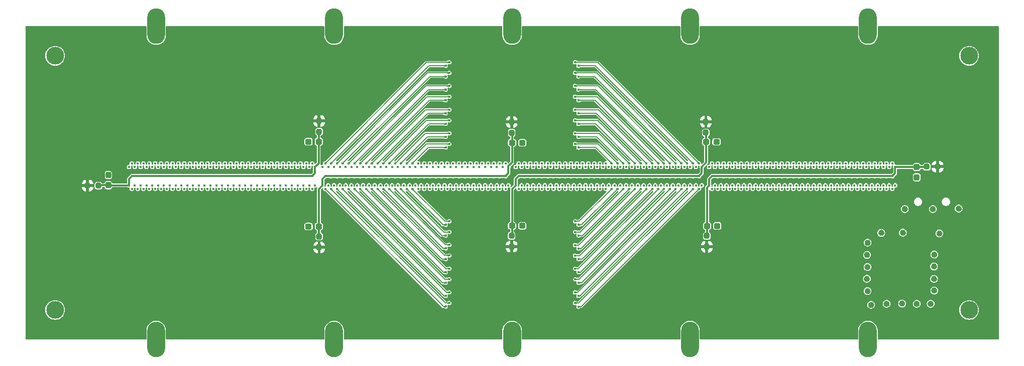
<source format=gbr>
%TF.GenerationSoftware,KiCad,Pcbnew,8.0.2*%
%TF.CreationDate,2024-07-16T15:49:33+02:00*%
%TF.ProjectId,4-MPPC_FARICH_Prototype,342d4d50-5043-45f4-9641-524943485f50,rev?*%
%TF.SameCoordinates,Original*%
%TF.FileFunction,Copper,L1,Top*%
%TF.FilePolarity,Positive*%
%FSLAX46Y46*%
G04 Gerber Fmt 4.6, Leading zero omitted, Abs format (unit mm)*
G04 Created by KiCad (PCBNEW 8.0.2) date 2024-07-16 15:49:33*
%MOMM*%
%LPD*%
G01*
G04 APERTURE LIST*
G04 Aperture macros list*
%AMRoundRect*
0 Rectangle with rounded corners*
0 $1 Rounding radius*
0 $2 $3 $4 $5 $6 $7 $8 $9 X,Y pos of 4 corners*
0 Add a 4 corners polygon primitive as box body*
4,1,4,$2,$3,$4,$5,$6,$7,$8,$9,$2,$3,0*
0 Add four circle primitives for the rounded corners*
1,1,$1+$1,$2,$3*
1,1,$1+$1,$4,$5*
1,1,$1+$1,$6,$7*
1,1,$1+$1,$8,$9*
0 Add four rect primitives between the rounded corners*
20,1,$1+$1,$2,$3,$4,$5,0*
20,1,$1+$1,$4,$5,$6,$7,0*
20,1,$1+$1,$6,$7,$8,$9,0*
20,1,$1+$1,$8,$9,$2,$3,0*%
G04 Aperture macros list end*
%TA.AperFunction,ComponentPad*%
%ADD10O,3.000000X6.000000*%
%TD*%
%TA.AperFunction,SMDPad,CuDef*%
%ADD11RoundRect,0.237500X-0.237500X0.250000X-0.237500X-0.250000X0.237500X-0.250000X0.237500X0.250000X0*%
%TD*%
%TA.AperFunction,SMDPad,CuDef*%
%ADD12RoundRect,0.237500X0.300000X0.237500X-0.300000X0.237500X-0.300000X-0.237500X0.300000X-0.237500X0*%
%TD*%
%TA.AperFunction,SMDPad,CuDef*%
%ADD13RoundRect,0.237500X0.237500X-0.250000X0.237500X0.250000X-0.237500X0.250000X-0.237500X-0.250000X0*%
%TD*%
%TA.AperFunction,SMDPad,CuDef*%
%ADD14C,0.450000*%
%TD*%
%TA.AperFunction,SMDPad,CuDef*%
%ADD15RoundRect,0.237500X-0.250000X-0.237500X0.250000X-0.237500X0.250000X0.237500X-0.250000X0.237500X0*%
%TD*%
%TA.AperFunction,ComponentPad*%
%ADD16C,3.000000*%
%TD*%
%TA.AperFunction,SMDPad,CuDef*%
%ADD17RoundRect,0.237500X-0.237500X0.300000X-0.237500X-0.300000X0.237500X-0.300000X0.237500X0.300000X0*%
%TD*%
%TA.AperFunction,SMDPad,CuDef*%
%ADD18RoundRect,0.237500X-0.300000X-0.237500X0.300000X-0.237500X0.300000X0.237500X-0.300000X0.237500X0*%
%TD*%
%TA.AperFunction,SMDPad,CuDef*%
%ADD19RoundRect,0.237500X0.237500X-0.300000X0.237500X0.300000X-0.237500X0.300000X-0.237500X-0.300000X0*%
%TD*%
%TA.AperFunction,SMDPad,CuDef*%
%ADD20RoundRect,0.237500X0.250000X0.237500X-0.250000X0.237500X-0.250000X-0.237500X0.250000X-0.237500X0*%
%TD*%
%TA.AperFunction,ViaPad*%
%ADD21C,0.400000*%
%TD*%
%TA.AperFunction,ViaPad*%
%ADD22C,1.000000*%
%TD*%
%TA.AperFunction,Conductor*%
%ADD23C,0.150000*%
%TD*%
%TA.AperFunction,Conductor*%
%ADD24C,0.350000*%
%TD*%
G04 APERTURE END LIST*
D10*
%TO.P,3,1*%
%TO.N,GND*%
X205900000Y-118625000D03*
%TD*%
%TO.P,6,1*%
%TO.N,GND*%
X115900000Y-65715000D03*
%TD*%
D11*
%TO.P,R4,1*%
%TO.N,Net-(C4-Pad1)*%
X178720707Y-101126793D03*
%TO.P,R4,2*%
%TO.N,+HV*%
X178720707Y-102951793D03*
%TD*%
D12*
%TO.P,C2,1*%
%TO.N,Net-(C2-Pad1)*%
X113313207Y-99549293D03*
%TO.P,C2,2*%
%TO.N,GND*%
X111588207Y-99549293D03*
%TD*%
D13*
%TO.P,R7,1*%
%TO.N,Net-(C3-Pad1)*%
X178565707Y-83669889D03*
%TO.P,R7,2*%
%TO.N,+HV*%
X178565707Y-81844889D03*
%TD*%
D14*
%TO.P,MPPC1,1,SignalOut*%
%TO.N,Cube_1_A-F1*%
X112680000Y-92580000D03*
%TO.P,MPPC1,2,SignalOut*%
X112190000Y-88880000D03*
%TO.P,MPPC1,3,SignalOut*%
%TO.N,Cube_2_A-F8*%
X112190000Y-93180000D03*
%TO.P,MPPC1,4,SignalOut*%
X111700000Y-89480000D03*
%TO.P,MPPC1,5,SignalOut*%
%TO.N,Cube_1_A-E1*%
X111700000Y-92580000D03*
%TO.P,MPPC1,6,SignalOut*%
X111210000Y-88880000D03*
%TO.P,MPPC1,7,SignalOut*%
%TO.N,Cube_2_A-E8*%
X111210000Y-93180000D03*
%TO.P,MPPC1,8,SignalOut*%
X110720000Y-89480000D03*
%TO.P,MPPC1,9,SignalOut*%
%TO.N,Cube_1_A-E2*%
X110720000Y-92580000D03*
%TO.P,MPPC1,10,SignalOut*%
X110230000Y-88880000D03*
%TO.P,MPPC1,11,SignalOut*%
%TO.N,Cube_2_A-E7*%
X110230000Y-93180000D03*
%TO.P,MPPC1,12,SignalOut*%
X109740000Y-89480000D03*
%TO.P,MPPC1,13,SignalOut*%
%TO.N,Cube_1_A-F2*%
X109740000Y-92580000D03*
%TO.P,MPPC1,14,SignalOut*%
X109250000Y-88880000D03*
%TO.P,MPPC1,15,SignalOut*%
%TO.N,Cube_2_A-F7*%
X109250000Y-93180000D03*
%TO.P,MPPC1,16,SignalOut*%
X108760000Y-89480000D03*
%TO.P,MPPC1,17,SignalOut*%
%TO.N,Cube_1_A-F3*%
X108760000Y-92580000D03*
%TO.P,MPPC1,18,SignalOut*%
X108270000Y-88880000D03*
%TO.P,MPPC1,19,SignalOut*%
%TO.N,Cube_2_A-F6*%
X108270000Y-93180000D03*
%TO.P,MPPC1,20,SignalOut*%
X107780000Y-89480000D03*
%TO.P,MPPC1,21,SignalOut*%
%TO.N,Cube_1_A-E3*%
X107780000Y-92580000D03*
%TO.P,MPPC1,22,SignalOut*%
X107290000Y-88880000D03*
%TO.P,MPPC1,23,SignalOut*%
%TO.N,Cube_2_A-E6*%
X107290000Y-93180000D03*
%TO.P,MPPC1,24,SignalOut*%
X106800000Y-89480000D03*
%TO.P,MPPC1,25,SignalOut*%
%TO.N,Cube_1_A-E4*%
X106800000Y-92580000D03*
%TO.P,MPPC1,26,SignalOut*%
X106310000Y-88880000D03*
%TO.P,MPPC1,27,SignalOut*%
%TO.N,Cube_2_A-E5*%
X106310000Y-93180000D03*
%TO.P,MPPC1,28,SignalOut*%
X105820000Y-89480000D03*
%TO.P,MPPC1,29,SignalOut*%
%TO.N,Cube_1_A-F4*%
X105820000Y-92580000D03*
%TO.P,MPPC1,30,SignalOut*%
X105330000Y-88880000D03*
%TO.P,MPPC1,31,SignalOut*%
%TO.N,Cube_2_A-F5*%
X105330000Y-93180000D03*
%TO.P,MPPC1,32,SignalOut*%
X104840000Y-89480000D03*
%TO.P,MPPC1,33,SignalOut*%
%TO.N,Cube_1_A-F5*%
X104840000Y-92580000D03*
%TO.P,MPPC1,34,SignalOut*%
X104350000Y-88880000D03*
%TO.P,MPPC1,35,SignalOut*%
%TO.N,Cube_2_A-F4*%
X104350000Y-93180000D03*
%TO.P,MPPC1,36,SignalOut*%
X103860000Y-89480000D03*
%TO.P,MPPC1,37,SignalOut*%
%TO.N,Cube_1_A-E5*%
X103860000Y-92580000D03*
%TO.P,MPPC1,38,SignalOut*%
X103370000Y-88880000D03*
%TO.P,MPPC1,39,SignalOut*%
%TO.N,Cube_2_A-E4*%
X103370000Y-93180000D03*
%TO.P,MPPC1,40,SignalOut*%
X102880000Y-89480000D03*
%TO.P,MPPC1,41,SignalOut*%
%TO.N,Cube_1_A-E6*%
X102880000Y-92580000D03*
%TO.P,MPPC1,42,SignalOut*%
X102390000Y-88880000D03*
%TO.P,MPPC1,43,SignalOut*%
%TO.N,Cube_2_A-E3*%
X102390000Y-93180000D03*
%TO.P,MPPC1,44,SignalOut*%
X101900000Y-89480000D03*
%TO.P,MPPC1,45,SignalOut*%
%TO.N,Cube_1_A-F6*%
X101900000Y-92580000D03*
%TO.P,MPPC1,46,SignalOut*%
X101410000Y-88880000D03*
%TO.P,MPPC1,47,SignalOut*%
%TO.N,Cube_2_A-F3*%
X101410000Y-93180000D03*
%TO.P,MPPC1,48,SignalOut*%
X100920000Y-89480000D03*
%TO.P,MPPC1,49,SignalOut*%
%TO.N,Cube_1_A-F7*%
X100920000Y-92580000D03*
%TO.P,MPPC1,50,SignalOut*%
X100430000Y-88880000D03*
%TO.P,MPPC1,51,SignalOut*%
%TO.N,Cube_2_A-F2*%
X100430000Y-93180000D03*
%TO.P,MPPC1,52,SignalOut*%
X99940000Y-89480000D03*
%TO.P,MPPC1,53,SignalOut*%
%TO.N,Cube_1_A-E7*%
X99940000Y-92580000D03*
%TO.P,MPPC1,54,SignalOut*%
X99450000Y-88880000D03*
%TO.P,MPPC1,55,SignalOut*%
%TO.N,Cube_2_A-E2*%
X99450000Y-93180000D03*
%TO.P,MPPC1,56,SignalOut*%
X98960000Y-89480000D03*
%TO.P,MPPC1,57,SignalOut*%
%TO.N,Cube_1_A-E8*%
X98960000Y-92580000D03*
%TO.P,MPPC1,58,SignalOut*%
X98470000Y-88880000D03*
%TO.P,MPPC1,59,SignalOut*%
%TO.N,Cube_2_A-E1*%
X98470000Y-93180000D03*
%TO.P,MPPC1,60,SignalOut*%
X97980000Y-89480000D03*
%TO.P,MPPC1,61,SignalOut*%
%TO.N,Cube_1_A-F8*%
X97980000Y-92580000D03*
%TO.P,MPPC1,62,SignalOut*%
X97490000Y-88880000D03*
%TO.P,MPPC1,63,SignalOut*%
%TO.N,Cube_2_A-F1*%
X97490000Y-93180000D03*
%TO.P,MPPC1,64,SignalOut*%
X97000000Y-89480000D03*
%TO.P,MPPC1,65,SignalOut*%
%TO.N,Cube_1_A-G1*%
X97000000Y-92580000D03*
%TO.P,MPPC1,66,SignalOut*%
X96510000Y-88880000D03*
%TO.P,MPPC1,67,SignalOut*%
%TO.N,Cube_2_A-G8*%
X96510000Y-93180000D03*
%TO.P,MPPC1,68,SignalOut*%
X96020000Y-89480000D03*
%TO.P,MPPC1,69,SignalOut*%
%TO.N,Cube_1_A-H1*%
X96020000Y-92580000D03*
%TO.P,MPPC1,70,SignalOut*%
X95530000Y-88880000D03*
%TO.P,MPPC1,71,SignalOut*%
%TO.N,Cube_2_A-H8*%
X95530000Y-93180000D03*
%TO.P,MPPC1,72,SignalOut*%
X95040000Y-89480000D03*
%TO.P,MPPC1,73,SignalOut*%
%TO.N,Cube_1_A-H2*%
X95040000Y-92580000D03*
%TO.P,MPPC1,74,SignalOut*%
X94550000Y-88880000D03*
%TO.P,MPPC1,75,SignalOut*%
%TO.N,Cube_2_A-H7*%
X94550000Y-93180000D03*
%TO.P,MPPC1,76,SignalOut*%
X94060000Y-89480000D03*
%TO.P,MPPC1,77,SignalOut*%
%TO.N,Cube_1_A-G2*%
X94060000Y-92580000D03*
%TO.P,MPPC1,78,SignalOut*%
X93570000Y-88880000D03*
%TO.P,MPPC1,79,SignalOut*%
%TO.N,Cube_2_A-G7*%
X93570000Y-93180000D03*
%TO.P,MPPC1,80,SignalOut*%
X93080000Y-89480000D03*
%TO.P,MPPC1,81,SignalOut*%
%TO.N,Cube_1_A-G3*%
X93080000Y-92580000D03*
%TO.P,MPPC1,82,SignalOut*%
X92590000Y-88880000D03*
%TO.P,MPPC1,83,SignalOut*%
%TO.N,Cube_2_A-G6*%
X92590000Y-93180000D03*
%TO.P,MPPC1,84,SignalOut*%
X92100000Y-89480000D03*
%TO.P,MPPC1,85,SignalOut*%
%TO.N,Cube_1_A-H3*%
X92100000Y-92580000D03*
%TO.P,MPPC1,86,SignalOut*%
X91610000Y-88880000D03*
%TO.P,MPPC1,87,SignalOut*%
%TO.N,Cube_2_A-H6*%
X91610000Y-93180000D03*
%TO.P,MPPC1,88,SignalOut*%
X91120000Y-89480000D03*
%TO.P,MPPC1,89,SignalOut*%
%TO.N,Cube_1_A-H4*%
X91120000Y-92580000D03*
%TO.P,MPPC1,90,SignalOut*%
X90630000Y-88880000D03*
%TO.P,MPPC1,91,SignalOut*%
%TO.N,Cube_2_A-H5*%
X90630000Y-93180000D03*
%TO.P,MPPC1,92,SignalOut*%
X90140000Y-89480000D03*
%TO.P,MPPC1,93,SignalOut*%
%TO.N,Cube_1_A-G4*%
X90140000Y-92580000D03*
%TO.P,MPPC1,94,SignalOut*%
X89650000Y-88880000D03*
%TO.P,MPPC1,95,SignalOut*%
%TO.N,Cube_2_A-G5*%
X89650000Y-93180000D03*
%TO.P,MPPC1,96,SignalOut*%
X89160000Y-89480000D03*
%TO.P,MPPC1,97,SignalOut*%
%TO.N,Cube_1_A-G5*%
X89160000Y-92580000D03*
%TO.P,MPPC1,98,SignalOut*%
X88670000Y-88880000D03*
%TO.P,MPPC1,99,SignalOut*%
%TO.N,Cube_2_A-G4*%
X88670000Y-93180000D03*
%TO.P,MPPC1,100,SignalOut*%
X88180000Y-89480000D03*
%TO.P,MPPC1,101,SignalOut*%
%TO.N,Cube_1_A-H5*%
X88180000Y-92580000D03*
%TO.P,MPPC1,102,SignalOut*%
X87690000Y-88880000D03*
%TO.P,MPPC1,103,SignalOut*%
%TO.N,Cube_2_A-H4*%
X87690000Y-93180000D03*
%TO.P,MPPC1,104,SignalOut*%
X87200000Y-89480000D03*
%TO.P,MPPC1,105,SignalOut*%
%TO.N,Cube_1_A-H6*%
X87200000Y-92580000D03*
%TO.P,MPPC1,106,SignalOut*%
X86710000Y-88880000D03*
%TO.P,MPPC1,107,SignalOut*%
%TO.N,Cube_2_A-H3*%
X86710000Y-93180000D03*
%TO.P,MPPC1,108,SignalOut*%
X86220000Y-89480000D03*
%TO.P,MPPC1,109,SignalOut*%
%TO.N,Cube_1_A-G6*%
X86220000Y-92580000D03*
%TO.P,MPPC1,110,SignalOut*%
X85730000Y-88880000D03*
%TO.P,MPPC1,111,SignalOut*%
%TO.N,Cube_2_A-G3*%
X85730000Y-93180000D03*
%TO.P,MPPC1,112,SignalOut*%
X85240000Y-89480000D03*
%TO.P,MPPC1,113,SignalOut*%
%TO.N,Cube_1_A-G7*%
X85240000Y-92580000D03*
%TO.P,MPPC1,114,SignalOut*%
X84750000Y-88880000D03*
%TO.P,MPPC1,115,SignalOut*%
%TO.N,Cube_2_A-G2*%
X84750000Y-93180000D03*
%TO.P,MPPC1,116,SignalOut*%
X84260000Y-89480000D03*
%TO.P,MPPC1,117,SignalOut*%
%TO.N,Cube_1_A-H7*%
X84260000Y-92580000D03*
%TO.P,MPPC1,118,SignalOut*%
X83770000Y-88880000D03*
%TO.P,MPPC1,119,SignalOut*%
%TO.N,Cube_2_A-H2*%
X83770000Y-93180000D03*
%TO.P,MPPC1,120,SignalOut*%
X83280000Y-89480000D03*
%TO.P,MPPC1,121,SignalOut*%
%TO.N,Cube_1_A-H8*%
X83280000Y-92580000D03*
%TO.P,MPPC1,122,SignalOut*%
X82790000Y-88880000D03*
%TO.P,MPPC1,123,SignalOut*%
%TO.N,Cube_2_A-H1*%
X82790000Y-93180000D03*
%TO.P,MPPC1,124,SignalOut*%
X82300000Y-89480000D03*
%TO.P,MPPC1,125,SignalOut*%
%TO.N,Cube_1_A-G8*%
X82300000Y-92580000D03*
%TO.P,MPPC1,126,SignalOut*%
X81810000Y-88880000D03*
%TO.P,MPPC1,127,SignalOut*%
%TO.N,Cube_2_A-G1*%
X81810000Y-93180000D03*
%TO.P,MPPC1,128,SignalOut*%
X81320000Y-89480000D03*
%TO.P,MPPC1,129,+HV*%
%TO.N,Net-(C1-Pad1)*%
X81320000Y-92580000D03*
%TO.P,MPPC1,130,+HV*%
X81810000Y-91030000D03*
%TO.P,MPPC1,131,+HV*%
X82790000Y-91030000D03*
%TO.P,MPPC1,132,+HV*%
X83770000Y-91030000D03*
%TO.P,MPPC1,133,+HV*%
X84750000Y-91030000D03*
%TO.P,MPPC1,134,+HV*%
X85730000Y-91030000D03*
%TO.P,MPPC1,135,+HV*%
X86710000Y-91030000D03*
%TO.P,MPPC1,136,+HV*%
X87690000Y-91030000D03*
%TO.P,MPPC1,137,+HV*%
X88670000Y-91030000D03*
%TO.P,MPPC1,138,+HV*%
X89650000Y-91030000D03*
%TO.P,MPPC1,139,+HV*%
X90630000Y-91030000D03*
%TO.P,MPPC1,140,+HV*%
X91610000Y-91030000D03*
%TO.P,MPPC1,141,+HV*%
X92590000Y-91030000D03*
%TO.P,MPPC1,142,+HV*%
X93570000Y-91030000D03*
%TO.P,MPPC1,143,+HV*%
X94550000Y-91030000D03*
%TO.P,MPPC1,144,+HV*%
X95530000Y-91030000D03*
%TO.P,MPPC1,145,+HV*%
X96510000Y-91030000D03*
%TO.P,MPPC1,146,+HV*%
X97490000Y-91030000D03*
%TO.P,MPPC1,147,+HV*%
X98470000Y-91030000D03*
%TO.P,MPPC1,148,+HV*%
X99450000Y-91030000D03*
%TO.P,MPPC1,149,+HV*%
X100430000Y-91030000D03*
%TO.P,MPPC1,150,+HV*%
X101410000Y-91030000D03*
%TO.P,MPPC1,151,+HV*%
X102390000Y-91030000D03*
%TO.P,MPPC1,152,+HV*%
X103370000Y-91030000D03*
%TO.P,MPPC1,153,+HV*%
X104350000Y-91030000D03*
%TO.P,MPPC1,154,+HV*%
X105330000Y-91030000D03*
%TO.P,MPPC1,155,+HV*%
X106310000Y-91030000D03*
%TO.P,MPPC1,156,+HV*%
X107290000Y-91030000D03*
%TO.P,MPPC1,157,+HV*%
X108270000Y-91030000D03*
%TO.P,MPPC1,158,+HV*%
X109250000Y-91030000D03*
%TO.P,MPPC1,159,+HV*%
X110230000Y-91030000D03*
%TO.P,MPPC1,160,+HV*%
X111210000Y-91030000D03*
%TO.P,MPPC1,161,+HV*%
X112190000Y-91030000D03*
%TO.P,MPPC1,162,+HV*%
X112680000Y-89480000D03*
%TD*%
D10*
%TO.P,8,1*%
%TO.N,GND*%
X85900000Y-65715000D03*
%TD*%
D14*
%TO.P,MPPC4,1,SignalOut*%
%TO.N,Cube_3_A-B8*%
X210480000Y-92580000D03*
%TO.P,MPPC4,2,SignalOut*%
X209990000Y-88880000D03*
%TO.P,MPPC4,3,SignalOut*%
%TO.N,Cube_4_A-B1*%
X209990000Y-93180000D03*
%TO.P,MPPC4,4,SignalOut*%
X209500000Y-89480000D03*
%TO.P,MPPC4,5,SignalOut*%
%TO.N,Cube_3_A-A8*%
X209500000Y-92580000D03*
%TO.P,MPPC4,6,SignalOut*%
X209010000Y-88880000D03*
%TO.P,MPPC4,7,SignalOut*%
%TO.N,Cube_4_A-A1*%
X209010000Y-93180000D03*
%TO.P,MPPC4,8,SignalOut*%
X208520000Y-89480000D03*
%TO.P,MPPC4,9,SignalOut*%
%TO.N,Cube_3_A-A7*%
X208520000Y-92580000D03*
%TO.P,MPPC4,10,SignalOut*%
X208030000Y-88880000D03*
%TO.P,MPPC4,11,SignalOut*%
%TO.N,Cube_4_A-A2*%
X208030000Y-93180000D03*
%TO.P,MPPC4,12,SignalOut*%
X207540000Y-89480000D03*
%TO.P,MPPC4,13,SignalOut*%
%TO.N,Cube_3_A-B7*%
X207540000Y-92580000D03*
%TO.P,MPPC4,14,SignalOut*%
X207050000Y-88880000D03*
%TO.P,MPPC4,15,SignalOut*%
%TO.N,Cube_4_A-B2*%
X207050000Y-93180000D03*
%TO.P,MPPC4,16,SignalOut*%
X206560000Y-89480000D03*
%TO.P,MPPC4,17,SignalOut*%
%TO.N,Cube_3_A-B6*%
X206560000Y-92580000D03*
%TO.P,MPPC4,18,SignalOut*%
X206070000Y-88880000D03*
%TO.P,MPPC4,19,SignalOut*%
%TO.N,Cube_4_A-B3*%
X206070000Y-93180000D03*
%TO.P,MPPC4,20,SignalOut*%
X205580000Y-89480000D03*
%TO.P,MPPC4,21,SignalOut*%
%TO.N,Cube_3_A-A6*%
X205580000Y-92580000D03*
%TO.P,MPPC4,22,SignalOut*%
X205090000Y-88880000D03*
%TO.P,MPPC4,23,SignalOut*%
%TO.N,Cube_4_A-A3*%
X205090000Y-93180000D03*
%TO.P,MPPC4,24,SignalOut*%
X204600000Y-89480000D03*
%TO.P,MPPC4,25,SignalOut*%
%TO.N,Cube_3_A-A5*%
X204600000Y-92580000D03*
%TO.P,MPPC4,26,SignalOut*%
X204110000Y-88880000D03*
%TO.P,MPPC4,27,SignalOut*%
%TO.N,Cube_4_A-A4*%
X204110000Y-93180000D03*
%TO.P,MPPC4,28,SignalOut*%
X203620000Y-89480000D03*
%TO.P,MPPC4,29,SignalOut*%
%TO.N,Cube_3_A-B5*%
X203620000Y-92580000D03*
%TO.P,MPPC4,30,SignalOut*%
X203130000Y-88880000D03*
%TO.P,MPPC4,31,SignalOut*%
%TO.N,Cube_4_A-B4*%
X203130000Y-93180000D03*
%TO.P,MPPC4,32,SignalOut*%
X202640000Y-89480000D03*
%TO.P,MPPC4,33,SignalOut*%
%TO.N,Cube_3_A-B4*%
X202640000Y-92580000D03*
%TO.P,MPPC4,34,SignalOut*%
X202150000Y-88880000D03*
%TO.P,MPPC4,35,SignalOut*%
%TO.N,Cube_4_A-B5*%
X202150000Y-93180000D03*
%TO.P,MPPC4,36,SignalOut*%
X201660000Y-89480000D03*
%TO.P,MPPC4,37,SignalOut*%
%TO.N,Cube_3_A-A4*%
X201660000Y-92580000D03*
%TO.P,MPPC4,38,SignalOut*%
X201170000Y-88880000D03*
%TO.P,MPPC4,39,SignalOut*%
%TO.N,Cube_4_A-A5*%
X201170000Y-93180000D03*
%TO.P,MPPC4,40,SignalOut*%
X200680000Y-89480000D03*
%TO.P,MPPC4,41,SignalOut*%
%TO.N,Cube_3_A-A3*%
X200680000Y-92580000D03*
%TO.P,MPPC4,42,SignalOut*%
X200190000Y-88880000D03*
%TO.P,MPPC4,43,SignalOut*%
%TO.N,Cube_4_A-A6*%
X200190000Y-93180000D03*
%TO.P,MPPC4,44,SignalOut*%
X199700000Y-89480000D03*
%TO.P,MPPC4,45,SignalOut*%
%TO.N,Cube_3_A-B3*%
X199700000Y-92580000D03*
%TO.P,MPPC4,46,SignalOut*%
X199210000Y-88880000D03*
%TO.P,MPPC4,47,SignalOut*%
%TO.N,Cube_4_A-B6*%
X199210000Y-93180000D03*
%TO.P,MPPC4,48,SignalOut*%
X198720000Y-89480000D03*
%TO.P,MPPC4,49,SignalOut*%
%TO.N,Cube_3_A-B2*%
X198720000Y-92580000D03*
%TO.P,MPPC4,50,SignalOut*%
X198230000Y-88880000D03*
%TO.P,MPPC4,51,SignalOut*%
%TO.N,Cube_4_A-B7*%
X198230000Y-93180000D03*
%TO.P,MPPC4,52,SignalOut*%
X197740000Y-89480000D03*
%TO.P,MPPC4,53,SignalOut*%
%TO.N,Cube_3_A-A2*%
X197740000Y-92580000D03*
%TO.P,MPPC4,54,SignalOut*%
X197250000Y-88880000D03*
%TO.P,MPPC4,55,SignalOut*%
%TO.N,Cube_4_A-A7*%
X197250000Y-93180000D03*
%TO.P,MPPC4,56,SignalOut*%
X196760000Y-89480000D03*
%TO.P,MPPC4,57,SignalOut*%
%TO.N,Cube_3_A-A1*%
X196760000Y-92580000D03*
%TO.P,MPPC4,58,SignalOut*%
X196270000Y-88880000D03*
%TO.P,MPPC4,59,SignalOut*%
%TO.N,Cube_4_A-A8*%
X196270000Y-93180000D03*
%TO.P,MPPC4,60,SignalOut*%
X195780000Y-89480000D03*
%TO.P,MPPC4,61,SignalOut*%
%TO.N,Cube_3_A-B1*%
X195780000Y-92580000D03*
%TO.P,MPPC4,62,SignalOut*%
X195290000Y-88880000D03*
%TO.P,MPPC4,63,SignalOut*%
%TO.N,Cube_4_A-B8*%
X195290000Y-93180000D03*
%TO.P,MPPC4,64,SignalOut*%
X194800000Y-89480000D03*
%TO.P,MPPC4,65,SignalOut*%
%TO.N,Cube_3_A-C8*%
X194800000Y-92580000D03*
%TO.P,MPPC4,66,SignalOut*%
X194310000Y-88880000D03*
%TO.P,MPPC4,67,SignalOut*%
%TO.N,Cube_4_A-C1*%
X194310000Y-93180000D03*
%TO.P,MPPC4,68,SignalOut*%
X193820000Y-89480000D03*
%TO.P,MPPC4,69,SignalOut*%
%TO.N,Cube_3_A-D8*%
X193820000Y-92580000D03*
%TO.P,MPPC4,70,SignalOut*%
X193330000Y-88880000D03*
%TO.P,MPPC4,71,SignalOut*%
%TO.N,Cube_4_A-D1*%
X193330000Y-93180000D03*
%TO.P,MPPC4,72,SignalOut*%
X192840000Y-89480000D03*
%TO.P,MPPC4,73,SignalOut*%
%TO.N,Cube_3_A-D7*%
X192840000Y-92580000D03*
%TO.P,MPPC4,74,SignalOut*%
X192350000Y-88880000D03*
%TO.P,MPPC4,75,SignalOut*%
%TO.N,Cube_4_A-D2*%
X192350000Y-93180000D03*
%TO.P,MPPC4,76,SignalOut*%
X191860000Y-89480000D03*
%TO.P,MPPC4,77,SignalOut*%
%TO.N,Cube_3_A-C7*%
X191860000Y-92580000D03*
%TO.P,MPPC4,78,SignalOut*%
X191370000Y-88880000D03*
%TO.P,MPPC4,79,SignalOut*%
%TO.N,Cube_4_A-C2*%
X191370000Y-93180000D03*
%TO.P,MPPC4,80,SignalOut*%
X190880000Y-89480000D03*
%TO.P,MPPC4,81,SignalOut*%
%TO.N,Cube_3_A-C6*%
X190880000Y-92580000D03*
%TO.P,MPPC4,82,SignalOut*%
X190390000Y-88880000D03*
%TO.P,MPPC4,83,SignalOut*%
%TO.N,Cube_4_A-C3*%
X190390000Y-93180000D03*
%TO.P,MPPC4,84,SignalOut*%
X189900000Y-89480000D03*
%TO.P,MPPC4,85,SignalOut*%
%TO.N,Cube_3_A-D6*%
X189900000Y-92580000D03*
%TO.P,MPPC4,86,SignalOut*%
X189410000Y-88880000D03*
%TO.P,MPPC4,87,SignalOut*%
%TO.N,Cube_4_A-D3*%
X189410000Y-93180000D03*
%TO.P,MPPC4,88,SignalOut*%
X188920000Y-89480000D03*
%TO.P,MPPC4,89,SignalOut*%
%TO.N,Cube_3_A-D5*%
X188920000Y-92580000D03*
%TO.P,MPPC4,90,SignalOut*%
X188430000Y-88880000D03*
%TO.P,MPPC4,91,SignalOut*%
%TO.N,Cube_4_A-D4*%
X188430000Y-93180000D03*
%TO.P,MPPC4,92,SignalOut*%
X187940000Y-89480000D03*
%TO.P,MPPC4,93,SignalOut*%
%TO.N,Cube_3_A-C5*%
X187940000Y-92580000D03*
%TO.P,MPPC4,94,SignalOut*%
X187450000Y-88880000D03*
%TO.P,MPPC4,95,SignalOut*%
%TO.N,Cube_4_A-C4*%
X187450000Y-93180000D03*
%TO.P,MPPC4,96,SignalOut*%
X186960000Y-89480000D03*
%TO.P,MPPC4,97,SignalOut*%
%TO.N,Cube_3_A-C4*%
X186960000Y-92580000D03*
%TO.P,MPPC4,98,SignalOut*%
X186470000Y-88880000D03*
%TO.P,MPPC4,99,SignalOut*%
%TO.N,Cube_4_A-C5*%
X186470000Y-93180000D03*
%TO.P,MPPC4,100,SignalOut*%
X185980000Y-89480000D03*
%TO.P,MPPC4,101,SignalOut*%
%TO.N,Cube_3_A-D4*%
X185980000Y-92580000D03*
%TO.P,MPPC4,102,SignalOut*%
X185490000Y-88880000D03*
%TO.P,MPPC4,103,SignalOut*%
%TO.N,Cube_4_A-D5*%
X185490000Y-93180000D03*
%TO.P,MPPC4,104,SignalOut*%
X185000000Y-89480000D03*
%TO.P,MPPC4,105,SignalOut*%
%TO.N,Cube_3_A-D3*%
X185000000Y-92580000D03*
%TO.P,MPPC4,106,SignalOut*%
X184510000Y-88880000D03*
%TO.P,MPPC4,107,SignalOut*%
%TO.N,Cube_4_A-D6*%
X184510000Y-93180000D03*
%TO.P,MPPC4,108,SignalOut*%
X184020000Y-89480000D03*
%TO.P,MPPC4,109,SignalOut*%
%TO.N,Cube_3_A-C3*%
X184020000Y-92580000D03*
%TO.P,MPPC4,110,SignalOut*%
X183530000Y-88880000D03*
%TO.P,MPPC4,111,SignalOut*%
%TO.N,Cube_4_A-C6*%
X183530000Y-93180000D03*
%TO.P,MPPC4,112,SignalOut*%
X183040000Y-89480000D03*
%TO.P,MPPC4,113,SignalOut*%
%TO.N,Cube_3_A-C2*%
X183040000Y-92580000D03*
%TO.P,MPPC4,114,SignalOut*%
X182550000Y-88880000D03*
%TO.P,MPPC4,115,SignalOut*%
%TO.N,Cube_4_A-C7*%
X182550000Y-93180000D03*
%TO.P,MPPC4,116,SignalOut*%
X182060000Y-89480000D03*
%TO.P,MPPC4,117,SignalOut*%
%TO.N,Cube_3_A-D2*%
X182060000Y-92580000D03*
%TO.P,MPPC4,118,SignalOut*%
X181570000Y-88880000D03*
%TO.P,MPPC4,119,SignalOut*%
%TO.N,Cube_4_A-D7*%
X181570000Y-93180000D03*
%TO.P,MPPC4,120,SignalOut*%
X181080000Y-89480000D03*
%TO.P,MPPC4,121,SignalOut*%
%TO.N,Cube_3_A-D1*%
X181080000Y-92580000D03*
%TO.P,MPPC4,122,SignalOut*%
X180590000Y-88880000D03*
%TO.P,MPPC4,123,SignalOut*%
%TO.N,Cube_4_A-D8*%
X180590000Y-93180000D03*
%TO.P,MPPC4,124,SignalOut*%
X180100000Y-89480000D03*
%TO.P,MPPC4,125,SignalOut*%
%TO.N,Cube_3_A-C1*%
X180100000Y-92580000D03*
%TO.P,MPPC4,126,SignalOut*%
X179610000Y-88880000D03*
%TO.P,MPPC4,127,SignalOut*%
%TO.N,Cube_4_A-C8*%
X179610000Y-93180000D03*
%TO.P,MPPC4,128,SignalOut*%
X179120000Y-89480000D03*
%TO.P,MPPC4,129,+HV*%
%TO.N,Net-(C4-Pad1)*%
X179120000Y-92580000D03*
%TO.P,MPPC4,130,+HV*%
X179610000Y-91030000D03*
%TO.P,MPPC4,131,+HV*%
X180590000Y-91030000D03*
%TO.P,MPPC4,132,+HV*%
X181570000Y-91030000D03*
%TO.P,MPPC4,133,+HV*%
X182550000Y-91030000D03*
%TO.P,MPPC4,134,+HV*%
X183530000Y-91030000D03*
%TO.P,MPPC4,135,+HV*%
X184510000Y-91030000D03*
%TO.P,MPPC4,136,+HV*%
X185490000Y-91030000D03*
%TO.P,MPPC4,137,+HV*%
X186470000Y-91030000D03*
%TO.P,MPPC4,138,+HV*%
X187450000Y-91030000D03*
%TO.P,MPPC4,139,+HV*%
X188430000Y-91030000D03*
%TO.P,MPPC4,140,+HV*%
X189410000Y-91030000D03*
%TO.P,MPPC4,141,+HV*%
X190390000Y-91030000D03*
%TO.P,MPPC4,142,+HV*%
X191370000Y-91030000D03*
%TO.P,MPPC4,143,+HV*%
X192350000Y-91030000D03*
%TO.P,MPPC4,144,+HV*%
X193330000Y-91030000D03*
%TO.P,MPPC4,145,+HV*%
X194310000Y-91030000D03*
%TO.P,MPPC4,146,+HV*%
X195290000Y-91030000D03*
%TO.P,MPPC4,147,+HV*%
X196270000Y-91030000D03*
%TO.P,MPPC4,148,+HV*%
X197250000Y-91030000D03*
%TO.P,MPPC4,149,+HV*%
X198230000Y-91030000D03*
%TO.P,MPPC4,150,+HV*%
X199210000Y-91030000D03*
%TO.P,MPPC4,151,+HV*%
X200190000Y-91030000D03*
%TO.P,MPPC4,152,+HV*%
X201170000Y-91030000D03*
%TO.P,MPPC4,153,+HV*%
X202150000Y-91030000D03*
%TO.P,MPPC4,154,+HV*%
X203130000Y-91030000D03*
%TO.P,MPPC4,155,+HV*%
X204110000Y-91030000D03*
%TO.P,MPPC4,156,+HV*%
X205090000Y-91030000D03*
%TO.P,MPPC4,157,+HV*%
X206070000Y-91030000D03*
%TO.P,MPPC4,158,+HV*%
X207050000Y-91030000D03*
%TO.P,MPPC4,159,+HV*%
X208030000Y-91030000D03*
%TO.P,MPPC4,160,+HV*%
X209010000Y-91030000D03*
%TO.P,MPPC4,161,+HV*%
X209990000Y-91030000D03*
%TO.P,MPPC4,162,+HV*%
X210480000Y-89480000D03*
%TD*%
D11*
%TO.P,R3,1*%
%TO.N,Net-(C3-Pad1)*%
X145830707Y-101101793D03*
%TO.P,R3,2*%
%TO.N,+HV*%
X145830707Y-102926793D03*
%TD*%
D15*
%TO.P,R8,1*%
%TO.N,Net-(C4-Pad1)*%
X215805707Y-89439293D03*
%TO.P,R8,2*%
%TO.N,+HV*%
X217630707Y-89439293D03*
%TD*%
D10*
%TO.P,,1*%
%TO.N,GND*%
X145900000Y-65715000D03*
%TD*%
D16*
%TO.P,H1,1*%
%TO.N,GND*%
X68855000Y-70715000D03*
%TD*%
D17*
%TO.P,C8,1*%
%TO.N,Net-(C4-Pad1)*%
X214118207Y-89496793D03*
%TO.P,C8,2*%
%TO.N,GND*%
X214118207Y-91221793D03*
%TD*%
D10*
%TO.P,,1*%
%TO.N,GND*%
X145900000Y-118625000D03*
%TD*%
D16*
%TO.P,H3,1*%
%TO.N,GND*%
X222945000Y-70715000D03*
%TD*%
D18*
%TO.P,C6,1*%
%TO.N,Net-(C2-Pad1)*%
X145896457Y-85399888D03*
%TO.P,C6,2*%
%TO.N,GND*%
X147621457Y-85399888D03*
%TD*%
D10*
%TO.P,5,1*%
%TO.N,GND*%
X115900000Y-118625000D03*
%TD*%
D18*
%TO.P,C4,1*%
%TO.N,Net-(C4-Pad1)*%
X178778207Y-99439293D03*
%TO.P,C4,2*%
%TO.N,GND*%
X180503207Y-99439293D03*
%TD*%
D10*
%TO.P,7,1*%
%TO.N,GND*%
X85900000Y-118625000D03*
%TD*%
%TO.P,2,1*%
%TO.N,GND*%
X175900000Y-65715000D03*
%TD*%
D16*
%TO.P,H2,1*%
%TO.N,GND*%
X68855000Y-113625000D03*
%TD*%
D13*
%TO.P,R1,1*%
%TO.N,Net-(C1-Pad1)*%
X113358957Y-83539888D03*
%TO.P,R1,2*%
%TO.N,+HV*%
X113358957Y-81714888D03*
%TD*%
D19*
%TO.P,C5,1*%
%TO.N,Net-(C1-Pad1)*%
X77850707Y-92571793D03*
%TO.P,C5,2*%
%TO.N,GND*%
X77850707Y-90846793D03*
%TD*%
D12*
%TO.P,C1,1*%
%TO.N,Net-(C1-Pad1)*%
X113301457Y-85227388D03*
%TO.P,C1,2*%
%TO.N,GND*%
X111576457Y-85227388D03*
%TD*%
D18*
%TO.P,C7,1*%
%TO.N,Net-(C3-Pad1)*%
X178625707Y-85247389D03*
%TO.P,C7,2*%
%TO.N,GND*%
X180350707Y-85247389D03*
%TD*%
D10*
%TO.P,4,1*%
%TO.N,GND*%
X205900000Y-65715000D03*
%TD*%
D13*
%TO.P,R6,1*%
%TO.N,Net-(C2-Pad1)*%
X145838957Y-83712388D03*
%TO.P,R6,2*%
%TO.N,+HV*%
X145838957Y-81887388D03*
%TD*%
D14*
%TO.P,MPPC3,1,SignalOut*%
%TO.N,Cube_3_A-F8*%
X177880000Y-92580000D03*
%TO.P,MPPC3,2,SignalOut*%
X177390000Y-88880000D03*
%TO.P,MPPC3,3,SignalOut*%
%TO.N,Cube_4_A-F1*%
X177390000Y-93180000D03*
%TO.P,MPPC3,4,SignalOut*%
X176900000Y-89480000D03*
%TO.P,MPPC3,5,SignalOut*%
%TO.N,Cube_3_A-E8*%
X176900000Y-92580000D03*
%TO.P,MPPC3,6,SignalOut*%
X176410000Y-88880000D03*
%TO.P,MPPC3,7,SignalOut*%
%TO.N,Cube_4_A-E1*%
X176410000Y-93180000D03*
%TO.P,MPPC3,8,SignalOut*%
X175920000Y-89480000D03*
%TO.P,MPPC3,9,SignalOut*%
%TO.N,Cube_3_A-E7*%
X175920000Y-92580000D03*
%TO.P,MPPC3,10,SignalOut*%
X175430000Y-88880000D03*
%TO.P,MPPC3,11,SignalOut*%
%TO.N,Cube_4_A-E2*%
X175430000Y-93180000D03*
%TO.P,MPPC3,12,SignalOut*%
X174940000Y-89480000D03*
%TO.P,MPPC3,13,SignalOut*%
%TO.N,Cube_3_A-F7*%
X174940000Y-92580000D03*
%TO.P,MPPC3,14,SignalOut*%
X174450000Y-88880000D03*
%TO.P,MPPC3,15,SignalOut*%
%TO.N,Cube_4_A-F2*%
X174450000Y-93180000D03*
%TO.P,MPPC3,16,SignalOut*%
X173960000Y-89480000D03*
%TO.P,MPPC3,17,SignalOut*%
%TO.N,Cube_3_A-F6*%
X173960000Y-92580000D03*
%TO.P,MPPC3,18,SignalOut*%
X173470000Y-88880000D03*
%TO.P,MPPC3,19,SignalOut*%
%TO.N,Cube_4_A-F3*%
X173470000Y-93180000D03*
%TO.P,MPPC3,20,SignalOut*%
X172980000Y-89480000D03*
%TO.P,MPPC3,21,SignalOut*%
%TO.N,Cube_3_A-E6*%
X172980000Y-92580000D03*
%TO.P,MPPC3,22,SignalOut*%
X172490000Y-88880000D03*
%TO.P,MPPC3,23,SignalOut*%
%TO.N,Cube_4_A-E3*%
X172490000Y-93180000D03*
%TO.P,MPPC3,24,SignalOut*%
X172000000Y-89480000D03*
%TO.P,MPPC3,25,SignalOut*%
%TO.N,Cube_3_A-E5*%
X172000000Y-92580000D03*
%TO.P,MPPC3,26,SignalOut*%
X171510000Y-88880000D03*
%TO.P,MPPC3,27,SignalOut*%
%TO.N,Cube_4_A-E4*%
X171510000Y-93180000D03*
%TO.P,MPPC3,28,SignalOut*%
X171020000Y-89480000D03*
%TO.P,MPPC3,29,SignalOut*%
%TO.N,Cube_3_A-F5*%
X171020000Y-92580000D03*
%TO.P,MPPC3,30,SignalOut*%
X170530000Y-88880000D03*
%TO.P,MPPC3,31,SignalOut*%
%TO.N,Cube_4_A-F4*%
X170530000Y-93180000D03*
%TO.P,MPPC3,32,SignalOut*%
X170040000Y-89480000D03*
%TO.P,MPPC3,33,SignalOut*%
%TO.N,Cube_3_A-F4*%
X170040000Y-92580000D03*
%TO.P,MPPC3,34,SignalOut*%
X169550000Y-88880000D03*
%TO.P,MPPC3,35,SignalOut*%
%TO.N,Cube_4_A-F5*%
X169550000Y-93180000D03*
%TO.P,MPPC3,36,SignalOut*%
X169060000Y-89480000D03*
%TO.P,MPPC3,37,SignalOut*%
%TO.N,Cube_3_A-E4*%
X169060000Y-92580000D03*
%TO.P,MPPC3,38,SignalOut*%
X168570000Y-88880000D03*
%TO.P,MPPC3,39,SignalOut*%
%TO.N,Cube_4_A-E5*%
X168570000Y-93180000D03*
%TO.P,MPPC3,40,SignalOut*%
X168080000Y-89480000D03*
%TO.P,MPPC3,41,SignalOut*%
%TO.N,Cube_3_A-E3*%
X168080000Y-92580000D03*
%TO.P,MPPC3,42,SignalOut*%
X167590000Y-88880000D03*
%TO.P,MPPC3,43,SignalOut*%
%TO.N,Cube_4_A-E6*%
X167590000Y-93180000D03*
%TO.P,MPPC3,44,SignalOut*%
X167100000Y-89480000D03*
%TO.P,MPPC3,45,SignalOut*%
%TO.N,Cube_3_A-F3*%
X167100000Y-92580000D03*
%TO.P,MPPC3,46,SignalOut*%
X166610000Y-88880000D03*
%TO.P,MPPC3,47,SignalOut*%
%TO.N,Cube_4_A-F6*%
X166610000Y-93180000D03*
%TO.P,MPPC3,48,SignalOut*%
X166120000Y-89480000D03*
%TO.P,MPPC3,49,SignalOut*%
%TO.N,Cube_3_A-F2*%
X166120000Y-92580000D03*
%TO.P,MPPC3,50,SignalOut*%
X165630000Y-88880000D03*
%TO.P,MPPC3,51,SignalOut*%
%TO.N,Cube_4_A-F7*%
X165630000Y-93180000D03*
%TO.P,MPPC3,52,SignalOut*%
X165140000Y-89480000D03*
%TO.P,MPPC3,53,SignalOut*%
%TO.N,Cube_3_A-E2*%
X165140000Y-92580000D03*
%TO.P,MPPC3,54,SignalOut*%
X164650000Y-88880000D03*
%TO.P,MPPC3,55,SignalOut*%
%TO.N,Cube_4_A-E7*%
X164650000Y-93180000D03*
%TO.P,MPPC3,56,SignalOut*%
X164160000Y-89480000D03*
%TO.P,MPPC3,57,SignalOut*%
%TO.N,Cube_3_A-E1*%
X164160000Y-92580000D03*
%TO.P,MPPC3,58,SignalOut*%
X163670000Y-88880000D03*
%TO.P,MPPC3,59,SignalOut*%
%TO.N,Cube_4_A-E8*%
X163670000Y-93180000D03*
%TO.P,MPPC3,60,SignalOut*%
X163180000Y-89480000D03*
%TO.P,MPPC3,61,SignalOut*%
%TO.N,Cube_3_A-F1*%
X163180000Y-92580000D03*
%TO.P,MPPC3,62,SignalOut*%
X162690000Y-88880000D03*
%TO.P,MPPC3,63,SignalOut*%
%TO.N,Cube_4_A-F8*%
X162690000Y-93180000D03*
%TO.P,MPPC3,64,SignalOut*%
X162200000Y-89480000D03*
%TO.P,MPPC3,65,SignalOut*%
%TO.N,Cube_3_A-G1*%
X162200000Y-92580000D03*
%TO.P,MPPC3,66,SignalOut*%
X161710000Y-88880000D03*
%TO.P,MPPC3,67,SignalOut*%
%TO.N,Cube_4_A-G8*%
X161710000Y-93180000D03*
%TO.P,MPPC3,68,SignalOut*%
X161220000Y-89480000D03*
%TO.P,MPPC3,69,SignalOut*%
%TO.N,Cube_3_A-H1*%
X161220000Y-92580000D03*
%TO.P,MPPC3,70,SignalOut*%
X160730000Y-88880000D03*
%TO.P,MPPC3,71,SignalOut*%
%TO.N,Cube_4_A-H8*%
X160730000Y-93180000D03*
%TO.P,MPPC3,72,SignalOut*%
X160240000Y-89480000D03*
%TO.P,MPPC3,73,SignalOut*%
%TO.N,Cube_3_A-H2*%
X160240000Y-92580000D03*
%TO.P,MPPC3,74,SignalOut*%
X159750000Y-88880000D03*
%TO.P,MPPC3,75,SignalOut*%
%TO.N,Cube_4_A-H7*%
X159750000Y-93180000D03*
%TO.P,MPPC3,76,SignalOut*%
X159260000Y-89480000D03*
%TO.P,MPPC3,77,SignalOut*%
%TO.N,Cube_3_A-G2*%
X159260000Y-92580000D03*
%TO.P,MPPC3,78,SignalOut*%
X158770000Y-88880000D03*
%TO.P,MPPC3,79,SignalOut*%
%TO.N,Cube_4_A-G7*%
X158770000Y-93180000D03*
%TO.P,MPPC3,80,SignalOut*%
X158280000Y-89480000D03*
%TO.P,MPPC3,81,SignalOut*%
%TO.N,Cube_3_A-G3*%
X158280000Y-92580000D03*
%TO.P,MPPC3,82,SignalOut*%
X157790000Y-88880000D03*
%TO.P,MPPC3,83,SignalOut*%
%TO.N,Cube_4_A-G6*%
X157790000Y-93180000D03*
%TO.P,MPPC3,84,SignalOut*%
X157300000Y-89480000D03*
%TO.P,MPPC3,85,SignalOut*%
%TO.N,Cube_3_A-H3*%
X157300000Y-92580000D03*
%TO.P,MPPC3,86,SignalOut*%
X156810000Y-88880000D03*
%TO.P,MPPC3,87,SignalOut*%
%TO.N,Cube_4_A-H6*%
X156810000Y-93180000D03*
%TO.P,MPPC3,88,SignalOut*%
X156320000Y-89480000D03*
%TO.P,MPPC3,89,SignalOut*%
%TO.N,Cube_3_A-H4*%
X156320000Y-92580000D03*
%TO.P,MPPC3,90,SignalOut*%
X155830000Y-88880000D03*
%TO.P,MPPC3,91,SignalOut*%
%TO.N,Cube_4_A-H5*%
X155830000Y-93180000D03*
%TO.P,MPPC3,92,SignalOut*%
X155340000Y-89480000D03*
%TO.P,MPPC3,93,SignalOut*%
%TO.N,Cube_3_A-G4*%
X155340000Y-92580000D03*
%TO.P,MPPC3,94,SignalOut*%
X154850000Y-88880000D03*
%TO.P,MPPC3,95,SignalOut*%
%TO.N,Cube_4_A-G5*%
X154850000Y-93180000D03*
%TO.P,MPPC3,96,SignalOut*%
X154360000Y-89480000D03*
%TO.P,MPPC3,97,SignalOut*%
%TO.N,Cube_3_A-G5*%
X154360000Y-92580000D03*
%TO.P,MPPC3,98,SignalOut*%
X153870000Y-88880000D03*
%TO.P,MPPC3,99,SignalOut*%
%TO.N,Cube_4_A-G4*%
X153870000Y-93180000D03*
%TO.P,MPPC3,100,SignalOut*%
X153380000Y-89480000D03*
%TO.P,MPPC3,101,SignalOut*%
%TO.N,Cube_3_A-H5*%
X153380000Y-92580000D03*
%TO.P,MPPC3,102,SignalOut*%
X152890000Y-88880000D03*
%TO.P,MPPC3,103,SignalOut*%
%TO.N,Cube_4_A-H4*%
X152890000Y-93180000D03*
%TO.P,MPPC3,104,SignalOut*%
X152400000Y-89480000D03*
%TO.P,MPPC3,105,SignalOut*%
%TO.N,Cube_3_A-H6*%
X152400000Y-92580000D03*
%TO.P,MPPC3,106,SignalOut*%
X151910000Y-88880000D03*
%TO.P,MPPC3,107,SignalOut*%
%TO.N,Cube_4_A-H3*%
X151910000Y-93180000D03*
%TO.P,MPPC3,108,SignalOut*%
X151420000Y-89480000D03*
%TO.P,MPPC3,109,SignalOut*%
%TO.N,Cube_3_A-G6*%
X151420000Y-92580000D03*
%TO.P,MPPC3,110,SignalOut*%
X150930000Y-88880000D03*
%TO.P,MPPC3,111,SignalOut*%
%TO.N,Cube_4_A-G3*%
X150930000Y-93180000D03*
%TO.P,MPPC3,112,SignalOut*%
X150440000Y-89480000D03*
%TO.P,MPPC3,113,SignalOut*%
%TO.N,Cube_3_A-G7*%
X150440000Y-92580000D03*
%TO.P,MPPC3,114,SignalOut*%
X149950000Y-88880000D03*
%TO.P,MPPC3,115,SignalOut*%
%TO.N,Cube_4_A-G2*%
X149950000Y-93180000D03*
%TO.P,MPPC3,116,SignalOut*%
X149460000Y-89480000D03*
%TO.P,MPPC3,117,SignalOut*%
%TO.N,Cube_3_A-H7*%
X149460000Y-92580000D03*
%TO.P,MPPC3,118,SignalOut*%
X148970000Y-88880000D03*
%TO.P,MPPC3,119,SignalOut*%
%TO.N,Cube_4_A-H2*%
X148970000Y-93180000D03*
%TO.P,MPPC3,120,SignalOut*%
X148480000Y-89480000D03*
%TO.P,MPPC3,121,SignalOut*%
%TO.N,Cube_3_A-H8*%
X148480000Y-92580000D03*
%TO.P,MPPC3,122,SignalOut*%
X147990000Y-88880000D03*
%TO.P,MPPC3,123,SignalOut*%
%TO.N,Cube_4_A-H1*%
X147990000Y-93180000D03*
%TO.P,MPPC3,124,SignalOut*%
X147500000Y-89480000D03*
%TO.P,MPPC3,125,SignalOut*%
%TO.N,Cube_3_A-G8*%
X147500000Y-92580000D03*
%TO.P,MPPC3,126,SignalOut*%
X147010000Y-88880000D03*
%TO.P,MPPC3,127,SignalOut*%
%TO.N,Cube_4_A-G1*%
X147010000Y-93180000D03*
%TO.P,MPPC3,128,SignalOut*%
X146520000Y-89480000D03*
%TO.P,MPPC3,129,+HV*%
%TO.N,Net-(C3-Pad1)*%
X146520000Y-92580000D03*
%TO.P,MPPC3,130,+HV*%
X147010000Y-91030000D03*
%TO.P,MPPC3,131,+HV*%
X147990000Y-91030000D03*
%TO.P,MPPC3,132,+HV*%
X148970000Y-91030000D03*
%TO.P,MPPC3,133,+HV*%
X149950000Y-91030000D03*
%TO.P,MPPC3,134,+HV*%
X150930000Y-91030000D03*
%TO.P,MPPC3,135,+HV*%
X151910000Y-91030000D03*
%TO.P,MPPC3,136,+HV*%
X152890000Y-91030000D03*
%TO.P,MPPC3,137,+HV*%
X153870000Y-91030000D03*
%TO.P,MPPC3,138,+HV*%
X154850000Y-91030000D03*
%TO.P,MPPC3,139,+HV*%
X155830000Y-91030000D03*
%TO.P,MPPC3,140,+HV*%
X156810000Y-91030000D03*
%TO.P,MPPC3,141,+HV*%
X157790000Y-91030000D03*
%TO.P,MPPC3,142,+HV*%
X158770000Y-91030000D03*
%TO.P,MPPC3,143,+HV*%
X159750000Y-91030000D03*
%TO.P,MPPC3,144,+HV*%
X160730000Y-91030000D03*
%TO.P,MPPC3,145,+HV*%
X161710000Y-91030000D03*
%TO.P,MPPC3,146,+HV*%
X162690000Y-91030000D03*
%TO.P,MPPC3,147,+HV*%
X163670000Y-91030000D03*
%TO.P,MPPC3,148,+HV*%
X164650000Y-91030000D03*
%TO.P,MPPC3,149,+HV*%
X165630000Y-91030000D03*
%TO.P,MPPC3,150,+HV*%
X166610000Y-91030000D03*
%TO.P,MPPC3,151,+HV*%
X167590000Y-91030000D03*
%TO.P,MPPC3,152,+HV*%
X168570000Y-91030000D03*
%TO.P,MPPC3,153,+HV*%
X169550000Y-91030000D03*
%TO.P,MPPC3,154,+HV*%
X170530000Y-91030000D03*
%TO.P,MPPC3,155,+HV*%
X171510000Y-91030000D03*
%TO.P,MPPC3,156,+HV*%
X172490000Y-91030000D03*
%TO.P,MPPC3,157,+HV*%
X173470000Y-91030000D03*
%TO.P,MPPC3,158,+HV*%
X174450000Y-91030000D03*
%TO.P,MPPC3,159,+HV*%
X175430000Y-91030000D03*
%TO.P,MPPC3,160,+HV*%
X176410000Y-91030000D03*
%TO.P,MPPC3,161,+HV*%
X177390000Y-91030000D03*
%TO.P,MPPC3,162,+HV*%
X177880000Y-89480000D03*
%TD*%
D20*
%TO.P,R5,1*%
%TO.N,Net-(C1-Pad1)*%
X76163207Y-92629293D03*
%TO.P,R5,2*%
%TO.N,+HV*%
X74338207Y-92629293D03*
%TD*%
D11*
%TO.P,R2,1*%
%TO.N,Net-(C2-Pad1)*%
X113370707Y-101236793D03*
%TO.P,R2,2*%
%TO.N,+HV*%
X113370707Y-103061793D03*
%TD*%
D16*
%TO.P,H4,1*%
%TO.N,GND*%
X222945000Y-113625000D03*
%TD*%
D18*
%TO.P,C3,1*%
%TO.N,Net-(C3-Pad1)*%
X145888207Y-99414293D03*
%TO.P,C3,2*%
%TO.N,GND*%
X147613207Y-99414293D03*
%TD*%
D10*
%TO.P,1,1*%
%TO.N,GND*%
X175900000Y-118625000D03*
%TD*%
D14*
%TO.P,MPPC2,1,SignalOut*%
%TO.N,Cube_1_A-B1*%
X145280000Y-92580000D03*
%TO.P,MPPC2,2,SignalOut*%
X144790000Y-88880000D03*
%TO.P,MPPC2,3,SignalOut*%
%TO.N,Cube_2_A-B8*%
X144790000Y-93180000D03*
%TO.P,MPPC2,4,SignalOut*%
X144300000Y-89480000D03*
%TO.P,MPPC2,5,SignalOut*%
%TO.N,Cube_1_A-A1*%
X144300000Y-92580000D03*
%TO.P,MPPC2,6,SignalOut*%
X143810000Y-88880000D03*
%TO.P,MPPC2,7,SignalOut*%
%TO.N,Cube_2_A-A8*%
X143810000Y-93180000D03*
%TO.P,MPPC2,8,SignalOut*%
X143320000Y-89480000D03*
%TO.P,MPPC2,9,SignalOut*%
%TO.N,Cube_1_A-A2*%
X143320000Y-92580000D03*
%TO.P,MPPC2,10,SignalOut*%
X142830000Y-88880000D03*
%TO.P,MPPC2,11,SignalOut*%
%TO.N,Cube_2_A-A7*%
X142830000Y-93180000D03*
%TO.P,MPPC2,12,SignalOut*%
X142340000Y-89480000D03*
%TO.P,MPPC2,13,SignalOut*%
%TO.N,Cube_1_A-B2*%
X142340000Y-92580000D03*
%TO.P,MPPC2,14,SignalOut*%
X141850000Y-88880000D03*
%TO.P,MPPC2,15,SignalOut*%
%TO.N,Cube_2_A-B7*%
X141850000Y-93180000D03*
%TO.P,MPPC2,16,SignalOut*%
X141360000Y-89480000D03*
%TO.P,MPPC2,17,SignalOut*%
%TO.N,Cube_1_A-B3*%
X141360000Y-92580000D03*
%TO.P,MPPC2,18,SignalOut*%
X140870000Y-88880000D03*
%TO.P,MPPC2,19,SignalOut*%
%TO.N,Cube_2_A-B6*%
X140870000Y-93180000D03*
%TO.P,MPPC2,20,SignalOut*%
X140380000Y-89480000D03*
%TO.P,MPPC2,21,SignalOut*%
%TO.N,Cube_1_A-A3*%
X140380000Y-92580000D03*
%TO.P,MPPC2,22,SignalOut*%
X139890000Y-88880000D03*
%TO.P,MPPC2,23,SignalOut*%
%TO.N,Cube_2_A-A6*%
X139890000Y-93180000D03*
%TO.P,MPPC2,24,SignalOut*%
X139400000Y-89480000D03*
%TO.P,MPPC2,25,SignalOut*%
%TO.N,Cube_1_A-A4*%
X139400000Y-92580000D03*
%TO.P,MPPC2,26,SignalOut*%
X138910000Y-88880000D03*
%TO.P,MPPC2,27,SignalOut*%
%TO.N,Cube_2_A-A5*%
X138910000Y-93180000D03*
%TO.P,MPPC2,28,SignalOut*%
X138420000Y-89480000D03*
%TO.P,MPPC2,29,SignalOut*%
%TO.N,Cube_1_A-B4*%
X138420000Y-92580000D03*
%TO.P,MPPC2,30,SignalOut*%
X137930000Y-88880000D03*
%TO.P,MPPC2,31,SignalOut*%
%TO.N,Cube_2_A-B5*%
X137930000Y-93180000D03*
%TO.P,MPPC2,32,SignalOut*%
X137440000Y-89480000D03*
%TO.P,MPPC2,33,SignalOut*%
%TO.N,Cube_1_A-B5*%
X137440000Y-92580000D03*
%TO.P,MPPC2,34,SignalOut*%
X136950000Y-88880000D03*
%TO.P,MPPC2,35,SignalOut*%
%TO.N,Cube_2_A-B4*%
X136950000Y-93180000D03*
%TO.P,MPPC2,36,SignalOut*%
X136460000Y-89480000D03*
%TO.P,MPPC2,37,SignalOut*%
%TO.N,Cube_1_A-A5*%
X136460000Y-92580000D03*
%TO.P,MPPC2,38,SignalOut*%
X135970000Y-88880000D03*
%TO.P,MPPC2,39,SignalOut*%
%TO.N,Cube_2_A-A4*%
X135970000Y-93180000D03*
%TO.P,MPPC2,40,SignalOut*%
X135480000Y-89480000D03*
%TO.P,MPPC2,41,SignalOut*%
%TO.N,Cube_1_A-A6*%
X135480000Y-92580000D03*
%TO.P,MPPC2,42,SignalOut*%
X134990000Y-88880000D03*
%TO.P,MPPC2,43,SignalOut*%
%TO.N,Cube_2_A-A3*%
X134990000Y-93180000D03*
%TO.P,MPPC2,44,SignalOut*%
X134500000Y-89480000D03*
%TO.P,MPPC2,45,SignalOut*%
%TO.N,Cube_1_A-B6*%
X134500000Y-92580000D03*
%TO.P,MPPC2,46,SignalOut*%
X134010000Y-88880000D03*
%TO.P,MPPC2,47,SignalOut*%
%TO.N,Cube_2_A-B3*%
X134010000Y-93180000D03*
%TO.P,MPPC2,48,SignalOut*%
X133520000Y-89480000D03*
%TO.P,MPPC2,49,SignalOut*%
%TO.N,Cube_1_A-B7*%
X133520000Y-92580000D03*
%TO.P,MPPC2,50,SignalOut*%
X133030000Y-88880000D03*
%TO.P,MPPC2,51,SignalOut*%
%TO.N,Cube_2_A-B2*%
X133030000Y-93180000D03*
%TO.P,MPPC2,52,SignalOut*%
X132540000Y-89480000D03*
%TO.P,MPPC2,53,SignalOut*%
%TO.N,Cube_1_A-A7*%
X132540000Y-92580000D03*
%TO.P,MPPC2,54,SignalOut*%
X132050000Y-88880000D03*
%TO.P,MPPC2,55,SignalOut*%
%TO.N,Cube_2_A-A2*%
X132050000Y-93180000D03*
%TO.P,MPPC2,56,SignalOut*%
X131560000Y-89480000D03*
%TO.P,MPPC2,57,SignalOut*%
%TO.N,Cube_1_A-A8*%
X131560000Y-92580000D03*
%TO.P,MPPC2,58,SignalOut*%
X131070000Y-88880000D03*
%TO.P,MPPC2,59,SignalOut*%
%TO.N,Cube_2_A-A1*%
X131070000Y-93180000D03*
%TO.P,MPPC2,60,SignalOut*%
X130580000Y-89480000D03*
%TO.P,MPPC2,61,SignalOut*%
%TO.N,Cube_1_A-B8*%
X130580000Y-92580000D03*
%TO.P,MPPC2,62,SignalOut*%
X130090000Y-88880000D03*
%TO.P,MPPC2,63,SignalOut*%
%TO.N,Cube_2_A-B1*%
X130090000Y-93180000D03*
%TO.P,MPPC2,64,SignalOut*%
X129600000Y-89480000D03*
%TO.P,MPPC2,65,SignalOut*%
%TO.N,Cube_1_A-C1*%
X129600000Y-92580000D03*
%TO.P,MPPC2,66,SignalOut*%
X129110000Y-88880000D03*
%TO.P,MPPC2,67,SignalOut*%
%TO.N,Cube_2_A-C8*%
X129110000Y-93180000D03*
%TO.P,MPPC2,68,SignalOut*%
X128620000Y-89480000D03*
%TO.P,MPPC2,69,SignalOut*%
%TO.N,Cube_1_A-D1*%
X128620000Y-92580000D03*
%TO.P,MPPC2,70,SignalOut*%
X128130000Y-88880000D03*
%TO.P,MPPC2,71,SignalOut*%
%TO.N,Cube_2_A-D8*%
X128130000Y-93180000D03*
%TO.P,MPPC2,72,SignalOut*%
X127640000Y-89480000D03*
%TO.P,MPPC2,73,SignalOut*%
%TO.N,Cube_1_A-D2*%
X127640000Y-92580000D03*
%TO.P,MPPC2,74,SignalOut*%
X127150000Y-88880000D03*
%TO.P,MPPC2,75,SignalOut*%
%TO.N,Cube_2_A-D7*%
X127150000Y-93180000D03*
%TO.P,MPPC2,76,SignalOut*%
X126660000Y-89480000D03*
%TO.P,MPPC2,77,SignalOut*%
%TO.N,Cube_1_A-C2*%
X126660000Y-92580000D03*
%TO.P,MPPC2,78,SignalOut*%
X126170000Y-88880000D03*
%TO.P,MPPC2,79,SignalOut*%
%TO.N,Cube_2_A-C7*%
X126170000Y-93180000D03*
%TO.P,MPPC2,80,SignalOut*%
X125680000Y-89480000D03*
%TO.P,MPPC2,81,SignalOut*%
%TO.N,Cube_1_A-C3*%
X125680000Y-92580000D03*
%TO.P,MPPC2,82,SignalOut*%
X125190000Y-88880000D03*
%TO.P,MPPC2,83,SignalOut*%
%TO.N,Cube_2_A-C6*%
X125190000Y-93180000D03*
%TO.P,MPPC2,84,SignalOut*%
X124700000Y-89480000D03*
%TO.P,MPPC2,85,SignalOut*%
%TO.N,Cube_1_A-D3*%
X124700000Y-92580000D03*
%TO.P,MPPC2,86,SignalOut*%
X124210000Y-88880000D03*
%TO.P,MPPC2,87,SignalOut*%
%TO.N,Cube_2_A-D6*%
X124210000Y-93180000D03*
%TO.P,MPPC2,88,SignalOut*%
X123720000Y-89480000D03*
%TO.P,MPPC2,89,SignalOut*%
%TO.N,Cube_1_A-D4*%
X123720000Y-92580000D03*
%TO.P,MPPC2,90,SignalOut*%
X123230000Y-88880000D03*
%TO.P,MPPC2,91,SignalOut*%
%TO.N,Cube_2_A-D5*%
X123230000Y-93180000D03*
%TO.P,MPPC2,92,SignalOut*%
X122740000Y-89480000D03*
%TO.P,MPPC2,93,SignalOut*%
%TO.N,Cube_1_A-C4*%
X122740000Y-92580000D03*
%TO.P,MPPC2,94,SignalOut*%
X122250000Y-88880000D03*
%TO.P,MPPC2,95,SignalOut*%
%TO.N,Cube_2_A-C5*%
X122250000Y-93180000D03*
%TO.P,MPPC2,96,SignalOut*%
X121760000Y-89480000D03*
%TO.P,MPPC2,97,SignalOut*%
%TO.N,Cube_1_A-C5*%
X121760000Y-92580000D03*
%TO.P,MPPC2,98,SignalOut*%
X121270000Y-88880000D03*
%TO.P,MPPC2,99,SignalOut*%
%TO.N,Cube_2_A-C4*%
X121270000Y-93180000D03*
%TO.P,MPPC2,100,SignalOut*%
X120780000Y-89480000D03*
%TO.P,MPPC2,101,SignalOut*%
%TO.N,Cube_1_A-D5*%
X120780000Y-92580000D03*
%TO.P,MPPC2,102,SignalOut*%
X120290000Y-88880000D03*
%TO.P,MPPC2,103,SignalOut*%
%TO.N,Cube_2_A-D4*%
X120290000Y-93180000D03*
%TO.P,MPPC2,104,SignalOut*%
X119800000Y-89480000D03*
%TO.P,MPPC2,105,SignalOut*%
%TO.N,Cube_1_A-D6*%
X119800000Y-92580000D03*
%TO.P,MPPC2,106,SignalOut*%
X119310000Y-88880000D03*
%TO.P,MPPC2,107,SignalOut*%
%TO.N,Cube_2_A-D3*%
X119310000Y-93180000D03*
%TO.P,MPPC2,108,SignalOut*%
X118820000Y-89480000D03*
%TO.P,MPPC2,109,SignalOut*%
%TO.N,Cube_1_A-C6*%
X118820000Y-92580000D03*
%TO.P,MPPC2,110,SignalOut*%
X118330000Y-88880000D03*
%TO.P,MPPC2,111,SignalOut*%
%TO.N,Cube_2_A-C3*%
X118330000Y-93180000D03*
%TO.P,MPPC2,112,SignalOut*%
X117840000Y-89480000D03*
%TO.P,MPPC2,113,SignalOut*%
%TO.N,Cube_1_A-C7*%
X117840000Y-92580000D03*
%TO.P,MPPC2,114,SignalOut*%
X117350000Y-88880000D03*
%TO.P,MPPC2,115,SignalOut*%
%TO.N,Cube_2_A-C2*%
X117350000Y-93180000D03*
%TO.P,MPPC2,116,SignalOut*%
X116860000Y-89480000D03*
%TO.P,MPPC2,117,SignalOut*%
%TO.N,Cube_1_A-D7*%
X116860000Y-92580000D03*
%TO.P,MPPC2,118,SignalOut*%
X116370000Y-88880000D03*
%TO.P,MPPC2,119,SignalOut*%
%TO.N,Cube_2_A-D2*%
X116370000Y-93180000D03*
%TO.P,MPPC2,120,SignalOut*%
X115880000Y-89480000D03*
%TO.P,MPPC2,121,SignalOut*%
%TO.N,Cube_1_A-D8*%
X115880000Y-92580000D03*
%TO.P,MPPC2,122,SignalOut*%
X115390000Y-88880000D03*
%TO.P,MPPC2,123,SignalOut*%
%TO.N,Cube_2_A-D1*%
X115390000Y-93180000D03*
%TO.P,MPPC2,124,SignalOut*%
X114900000Y-89480000D03*
%TO.P,MPPC2,125,SignalOut*%
%TO.N,Cube_1_A-C8*%
X114900000Y-92580000D03*
%TO.P,MPPC2,126,SignalOut*%
X114410000Y-88880000D03*
%TO.P,MPPC2,127,SignalOut*%
%TO.N,Cube_2_A-C1*%
X114410000Y-93180000D03*
%TO.P,MPPC2,128,SignalOut*%
X113920000Y-89480000D03*
%TO.P,MPPC2,129,+HV*%
%TO.N,Net-(C2-Pad1)*%
X113920000Y-92580000D03*
%TO.P,MPPC2,130,+HV*%
X114410000Y-91030000D03*
%TO.P,MPPC2,131,+HV*%
X115390000Y-91030000D03*
%TO.P,MPPC2,132,+HV*%
X116370000Y-91030000D03*
%TO.P,MPPC2,133,+HV*%
X117350000Y-91030000D03*
%TO.P,MPPC2,134,+HV*%
X118330000Y-91030000D03*
%TO.P,MPPC2,135,+HV*%
X119310000Y-91030000D03*
%TO.P,MPPC2,136,+HV*%
X120290000Y-91030000D03*
%TO.P,MPPC2,137,+HV*%
X121270000Y-91030000D03*
%TO.P,MPPC2,138,+HV*%
X122250000Y-91030000D03*
%TO.P,MPPC2,139,+HV*%
X123230000Y-91030000D03*
%TO.P,MPPC2,140,+HV*%
X124210000Y-91030000D03*
%TO.P,MPPC2,141,+HV*%
X125190000Y-91030000D03*
%TO.P,MPPC2,142,+HV*%
X126170000Y-91030000D03*
%TO.P,MPPC2,143,+HV*%
X127150000Y-91030000D03*
%TO.P,MPPC2,144,+HV*%
X128130000Y-91030000D03*
%TO.P,MPPC2,145,+HV*%
X129110000Y-91030000D03*
%TO.P,MPPC2,146,+HV*%
X130090000Y-91030000D03*
%TO.P,MPPC2,147,+HV*%
X131070000Y-91030000D03*
%TO.P,MPPC2,148,+HV*%
X132050000Y-91030000D03*
%TO.P,MPPC2,149,+HV*%
X133030000Y-91030000D03*
%TO.P,MPPC2,150,+HV*%
X134010000Y-91030000D03*
%TO.P,MPPC2,151,+HV*%
X134990000Y-91030000D03*
%TO.P,MPPC2,152,+HV*%
X135970000Y-91030000D03*
%TO.P,MPPC2,153,+HV*%
X136950000Y-91030000D03*
%TO.P,MPPC2,154,+HV*%
X137930000Y-91030000D03*
%TO.P,MPPC2,155,+HV*%
X138910000Y-91030000D03*
%TO.P,MPPC2,156,+HV*%
X139890000Y-91030000D03*
%TO.P,MPPC2,157,+HV*%
X140870000Y-91030000D03*
%TO.P,MPPC2,158,+HV*%
X141850000Y-91030000D03*
%TO.P,MPPC2,159,+HV*%
X142830000Y-91030000D03*
%TO.P,MPPC2,160,+HV*%
X143810000Y-91030000D03*
%TO.P,MPPC2,161,+HV*%
X144790000Y-91030000D03*
%TO.P,MPPC2,162,+HV*%
X145280000Y-89480000D03*
%TD*%
D21*
%TO.N,GND*%
X214118207Y-91221793D03*
%TO.N,Cube_1_A-H7*%
X84260000Y-92580000D03*
X83770000Y-88880000D03*
%TO.N,Cube_1_A-E2*%
X110720000Y-92580000D03*
X110230000Y-88880000D03*
%TO.N,Cube_1_A-H2*%
X95040000Y-92580000D03*
X94550000Y-88880000D03*
%TO.N,Cube_1_A-F8*%
X97980000Y-92580000D03*
X97490000Y-88880000D03*
%TO.N,Cube_1_A-H5*%
X88180000Y-92580000D03*
X87690000Y-88880000D03*
%TO.N,Cube_1_A-G3*%
X92590000Y-88880000D03*
X93080000Y-92580000D03*
%TO.N,Cube_1_A-G5*%
X88670000Y-88880000D03*
X89160000Y-92580000D03*
%TO.N,Cube_1_A-E6*%
X102880000Y-92580000D03*
X102390000Y-88880000D03*
%TO.N,Cube_1_A-H1*%
X96020000Y-92580000D03*
X95530000Y-88880000D03*
%TO.N,Cube_1_A-E1*%
X111210000Y-88880000D03*
X111700000Y-92580000D03*
%TO.N,Cube_1_A-E4*%
X106310000Y-88880000D03*
X106800000Y-92580000D03*
%TO.N,Cube_1_A-G1*%
X97000000Y-92580000D03*
X96510000Y-88880000D03*
%TO.N,Cube_1_A-E8*%
X98470000Y-88880000D03*
X98960000Y-92580000D03*
%TO.N,Cube_1_A-H3*%
X91610000Y-88880000D03*
X92100000Y-92580000D03*
%TO.N,Cube_1_A-G4*%
X90140000Y-92580000D03*
X89650000Y-88880000D03*
%TO.N,Cube_1_A-F3*%
X108760000Y-92580000D03*
X108270000Y-88880000D03*
%TO.N,Cube_1_A-F2*%
X109740000Y-92580000D03*
X109250000Y-88880000D03*
%TO.N,Cube_1_A-E7*%
X99450000Y-88880000D03*
X99940000Y-92580000D03*
%TO.N,Cube_1_A-F1*%
X112680000Y-92580000D03*
X112190000Y-88880000D03*
%TO.N,Cube_1_A-F4*%
X105330000Y-88880000D03*
X105820000Y-92580000D03*
%TO.N,Cube_1_A-F5*%
X104350000Y-88880000D03*
X104840000Y-92580000D03*
%TO.N,Cube_1_A-E3*%
X107780000Y-92580000D03*
X107290000Y-88880000D03*
%TO.N,Cube_1_A-H8*%
X82790000Y-88880000D03*
X83280000Y-92580000D03*
%TO.N,Cube_1_A-G7*%
X85240000Y-92580000D03*
X84750000Y-88880000D03*
%TO.N,Cube_1_A-H6*%
X86710000Y-88880000D03*
X87200000Y-92580000D03*
%TO.N,Cube_1_A-G8*%
X82300000Y-92580000D03*
X81810000Y-88880000D03*
%TO.N,Cube_1_A-F6*%
X101900000Y-92580000D03*
X101410000Y-88880000D03*
%TO.N,Cube_1_A-G6*%
X85730000Y-88880000D03*
X86220000Y-92580000D03*
%TO.N,Cube_1_A-F7*%
X100920000Y-92580000D03*
X100430000Y-88880000D03*
%TO.N,Cube_1_A-G2*%
X93570000Y-88880000D03*
X94060000Y-92580000D03*
%TO.N,Cube_1_A-H4*%
X90630000Y-88880000D03*
X91120000Y-92580000D03*
%TO.N,Cube_1_A-E5*%
X103860000Y-92580000D03*
X103370000Y-88880000D03*
%TO.N,Cube_1_A-B8*%
X130580707Y-92579293D03*
X130090707Y-88879293D03*
%TO.N,Cube_1_A-D7*%
X135310707Y-73609293D03*
X116370707Y-88879293D03*
X116860707Y-92579293D03*
%TO.N,Cube_1_A-B1*%
X145280000Y-92580000D03*
X144790000Y-88880000D03*
%TO.N,Cube_1_A-C5*%
X134710707Y-78209293D03*
X121760707Y-92579293D03*
X121270707Y-88879293D03*
%TO.N,Cube_1_A-C3*%
X125190707Y-88879293D03*
X134710707Y-82209293D03*
X125680707Y-92579293D03*
%TO.N,Cube_1_A-C6*%
X135310707Y-75809293D03*
X118820707Y-92579293D03*
X118330707Y-88879293D03*
%TO.N,Cube_1_A-A1*%
X143810000Y-88880000D03*
X144300000Y-92580000D03*
%TO.N,Cube_1_A-C4*%
X135310707Y-79809293D03*
X122250707Y-88879293D03*
X122740707Y-92579293D03*
%TO.N,Cube_1_A-A2*%
X143320000Y-92580000D03*
X142830000Y-88880000D03*
%TO.N,Cube_1_A-D5*%
X135310707Y-77609293D03*
X120290707Y-88879293D03*
X120780707Y-92579293D03*
%TO.N,Cube_1_A-B6*%
X134500707Y-92579293D03*
X134010707Y-88879293D03*
%TO.N,Cube_1_A-B4*%
X138420707Y-92579293D03*
X137930707Y-88879293D03*
%TO.N,Cube_1_A-A5*%
X135970707Y-88879293D03*
X136460707Y-92579293D03*
%TO.N,Cube_1_A-A4*%
X138910707Y-88879293D03*
X139400707Y-92579293D03*
%TO.N,Cube_1_A-B2*%
X141850707Y-88879293D03*
X142340707Y-92579293D03*
%TO.N,Cube_1_A-D1*%
X128130707Y-88879293D03*
X135310707Y-85599293D03*
X128620707Y-92579293D03*
%TO.N,Cube_1_A-A3*%
X140380707Y-92579293D03*
X139890707Y-88879293D03*
%TO.N,Cube_1_A-A7*%
X132050707Y-88879293D03*
X132540707Y-92579293D03*
%TO.N,Cube_1_A-C7*%
X134710707Y-74209293D03*
X117840707Y-92579293D03*
X117350707Y-88879293D03*
%TO.N,Cube_1_A-D4*%
X134710707Y-80409293D03*
X123720707Y-92579293D03*
X123230707Y-88879293D03*
%TO.N,Cube_1_A-B5*%
X136950707Y-88879293D03*
X137440707Y-92579293D03*
%TO.N,Cube_1_A-C8*%
X114900707Y-92579293D03*
X135310707Y-71809293D03*
X114410707Y-88879293D03*
%TO.N,Cube_1_A-D2*%
X134710707Y-84399293D03*
X127150707Y-88879293D03*
X127640707Y-92579293D03*
%TO.N,Cube_1_A-A8*%
X131560707Y-92579293D03*
X131070707Y-88879293D03*
D22*
%TO.N,GND*%
X205834293Y-102276793D03*
X205835000Y-110445000D03*
X217945000Y-100715000D03*
D21*
X180588207Y-99469293D03*
D22*
X212115000Y-96585000D03*
X214115000Y-112596793D03*
D21*
X77850707Y-90846793D03*
D22*
X216464293Y-112596793D03*
X205745000Y-104335000D03*
X216825000Y-96595000D03*
D21*
X180348207Y-85329293D03*
D22*
X205705000Y-108375000D03*
X205815000Y-106385000D03*
D21*
X111588207Y-99549293D03*
X147621457Y-85399888D03*
D22*
X217035000Y-108385000D03*
X217035000Y-106285000D03*
D21*
X147613207Y-99414293D03*
D22*
X217075000Y-104275000D03*
X208145000Y-100615000D03*
X217075000Y-110355000D03*
X211654293Y-112556793D03*
X209034293Y-112596793D03*
X211785000Y-100585000D03*
X221195000Y-96515000D03*
X206424293Y-112776793D03*
D21*
X111596457Y-85227388D03*
D22*
%TO.N,+HV*%
X212875000Y-107355000D03*
X210335000Y-111355000D03*
X212875000Y-103355000D03*
X207795000Y-107355000D03*
X212875000Y-111355000D03*
X215415000Y-105355000D03*
X215415000Y-107355000D03*
X210335000Y-109355000D03*
X207795000Y-109355000D03*
X212875000Y-109355000D03*
X215415000Y-111355000D03*
X210335000Y-107355000D03*
X207795000Y-103355000D03*
X210335000Y-103355000D03*
X210335000Y-105355000D03*
X207795000Y-105355000D03*
X207795000Y-111355000D03*
X215415000Y-109355000D03*
X215415000Y-103355000D03*
X212875000Y-105355000D03*
D21*
%TO.N,Cube_1_A-C1*%
X129110707Y-88879293D03*
X134710707Y-86199293D03*
X129600707Y-92579293D03*
%TO.N,Cube_1_A-D8*%
X115880707Y-92579293D03*
X115390707Y-88879293D03*
X134710707Y-72409293D03*
%TO.N,Cube_1_A-C2*%
X126660707Y-92579293D03*
X135310707Y-83799293D03*
X126170707Y-88879293D03*
%TO.N,Cube_1_A-B3*%
X140870707Y-88879293D03*
X141360707Y-92579293D03*
%TO.N,Cube_1_A-D3*%
X124210707Y-88879293D03*
X135310707Y-81609293D03*
X124700707Y-92579293D03*
%TO.N,Cube_1_A-A6*%
X134990707Y-88879293D03*
X135480707Y-92579293D03*
%TO.N,Cube_1_A-D6*%
X134710707Y-76409293D03*
X119310707Y-88879293D03*
X119800707Y-92579293D03*
%TO.N,Cube_1_A-B7*%
X133520707Y-92579293D03*
X133030707Y-88879293D03*
%TO.N,Cube_2_A-E5*%
X106310000Y-93180000D03*
X105820000Y-89480000D03*
%TO.N,Cube_2_A-H4*%
X87690000Y-93180000D03*
X87200000Y-89480000D03*
%TO.N,Cube_2_A-F1*%
X97000000Y-89480000D03*
X97490000Y-93180000D03*
%TO.N,Cube_2_A-F3*%
X101410000Y-93180000D03*
X100920000Y-89480000D03*
%TO.N,Cube_2_A-H1*%
X82790000Y-93180000D03*
X82300000Y-89480000D03*
%TO.N,Cube_2_A-G4*%
X88180000Y-89480000D03*
X88670000Y-93180000D03*
%TO.N,Cube_2_A-G2*%
X84750000Y-93180000D03*
X84260000Y-89480000D03*
X84750000Y-93180000D03*
%TO.N,Cube_2_A-F6*%
X108270000Y-93180000D03*
X107780000Y-89480000D03*
%TO.N,Cube_2_A-F8*%
X111700000Y-89480000D03*
X112190000Y-93180000D03*
%TO.N,Cube_2_A-F4*%
X104350000Y-93180000D03*
X103860000Y-89480000D03*
%TO.N,Cube_2_A-G3*%
X85730000Y-93180000D03*
X85240000Y-89480000D03*
%TO.N,Cube_2_A-E8*%
X111210000Y-93180000D03*
X110720000Y-89480000D03*
%TO.N,Cube_2_A-F5*%
X105330000Y-93180000D03*
X104840000Y-89480000D03*
%TO.N,Cube_2_A-H7*%
X94550000Y-93180000D03*
X94060000Y-89480000D03*
%TO.N,Cube_2_A-H2*%
X83280000Y-89480000D03*
X83770000Y-93180000D03*
%TO.N,Cube_2_A-H6*%
X91610000Y-93180000D03*
X91120000Y-89480000D03*
%TO.N,Cube_2_A-E2*%
X99450000Y-93180000D03*
X98960000Y-89480000D03*
%TO.N,Cube_2_A-H5*%
X90630000Y-93180000D03*
X90140000Y-89480000D03*
%TO.N,Cube_2_A-H3*%
X86710000Y-93180000D03*
X86220000Y-89480000D03*
%TO.N,Cube_2_A-E6*%
X107290000Y-93180000D03*
X106800000Y-89480000D03*
%TO.N,Cube_2_A-F2*%
X99940000Y-89480000D03*
X100430000Y-93180000D03*
%TO.N,Cube_2_A-E7*%
X110230000Y-93180000D03*
X109740000Y-89480000D03*
%TO.N,Cube_2_A-G6*%
X92590000Y-93180000D03*
X92100000Y-89480000D03*
%TO.N,Cube_2_A-E4*%
X102880000Y-89480000D03*
X103370000Y-93180000D03*
%TO.N,Cube_2_A-G7*%
X93080000Y-89480000D03*
X93570000Y-93180000D03*
%TO.N,Cube_2_A-E3*%
X101900000Y-89480000D03*
X102390000Y-93180000D03*
%TO.N,Cube_2_A-F7*%
X109250000Y-93180000D03*
X108760000Y-89480000D03*
%TO.N,Cube_2_A-G8*%
X96020000Y-89480000D03*
X96510000Y-93180000D03*
%TO.N,Cube_2_A-E1*%
X98470000Y-93180000D03*
X97980000Y-89480000D03*
%TO.N,Cube_2_A-G5*%
X89650000Y-93180000D03*
X89160000Y-89480000D03*
%TO.N,Cube_2_A-H8*%
X95530000Y-93180000D03*
X95040000Y-89480000D03*
%TO.N,Cube_2_A-G1*%
X81810000Y-93180000D03*
X81320000Y-89480000D03*
%TO.N,Cube_2_A-C2*%
X116860707Y-89479293D03*
X135310707Y-110659293D03*
X117350707Y-93179293D03*
%TO.N,Cube_2_A-C6*%
X124700707Y-89479293D03*
X125190707Y-93179293D03*
X135310707Y-102629293D03*
%TO.N,Cube_2_A-D3*%
X118820707Y-89479293D03*
X119310707Y-93179293D03*
X135310707Y-108449293D03*
%TO.N,Cube_2_A-D6*%
X124210707Y-93179293D03*
X134710707Y-103229293D03*
X123720707Y-89479293D03*
%TO.N,Cube_2_A-A7*%
X142830707Y-93179293D03*
X142340707Y-89479293D03*
%TO.N,Cube_2_A-A8*%
X143320707Y-89479293D03*
X143810000Y-93180000D03*
%TO.N,Cube_2_A-B3*%
X134010707Y-93179293D03*
X133520707Y-89479293D03*
%TO.N,Cube_2_A-B1*%
X129600707Y-89479293D03*
X130090707Y-93179293D03*
%TO.N,Cube_2_A-C4*%
X135310707Y-106649293D03*
X121270707Y-93179293D03*
X120780707Y-89479293D03*
%TO.N,Cube_2_A-A2*%
X131560707Y-89479293D03*
X132050707Y-93179293D03*
%TO.N,Cube_2_A-A3*%
X134990707Y-93179293D03*
X134500707Y-89479293D03*
%TO.N,Cube_2_A-D7*%
X135310707Y-100459293D03*
X126660707Y-89479293D03*
X127150707Y-93179293D03*
%TO.N,Cube_2_A-D1*%
X135310707Y-112459293D03*
X115390707Y-93179293D03*
X114900707Y-89479293D03*
%TO.N,Cube_2_A-D5*%
X123230707Y-93179293D03*
X135310707Y-104429293D03*
X122740707Y-89479293D03*
%TO.N,Cube_2_A-D4*%
X119800707Y-89479293D03*
X120290707Y-93179293D03*
X134710707Y-107249293D03*
%TO.N,Cube_2_A-C5*%
X122250707Y-93179293D03*
X121760707Y-89479293D03*
X134710707Y-105029293D03*
%TO.N,Cube_2_A-A1*%
X130580707Y-89479293D03*
X131070707Y-93179293D03*
%TO.N,Cube_2_A-C8*%
X129110707Y-93179293D03*
X135310707Y-98659293D03*
X128620707Y-89479293D03*
%TO.N,Cube_2_A-A4*%
X135970707Y-93179293D03*
X135480707Y-89479293D03*
%TO.N,Cube_2_A-B5*%
X137440707Y-89479293D03*
X137930707Y-93179293D03*
%TO.N,Cube_2_A-B4*%
X136460707Y-89479293D03*
X136950707Y-93179293D03*
%TO.N,Cube_2_A-A6*%
X139400707Y-89479293D03*
X139890707Y-93179293D03*
%TO.N,Cube_2_A-B7*%
X141850707Y-93179293D03*
X141850707Y-93179293D03*
X141360707Y-89479293D03*
%TO.N,Cube_2_A-D2*%
X115880707Y-89479293D03*
X116370707Y-93179293D03*
X134710707Y-111259293D03*
%TO.N,Cube_2_A-C7*%
X134710707Y-101059293D03*
X125680707Y-89479293D03*
X126170707Y-93179293D03*
%TO.N,Cube_2_A-A5*%
X138420707Y-89479293D03*
X138910707Y-93179293D03*
%TO.N,Cube_2_A-B8*%
X144790000Y-93180000D03*
X144300000Y-89480000D03*
%TO.N,Cube_2_A-B2*%
X133030707Y-93179293D03*
X132540707Y-89479293D03*
%TO.N,Cube_2_A-D8*%
X128130707Y-93179293D03*
X127640707Y-89479293D03*
X134710707Y-99259293D03*
%TO.N,Cube_2_A-C1*%
X113920000Y-89480000D03*
X114410707Y-93179293D03*
X134710707Y-113059293D03*
%TO.N,Cube_2_A-B6*%
X140870707Y-93179293D03*
X140380707Y-89479293D03*
%TO.N,Cube_2_A-C3*%
X117840707Y-89479293D03*
X134710707Y-109049293D03*
X118330707Y-93179293D03*
%TO.N,Cube_3_A-E8*%
X157090707Y-72409293D03*
X176900000Y-92580000D03*
X176410000Y-88880000D03*
%TO.N,Cube_3_A-G2*%
X158770000Y-88880000D03*
X159260000Y-92580000D03*
%TO.N,Cube_3_A-E7*%
X156490707Y-73609293D03*
X175920000Y-92580000D03*
X175430000Y-88880000D03*
%TO.N,Cube_3_A-E3*%
X156490707Y-81619293D03*
X167590000Y-88880000D03*
X168080000Y-92580000D03*
%TO.N,Cube_3_A-E1*%
X163670000Y-88880000D03*
X156490000Y-85610000D03*
X164160000Y-92580000D03*
%TO.N,Cube_3_A-H6*%
X151910000Y-88880000D03*
X152400000Y-92580000D03*
%TO.N,Cube_3_A-F6*%
X156490707Y-75809293D03*
X173470000Y-88880000D03*
X173960000Y-92580000D03*
%TO.N,Cube_3_A-F3*%
X166610000Y-88880000D03*
X157090707Y-82219293D03*
X167100000Y-92580000D03*
%TO.N,Cube_3_A-G3*%
X157790000Y-88880000D03*
X158280000Y-92580000D03*
%TO.N,Cube_3_A-F2*%
X166120000Y-92580000D03*
X165630000Y-88880000D03*
X156490000Y-83810000D03*
%TO.N,Cube_3_A-G1*%
X161710000Y-88880000D03*
X162200000Y-92580000D03*
%TO.N,Cube_3_A-G4*%
X155340000Y-92580000D03*
X154850000Y-88880000D03*
%TO.N,Cube_3_A-G7*%
X149950000Y-88880000D03*
X150440000Y-92580000D03*
X149950000Y-88880000D03*
%TO.N,Cube_3_A-F4*%
X170040000Y-92580000D03*
X169550000Y-88880000D03*
X156490707Y-79819293D03*
%TO.N,Cube_3_A-H1*%
X160730000Y-88880000D03*
X161220000Y-92580000D03*
%TO.N,Cube_3_A-H4*%
X156320000Y-92580000D03*
X155830000Y-88880000D03*
%TO.N,Cube_3_A-H3*%
X157300000Y-92580000D03*
X156810000Y-88880000D03*
%TO.N,Cube_3_A-G6*%
X151420000Y-92580000D03*
X150930000Y-88880000D03*
%TO.N,Cube_3_A-E5*%
X172000000Y-92580000D03*
X171510000Y-88880000D03*
X156490707Y-77609293D03*
%TO.N,Cube_3_A-E6*%
X172980000Y-92580000D03*
X172490000Y-88880000D03*
X157090707Y-76409293D03*
%TO.N,Cube_3_A-E4*%
X169060000Y-92580000D03*
X157090707Y-80419293D03*
X168570000Y-88880000D03*
%TO.N,Cube_3_A-G8*%
X147500707Y-92579293D03*
X147010000Y-88880000D03*
%TO.N,Cube_3_A-H8*%
X147990707Y-88879293D03*
X148480000Y-92580000D03*
%TO.N,Cube_3_A-F5*%
X171020000Y-92580000D03*
X157090707Y-78209293D03*
X170530000Y-88880000D03*
%TO.N,Cube_3_A-F1*%
X163180000Y-92580000D03*
X157090000Y-86210000D03*
X162690000Y-88880000D03*
%TO.N,Cube_3_A-E2*%
X157090000Y-84410000D03*
X165140000Y-92580000D03*
X164650000Y-88880000D03*
%TO.N,Cube_3_A-H2*%
X160240000Y-92580000D03*
X159750000Y-88880000D03*
%TO.N,Cube_3_A-F7*%
X174450000Y-88880000D03*
X174940000Y-92580000D03*
X157090707Y-74209293D03*
%TO.N,Cube_3_A-G5*%
X154360000Y-92580000D03*
X153870000Y-88880000D03*
%TO.N,Cube_3_A-H7*%
X148970000Y-88880000D03*
X149460000Y-92580000D03*
%TO.N,Cube_3_A-H5*%
X152890000Y-88880000D03*
X153380000Y-92580000D03*
%TO.N,Cube_3_A-F8*%
X177390000Y-88880000D03*
X156490707Y-71809293D03*
X177880707Y-92579293D03*
%TO.N,Cube_4_A-F8*%
X156510707Y-98659293D03*
X162200000Y-89480000D03*
X162690000Y-93180000D03*
%TO.N,Cube_4_A-F4*%
X156510707Y-106659293D03*
X170530000Y-93180000D03*
X170040000Y-89480000D03*
%TO.N,Cube_4_A-E8*%
X157110707Y-99259293D03*
X163670000Y-93180000D03*
X163180000Y-89480000D03*
%TO.N,Cube_4_A-E6*%
X167590000Y-93180000D03*
X167100000Y-89480000D03*
X157090707Y-103259293D03*
%TO.N,Cube_4_A-G8*%
X161710000Y-93180000D03*
X161220000Y-89480000D03*
%TO.N,Cube_4_A-F5*%
X169550000Y-93180000D03*
X169060000Y-89480000D03*
X157090707Y-105059293D03*
%TO.N,Cube_4_A-F6*%
X166120000Y-89480000D03*
X166610000Y-93180000D03*
X156490707Y-102659293D03*
%TO.N,Cube_4_A-E5*%
X156490707Y-104459293D03*
X168570000Y-93180000D03*
X168080000Y-89480000D03*
%TO.N,Cube_4_A-H6*%
X156810000Y-93180000D03*
X156320000Y-89480000D03*
%TO.N,Cube_4_A-H1*%
X147500707Y-89479293D03*
X147990707Y-93179293D03*
%TO.N,Cube_4_A-F3*%
X173470000Y-93180000D03*
X157110707Y-109059293D03*
X172980000Y-89480000D03*
%TO.N,Cube_4_A-E4*%
X157110707Y-107259293D03*
X171510000Y-93180000D03*
X171020000Y-89480000D03*
%TO.N,Cube_4_A-E1*%
X156490707Y-112469293D03*
X175920000Y-89480000D03*
X176410000Y-93180000D03*
%TO.N,Cube_4_A-H2*%
X148970707Y-93179293D03*
X148480707Y-89479293D03*
%TO.N,Cube_4_A-H5*%
X155830000Y-93180000D03*
X155340000Y-89480000D03*
%TO.N,Cube_4_A-G3*%
X150440000Y-89480000D03*
X150930000Y-93180000D03*
%TO.N,Cube_4_A-G7*%
X158770000Y-93180000D03*
X158280000Y-89480000D03*
%TO.N,Cube_4_A-F7*%
X165630000Y-93180000D03*
X157110707Y-101059293D03*
X165140000Y-89480000D03*
%TO.N,Cube_4_A-E3*%
X156510707Y-108459293D03*
X172000000Y-89480000D03*
X172490000Y-93180000D03*
%TO.N,Cube_4_A-G1*%
X147010707Y-93179293D03*
X146520000Y-89480000D03*
%TO.N,Cube_4_A-H7*%
X159750000Y-93180000D03*
X159260000Y-89480000D03*
%TO.N,Cube_4_A-F2*%
X174450000Y-93180000D03*
X156490707Y-110669293D03*
X173960000Y-89480000D03*
%TO.N,Cube_4_A-G4*%
X153380000Y-89480000D03*
X153870000Y-93180000D03*
%TO.N,Cube_4_A-E7*%
X164650000Y-93180000D03*
X164160000Y-89480000D03*
X156510707Y-100459293D03*
%TO.N,Cube_4_A-G6*%
X157300000Y-89480000D03*
X157790000Y-93180000D03*
%TO.N,Cube_4_A-G2*%
X149460000Y-89480000D03*
X149950000Y-93180000D03*
%TO.N,Cube_4_A-H8*%
X160730000Y-93180000D03*
X160240000Y-89480000D03*
%TO.N,Cube_4_A-H3*%
X151420000Y-89480000D03*
X151910000Y-93180000D03*
%TO.N,Cube_4_A-G5*%
X154850000Y-93180000D03*
X154360000Y-89480000D03*
%TO.N,Cube_4_A-H4*%
X152890000Y-93180000D03*
X152400000Y-89480000D03*
%TO.N,Cube_4_A-E2*%
X175430000Y-93180000D03*
X157090707Y-111269293D03*
X174940000Y-89480000D03*
%TO.N,Cube_4_A-F1*%
X176900000Y-89480000D03*
X157090707Y-113069293D03*
X177390000Y-93180000D03*
%TO.N,Cube_3_A-B5*%
X203620707Y-92579293D03*
X203130707Y-88879293D03*
%TO.N,Cube_3_A-D3*%
X184510707Y-88879293D03*
X185000707Y-92579293D03*
%TO.N,Cube_3_A-B8*%
X209990000Y-88880000D03*
X210480000Y-92580000D03*
%TO.N,Cube_3_A-B7*%
X207050707Y-88879293D03*
X207540707Y-92579293D03*
%TO.N,Cube_3_A-B4*%
X202150707Y-88879293D03*
X202640707Y-92579293D03*
%TO.N,Cube_3_A-B6*%
X206070707Y-88879293D03*
X206560707Y-92579293D03*
%TO.N,Cube_3_A-D5*%
X188430707Y-88879293D03*
X188920707Y-92579293D03*
%TO.N,Cube_3_A-A6*%
X205580707Y-92579293D03*
X205090707Y-88879293D03*
%TO.N,Cube_3_A-B3*%
X199700707Y-92579293D03*
X199210707Y-88879293D03*
%TO.N,Cube_3_A-C2*%
X183040707Y-92579293D03*
X182550707Y-88879293D03*
%TO.N,Cube_3_A-C7*%
X191370707Y-88879293D03*
X191860707Y-92579293D03*
%TO.N,Cube_3_A-C6*%
X190880707Y-92579293D03*
X190390707Y-88879293D03*
%TO.N,Cube_3_A-C1*%
X180100707Y-92579293D03*
X179610707Y-88879293D03*
%TO.N,Cube_3_A-A8*%
X209010000Y-88880000D03*
X209500000Y-92580000D03*
%TO.N,Cube_3_A-C8*%
X194310707Y-88879293D03*
X194800707Y-92579293D03*
%TO.N,Cube_3_A-B2*%
X198720707Y-92579293D03*
X198230707Y-88879293D03*
%TO.N,Cube_3_A-A7*%
X208520000Y-92580000D03*
X208030000Y-88880000D03*
%TO.N,Cube_3_A-D8*%
X193330707Y-88879293D03*
X193820707Y-92579293D03*
%TO.N,Cube_3_A-C5*%
X187450707Y-88879293D03*
X187940707Y-92579293D03*
%TO.N,Cube_3_A-D7*%
X192350707Y-88879293D03*
X192840707Y-92579293D03*
%TO.N,Cube_3_A-D1*%
X181080707Y-92579293D03*
X180590707Y-88879293D03*
%TO.N,Cube_3_A-D2*%
X182060707Y-92579293D03*
X181570707Y-88879293D03*
%TO.N,Cube_3_A-D4*%
X185490707Y-88879293D03*
X185980707Y-92579293D03*
%TO.N,Cube_3_A-A5*%
X204110707Y-88879293D03*
X204600707Y-92579293D03*
%TO.N,Cube_3_A-A4*%
X201660707Y-92579293D03*
X201170707Y-88879293D03*
%TO.N,Cube_3_A-C3*%
X183530707Y-88879293D03*
X184020707Y-92579293D03*
%TO.N,Cube_3_A-D6*%
X189410707Y-88879293D03*
X189900707Y-92579293D03*
%TO.N,Cube_3_A-A3*%
X200680707Y-92579293D03*
X200190707Y-88879293D03*
%TO.N,Cube_3_A-C4*%
X186470707Y-88879293D03*
X186960707Y-92579293D03*
%TO.N,Cube_4_A-D6*%
X184020707Y-89479293D03*
X184510707Y-93179293D03*
%TO.N,Cube_4_A-A2*%
X207540707Y-89479293D03*
X208030707Y-93179293D03*
%TO.N,Cube_4_A-D4*%
X188430707Y-93179293D03*
X187940707Y-89479293D03*
%TO.N,Cube_4_A-A1*%
X209010000Y-93180000D03*
X208520707Y-89479293D03*
%TO.N,Cube_4_A-B8*%
X194800707Y-89479293D03*
X195290707Y-93179293D03*
%TO.N,Cube_4_A-A4*%
X204110707Y-93179293D03*
X203620707Y-89479293D03*
%TO.N,Cube_4_A-A5*%
X201170707Y-93179293D03*
X200680707Y-89479293D03*
%TO.N,Cube_4_A-C8*%
X179610707Y-93179293D03*
X179120000Y-89480000D03*
%TO.N,Cube_4_A-C2*%
X190880707Y-89479293D03*
X191370707Y-93179293D03*
%TO.N,Cube_4_A-D2*%
X192350707Y-93179293D03*
X191860707Y-89479293D03*
%TO.N,Cube_4_A-A8*%
X196270707Y-93179293D03*
X195780707Y-89479293D03*
%TO.N,Cube_4_A-C5*%
X185980707Y-89479293D03*
X186470707Y-93179293D03*
%TO.N,Cube_4_A-B5*%
X202150707Y-93179293D03*
X201660707Y-89479293D03*
%TO.N,Cube_4_A-D5*%
X185000707Y-89479293D03*
X185490707Y-93179293D03*
%TO.N,Cube_4_A-A7*%
X197250707Y-93179293D03*
X196760707Y-89479293D03*
%TO.N,Cube_4_A-D3*%
X188920707Y-89479293D03*
X189410707Y-93179293D03*
%TO.N,Cube_4_A-A3*%
X205090707Y-93179293D03*
X204600707Y-89479293D03*
%TO.N,Cube_4_A-C7*%
X182550707Y-93179293D03*
X182060707Y-89479293D03*
%TO.N,Cube_4_A-B2*%
X207050707Y-93179293D03*
X207050707Y-93179293D03*
X206560707Y-89479293D03*
%TO.N,Cube_4_A-D1*%
X193330707Y-93179293D03*
X192840707Y-89479293D03*
%TO.N,Cube_4_A-B3*%
X206070707Y-93179293D03*
X205580707Y-89479293D03*
%TO.N,Cube_4_A-C4*%
X186960707Y-89479293D03*
X187450707Y-93179293D03*
%TO.N,Cube_4_A-C6*%
X183040707Y-89479293D03*
X183530707Y-93179293D03*
%TO.N,Cube_4_A-C1*%
X193820707Y-89479293D03*
X194310707Y-93179293D03*
%TO.N,Cube_4_A-A6*%
X200190707Y-93179293D03*
X199700707Y-89479293D03*
%TO.N,Cube_4_A-D8*%
X180100707Y-89479293D03*
X180590707Y-93179293D03*
%TO.N,Cube_4_A-B1*%
X209990000Y-93180000D03*
X209500000Y-89480000D03*
%TO.N,Cube_4_A-D7*%
X181080707Y-89479293D03*
X181570707Y-93179293D03*
%TO.N,Cube_4_A-C3*%
X189900707Y-89479293D03*
X190390707Y-93179293D03*
%TO.N,Cube_4_A-B6*%
X199210707Y-93179293D03*
X198720707Y-89479293D03*
%TO.N,Cube_4_A-B7*%
X197740707Y-89479293D03*
X198230707Y-93179293D03*
%TO.N,Cube_4_A-B4*%
X202640707Y-89479293D03*
X203130707Y-93179293D03*
%TO.N,Cube_3_A-A1*%
X196270707Y-88879293D03*
X196760707Y-92579293D03*
%TO.N,Cube_3_A-A2*%
X197250707Y-88879293D03*
X197740707Y-92579293D03*
%TO.N,Cube_3_A-B1*%
X195290707Y-88879293D03*
X195780707Y-92579293D03*
%TD*%
D23*
%TO.N,Cube_1_A-D7*%
X131640707Y-73609293D02*
X135310707Y-73609293D01*
X116370707Y-88879293D02*
X131640707Y-73609293D01*
%TO.N,Cube_1_A-C5*%
X131940707Y-78209293D02*
X134710707Y-78209293D01*
X121270707Y-88879293D02*
X131940707Y-78209293D01*
%TO.N,Cube_1_A-C3*%
X125190707Y-88879293D02*
X131860707Y-82209293D01*
X131860707Y-82209293D02*
X134710707Y-82209293D01*
%TO.N,Cube_1_A-C6*%
X131400707Y-75809293D02*
X135310707Y-75809293D01*
X118330000Y-88880000D02*
X131400707Y-75809293D01*
%TO.N,Cube_1_A-C4*%
X131320707Y-79809293D02*
X135310707Y-79809293D01*
X122250707Y-88879293D02*
X131320707Y-79809293D01*
%TO.N,Cube_1_A-D5*%
X131560707Y-77609293D02*
X135310707Y-77609293D01*
X120290000Y-88880000D02*
X131560707Y-77609293D01*
%TO.N,Cube_1_A-D1*%
X131410707Y-85599293D02*
X135310707Y-85599293D01*
X128130707Y-88879293D02*
X131410707Y-85599293D01*
%TO.N,Cube_1_A-C7*%
X132020707Y-74209293D02*
X134710707Y-74209293D01*
X117350707Y-88879293D02*
X132020707Y-74209293D01*
%TO.N,Cube_1_A-D4*%
X131700707Y-80409293D02*
X134710707Y-80409293D01*
X123230707Y-88879293D02*
X131700707Y-80409293D01*
%TO.N,Cube_1_A-C8*%
X131480707Y-71809293D02*
X135310707Y-71809293D01*
X114410707Y-88879293D02*
X131480707Y-71809293D01*
%TO.N,Cube_1_A-D2*%
X127150707Y-88879293D02*
X131630707Y-84399293D01*
X131630707Y-84399293D02*
X134710707Y-84399293D01*
%TO.N,Cube_1_A-C1*%
X129110707Y-88879293D02*
X131790707Y-86199293D01*
X131790707Y-86199293D02*
X134710707Y-86199293D01*
%TO.N,Cube_1_A-D8*%
X115390707Y-88879293D02*
X131860707Y-72409293D01*
X131860707Y-72409293D02*
X134710707Y-72409293D01*
%TO.N,Cube_1_A-C2*%
X126170000Y-88880000D02*
X131250707Y-83799293D01*
X131250707Y-83799293D02*
X135310707Y-83799293D01*
%TO.N,Cube_1_A-D3*%
X131480707Y-81609293D02*
X135310707Y-81609293D01*
X124210707Y-88879293D02*
X131480707Y-81609293D01*
%TO.N,Cube_1_A-D6*%
X119310000Y-88880000D02*
X131780707Y-76409293D01*
X131780707Y-76409293D02*
X134710707Y-76409293D01*
%TO.N,Cube_2_A-C2*%
X117350707Y-93179293D02*
X117350707Y-93180707D01*
X117350707Y-93180707D02*
X134829293Y-110659293D01*
X117350000Y-93180000D02*
X117350707Y-93179293D01*
X134829293Y-110659293D02*
X135310707Y-110659293D01*
%TO.N,Cube_2_A-C6*%
X125190707Y-93179293D02*
X134640707Y-102629293D01*
X134640707Y-102629293D02*
X135310707Y-102629293D01*
%TO.N,Cube_2_A-D3*%
X134580707Y-108449293D02*
X135310707Y-108449293D01*
X119310707Y-93179293D02*
X134580707Y-108449293D01*
%TO.N,Cube_2_A-D6*%
X134260707Y-103229293D02*
X134710707Y-103229293D01*
X124211414Y-93180000D02*
X134260707Y-103229293D01*
X124210000Y-93180000D02*
X124211414Y-93180000D01*
%TO.N,Cube_2_A-C4*%
X121271414Y-93180000D02*
X134740707Y-106649293D01*
X121270000Y-93180000D02*
X121271414Y-93180000D01*
X134740707Y-106649293D02*
X135310707Y-106649293D01*
%TO.N,Cube_2_A-D7*%
X134430707Y-100459293D02*
X135310707Y-100459293D01*
X127150707Y-93179293D02*
X134430707Y-100459293D01*
%TO.N,Cube_2_A-D1*%
X115391414Y-93180000D02*
X134670707Y-112459293D01*
X115390000Y-93180000D02*
X115391414Y-93180000D01*
X134670707Y-112459293D02*
X135310707Y-112459293D01*
%TO.N,Cube_2_A-D5*%
X134479293Y-104429293D02*
X135310707Y-104429293D01*
X123230000Y-93180000D02*
X134479293Y-104429293D01*
%TO.N,Cube_2_A-D4*%
X120290000Y-93180000D02*
X134359293Y-107249293D01*
X134359293Y-107249293D02*
X134710707Y-107249293D01*
%TO.N,Cube_2_A-C5*%
X122250707Y-93180707D02*
X134099293Y-105029293D01*
X134099293Y-105029293D02*
X134710707Y-105029293D01*
X122250707Y-93179293D02*
X122250707Y-93180707D01*
%TO.N,Cube_2_A-C8*%
X129110000Y-93180000D02*
X134589293Y-98659293D01*
X134589293Y-98659293D02*
X135310707Y-98659293D01*
%TO.N,Cube_2_A-D2*%
X134449293Y-111259293D02*
X134710707Y-111259293D01*
X116370000Y-93180000D02*
X134449293Y-111259293D01*
%TO.N,Cube_2_A-C7*%
X126170000Y-93180000D02*
X134049293Y-101059293D01*
X134049293Y-101059293D02*
X134710707Y-101059293D01*
%TO.N,Cube_2_A-D8*%
X128130000Y-93180000D02*
X134209293Y-99259293D01*
X134209293Y-99259293D02*
X134710707Y-99259293D01*
%TO.N,Cube_2_A-C1*%
X134290707Y-113059293D02*
X134710707Y-113059293D01*
X114410707Y-93179293D02*
X134290707Y-113059293D01*
%TO.N,Cube_2_A-C3*%
X118330707Y-93180707D02*
X134199293Y-109049293D01*
X134199293Y-109049293D02*
X134710707Y-109049293D01*
X118330707Y-93179293D02*
X118330707Y-93180707D01*
%TO.N,Cube_3_A-E8*%
X159939293Y-72409293D02*
X157090707Y-72409293D01*
X176410000Y-88880000D02*
X159939293Y-72409293D01*
%TO.N,Cube_3_A-E7*%
X160159293Y-73609293D02*
X156490707Y-73609293D01*
X175430000Y-88880000D02*
X160159293Y-73609293D01*
%TO.N,Cube_3_A-E3*%
X167590000Y-88880000D02*
X160329293Y-81619293D01*
X160329293Y-81619293D02*
X156490707Y-81619293D01*
%TO.N,Cube_3_A-E1*%
X163670000Y-88880000D02*
X160400000Y-85610000D01*
X160400000Y-85610000D02*
X156490000Y-85610000D01*
%TO.N,Cube_3_A-F6*%
X160399293Y-75809293D02*
X156490707Y-75809293D01*
X173470000Y-88880000D02*
X160399293Y-75809293D01*
%TO.N,Cube_3_A-F3*%
X166610000Y-88880000D02*
X159949293Y-82219293D01*
X159949293Y-82219293D02*
X157090707Y-82219293D01*
%TO.N,Cube_3_A-F2*%
X165630000Y-88880000D02*
X160560000Y-83810000D01*
X160560000Y-83810000D02*
X156490000Y-83810000D01*
%TO.N,Cube_3_A-F4*%
X169550000Y-88880000D02*
X160489293Y-79819293D01*
X160489293Y-79819293D02*
X156490707Y-79819293D01*
%TO.N,Cube_3_A-E5*%
X160239293Y-77609293D02*
X156490707Y-77609293D01*
X171510000Y-88880000D02*
X160239293Y-77609293D01*
%TO.N,Cube_3_A-E6*%
X160019293Y-76409293D02*
X157090707Y-76409293D01*
X172490000Y-88880000D02*
X160019293Y-76409293D01*
%TO.N,Cube_3_A-E4*%
X168570000Y-88880000D02*
X160109293Y-80419293D01*
X160109293Y-80419293D02*
X157090707Y-80419293D01*
%TO.N,Cube_3_A-F5*%
X170530000Y-88880000D02*
X159859293Y-78209293D01*
X159859293Y-78209293D02*
X157090707Y-78209293D01*
%TO.N,Cube_3_A-F1*%
X160020000Y-86210000D02*
X157090000Y-86210000D01*
X162690000Y-88880000D02*
X160020000Y-86210000D01*
%TO.N,Cube_3_A-E2*%
X164650000Y-88880000D02*
X160180000Y-84410000D01*
X160180000Y-84410000D02*
X157090000Y-84410000D01*
%TO.N,Cube_3_A-F7*%
X159779293Y-74209293D02*
X157090707Y-74209293D01*
X174450000Y-88880000D02*
X159779293Y-74209293D01*
%TO.N,Cube_3_A-F8*%
X177390000Y-88880000D02*
X160319293Y-71809293D01*
X160319293Y-71809293D02*
X156490707Y-71809293D01*
%TO.N,Cube_4_A-F8*%
X162690000Y-93180000D02*
X157210707Y-98659293D01*
X157210707Y-98659293D02*
X156510707Y-98659293D01*
%TO.N,Cube_4_A-F4*%
X170530000Y-93180000D02*
X157050707Y-106659293D01*
X157050707Y-106659293D02*
X156510707Y-106659293D01*
%TO.N,Cube_4_A-E8*%
X163670000Y-93180000D02*
X157590707Y-99259293D01*
X157590707Y-99259293D02*
X157110707Y-99259293D01*
%TO.N,Cube_4_A-E6*%
X157510707Y-103259293D02*
X157090707Y-103259293D01*
X167590000Y-93180000D02*
X157510707Y-103259293D01*
%TO.N,Cube_4_A-F5*%
X169550000Y-93180000D02*
X157670707Y-105059293D01*
X157670707Y-105059293D02*
X157090707Y-105059293D01*
%TO.N,Cube_4_A-F6*%
X166610000Y-93180000D02*
X157130707Y-102659293D01*
X157130707Y-102659293D02*
X156490707Y-102659293D01*
%TO.N,Cube_4_A-E5*%
X168570000Y-93180000D02*
X157290707Y-104459293D01*
X157290707Y-104459293D02*
X156490707Y-104459293D01*
%TO.N,Cube_4_A-F3*%
X173470000Y-93180000D02*
X157590707Y-109059293D01*
X157590707Y-109059293D02*
X157110707Y-109059293D01*
%TO.N,Cube_4_A-E4*%
X171510000Y-93180000D02*
X157430707Y-107259293D01*
X157430707Y-107259293D02*
X157110707Y-107259293D01*
%TO.N,Cube_4_A-E1*%
X176410000Y-93180000D02*
X157120707Y-112469293D01*
X157120707Y-112469293D02*
X156490707Y-112469293D01*
%TO.N,Cube_4_A-F7*%
X165630000Y-93180000D02*
X157750707Y-101059293D01*
X157750707Y-101059293D02*
X157110707Y-101059293D01*
%TO.N,Cube_4_A-E3*%
X172490000Y-93180000D02*
X157210707Y-108459293D01*
X157210707Y-108459293D02*
X156510707Y-108459293D01*
%TO.N,Cube_4_A-F2*%
X156960707Y-110669293D02*
X156490707Y-110669293D01*
X174450000Y-93180000D02*
X156960707Y-110669293D01*
%TO.N,Cube_4_A-E7*%
X164650000Y-93180000D02*
X157370707Y-100459293D01*
X157370707Y-100459293D02*
X156510707Y-100459293D01*
%TO.N,Cube_4_A-E2*%
X157340707Y-111269293D02*
X157090707Y-111269293D01*
X175430000Y-93180000D02*
X157340707Y-111269293D01*
%TO.N,Cube_4_A-F1*%
X157500707Y-113069293D02*
X157090707Y-113069293D01*
X177390000Y-93180000D02*
X157500707Y-113069293D01*
D24*
%TO.N,Net-(C1-Pad1)*%
X112680000Y-89480000D02*
X112680000Y-90540000D01*
X76220707Y-92571793D02*
X76163207Y-92629293D01*
X77850707Y-92571793D02*
X76220707Y-92571793D01*
X113301457Y-83597388D02*
X113358957Y-83539888D01*
X112680000Y-90540000D02*
X112190000Y-91030000D01*
X113301457Y-85227388D02*
X113301457Y-83597388D01*
X81320707Y-92579293D02*
X81320000Y-92580000D01*
X81810000Y-91030000D02*
X81320707Y-91519293D01*
X77858914Y-92580000D02*
X77850707Y-92571793D01*
X81320707Y-91519293D02*
X81320707Y-92579293D01*
X113301457Y-88858543D02*
X113301457Y-85227388D01*
X112680000Y-89480000D02*
X113301457Y-88858543D01*
X112190000Y-91030000D02*
X81810000Y-91030000D01*
X81320000Y-92580000D02*
X77858914Y-92580000D01*
%TO.N,Net-(C2-Pad1)*%
X145896457Y-85399888D02*
X145896457Y-83769888D01*
X113313207Y-99549293D02*
X113313207Y-101179293D01*
X145280000Y-90540000D02*
X145280000Y-89480000D01*
X145280000Y-89480000D02*
X145280000Y-89330000D01*
X145896457Y-83769888D02*
X145838957Y-83712388D01*
X145280000Y-89330000D02*
X145896457Y-88713543D01*
X114410000Y-91030000D02*
X144790000Y-91030000D01*
X113920000Y-91520000D02*
X114410000Y-91030000D01*
X113920000Y-92580000D02*
X113920000Y-91520000D01*
X144790000Y-91030000D02*
X145280000Y-90540000D01*
X145896457Y-88713543D02*
X145896457Y-85399888D01*
X113313207Y-93186793D02*
X113313207Y-99549293D01*
X113313207Y-101179293D02*
X113370707Y-101236793D01*
X113920000Y-92580000D02*
X113313207Y-93186793D01*
%TO.N,Net-(C3-Pad1)*%
X145888207Y-99414293D02*
X145888207Y-101044293D01*
X177390000Y-91030000D02*
X177878207Y-90541793D01*
X145888207Y-101044293D02*
X145830707Y-101101793D01*
X178625707Y-88734293D02*
X178625707Y-85247389D01*
X147010000Y-91030000D02*
X177390000Y-91030000D01*
X178625707Y-83729889D02*
X178565707Y-83669889D01*
X146520000Y-92580000D02*
X145888207Y-93211793D01*
X146520000Y-91520000D02*
X147010000Y-91030000D01*
X177878207Y-90541793D02*
X177878207Y-89481793D01*
X178625707Y-85247389D02*
X178625707Y-83729889D01*
X146520000Y-92580000D02*
X146520000Y-91520000D01*
X177878207Y-89481793D02*
X177880000Y-89480000D01*
X177880000Y-89480000D02*
X178625707Y-88734293D01*
X145888207Y-93211793D02*
X145888207Y-99414293D01*
%TO.N,Net-(C4-Pad1)*%
X178778207Y-99439293D02*
X178778207Y-101069293D01*
X214118207Y-89496793D02*
X215748207Y-89496793D01*
X210480000Y-89480000D02*
X214101414Y-89480000D01*
X179120000Y-92580000D02*
X178778207Y-92921793D01*
X209990000Y-91030000D02*
X179610000Y-91030000D01*
X210480000Y-90540000D02*
X209990000Y-91030000D01*
X210480000Y-89480000D02*
X210480000Y-90540000D01*
X178778207Y-101069293D02*
X178720707Y-101126793D01*
X179120000Y-91520000D02*
X179120000Y-92580000D01*
X215748207Y-89496793D02*
X215805707Y-89439293D01*
X178778207Y-92921793D02*
X178778207Y-99439293D01*
X179610000Y-91030000D02*
X179120000Y-91520000D01*
X214101414Y-89480000D02*
X214118207Y-89496793D01*
%TD*%
%TA.AperFunction,Conductor*%
%TO.N,+HV*%
G36*
X84208691Y-65733907D02*
G01*
X84244655Y-65783407D01*
X84249500Y-65814000D01*
X84249500Y-67344900D01*
X84290138Y-67601488D01*
X84290140Y-67601493D01*
X84370421Y-67848572D01*
X84488366Y-68080051D01*
X84641069Y-68290229D01*
X84824771Y-68473931D01*
X85034949Y-68626634D01*
X85266428Y-68744579D01*
X85513507Y-68824860D01*
X85513508Y-68824860D01*
X85513511Y-68824861D01*
X85770100Y-68865500D01*
X85770103Y-68865500D01*
X86029900Y-68865500D01*
X86286488Y-68824861D01*
X86286489Y-68824860D01*
X86286493Y-68824860D01*
X86533572Y-68744579D01*
X86765051Y-68626634D01*
X86975229Y-68473931D01*
X87158931Y-68290229D01*
X87311634Y-68080051D01*
X87429579Y-67848572D01*
X87509860Y-67601493D01*
X87550500Y-67344897D01*
X87550500Y-65814000D01*
X87569407Y-65755809D01*
X87618907Y-65719845D01*
X87649500Y-65715000D01*
X114150500Y-65715000D01*
X114208691Y-65733907D01*
X114244655Y-65783407D01*
X114249500Y-65814000D01*
X114249500Y-67344900D01*
X114290138Y-67601488D01*
X114290140Y-67601493D01*
X114370421Y-67848572D01*
X114488366Y-68080051D01*
X114641069Y-68290229D01*
X114824771Y-68473931D01*
X115034949Y-68626634D01*
X115266428Y-68744579D01*
X115513507Y-68824860D01*
X115513508Y-68824860D01*
X115513511Y-68824861D01*
X115770100Y-68865500D01*
X115770103Y-68865500D01*
X116029900Y-68865500D01*
X116286488Y-68824861D01*
X116286489Y-68824860D01*
X116286493Y-68824860D01*
X116533572Y-68744579D01*
X116765051Y-68626634D01*
X116975229Y-68473931D01*
X117158931Y-68290229D01*
X117311634Y-68080051D01*
X117429579Y-67848572D01*
X117509860Y-67601493D01*
X117550500Y-67344897D01*
X117550500Y-65814000D01*
X117569407Y-65755809D01*
X117618907Y-65719845D01*
X117649500Y-65715000D01*
X144150500Y-65715000D01*
X144208691Y-65733907D01*
X144244655Y-65783407D01*
X144249500Y-65814000D01*
X144249500Y-67344900D01*
X144290138Y-67601488D01*
X144290140Y-67601493D01*
X144370421Y-67848572D01*
X144488366Y-68080051D01*
X144641069Y-68290229D01*
X144824771Y-68473931D01*
X145034949Y-68626634D01*
X145266428Y-68744579D01*
X145513507Y-68824860D01*
X145513508Y-68824860D01*
X145513511Y-68824861D01*
X145770100Y-68865500D01*
X145770103Y-68865500D01*
X146029900Y-68865500D01*
X146286488Y-68824861D01*
X146286489Y-68824860D01*
X146286493Y-68824860D01*
X146533572Y-68744579D01*
X146765051Y-68626634D01*
X146975229Y-68473931D01*
X147158931Y-68290229D01*
X147311634Y-68080051D01*
X147429579Y-67848572D01*
X147509860Y-67601493D01*
X147550500Y-67344897D01*
X147550500Y-65814000D01*
X147569407Y-65755809D01*
X147618907Y-65719845D01*
X147649500Y-65715000D01*
X174150500Y-65715000D01*
X174208691Y-65733907D01*
X174244655Y-65783407D01*
X174249500Y-65814000D01*
X174249500Y-67344900D01*
X174290138Y-67601488D01*
X174290140Y-67601493D01*
X174370421Y-67848572D01*
X174488366Y-68080051D01*
X174641069Y-68290229D01*
X174824771Y-68473931D01*
X175034949Y-68626634D01*
X175266428Y-68744579D01*
X175513507Y-68824860D01*
X175513508Y-68824860D01*
X175513511Y-68824861D01*
X175770100Y-68865500D01*
X175770103Y-68865500D01*
X176029900Y-68865500D01*
X176286488Y-68824861D01*
X176286489Y-68824860D01*
X176286493Y-68824860D01*
X176533572Y-68744579D01*
X176765051Y-68626634D01*
X176975229Y-68473931D01*
X177158931Y-68290229D01*
X177311634Y-68080051D01*
X177429579Y-67848572D01*
X177509860Y-67601493D01*
X177550500Y-67344897D01*
X177550500Y-65814000D01*
X177569407Y-65755809D01*
X177618907Y-65719845D01*
X177649500Y-65715000D01*
X204150500Y-65715000D01*
X204208691Y-65733907D01*
X204244655Y-65783407D01*
X204249500Y-65814000D01*
X204249500Y-67344900D01*
X204290138Y-67601488D01*
X204290140Y-67601493D01*
X204370421Y-67848572D01*
X204488366Y-68080051D01*
X204641069Y-68290229D01*
X204824771Y-68473931D01*
X205034949Y-68626634D01*
X205266428Y-68744579D01*
X205513507Y-68824860D01*
X205513508Y-68824860D01*
X205513511Y-68824861D01*
X205770100Y-68865500D01*
X205770103Y-68865500D01*
X206029900Y-68865500D01*
X206286488Y-68824861D01*
X206286489Y-68824860D01*
X206286493Y-68824860D01*
X206533572Y-68744579D01*
X206765051Y-68626634D01*
X206975229Y-68473931D01*
X207158931Y-68290229D01*
X207311634Y-68080051D01*
X207429579Y-67848572D01*
X207509860Y-67601493D01*
X207550500Y-67344897D01*
X207550500Y-65814000D01*
X207569407Y-65755809D01*
X207618907Y-65719845D01*
X207649500Y-65715000D01*
X227846000Y-65715000D01*
X227904191Y-65733907D01*
X227940155Y-65783407D01*
X227945000Y-65814000D01*
X227945000Y-118526000D01*
X227926093Y-118584191D01*
X227876593Y-118620155D01*
X227846000Y-118625000D01*
X207649500Y-118625000D01*
X207591309Y-118606093D01*
X207555345Y-118556593D01*
X207550500Y-118526000D01*
X207550500Y-116995099D01*
X207509861Y-116738511D01*
X207429580Y-116491432D01*
X207429579Y-116491428D01*
X207311634Y-116259949D01*
X207158931Y-116049771D01*
X206975229Y-115866069D01*
X206765051Y-115713366D01*
X206765050Y-115713365D01*
X206765048Y-115713364D01*
X206657964Y-115658802D01*
X206533572Y-115595421D01*
X206533569Y-115595420D01*
X206533567Y-115595419D01*
X206286488Y-115515138D01*
X206029900Y-115474500D01*
X206029897Y-115474500D01*
X205770103Y-115474500D01*
X205770100Y-115474500D01*
X205513511Y-115515138D01*
X205266432Y-115595419D01*
X205034951Y-115713364D01*
X204824772Y-115866068D01*
X204641068Y-116049772D01*
X204488364Y-116259951D01*
X204370419Y-116491432D01*
X204290138Y-116738511D01*
X204249500Y-116995099D01*
X204249500Y-118526000D01*
X204230593Y-118584191D01*
X204181093Y-118620155D01*
X204150500Y-118625000D01*
X177649500Y-118625000D01*
X177591309Y-118606093D01*
X177555345Y-118556593D01*
X177550500Y-118526000D01*
X177550500Y-116995099D01*
X177509861Y-116738511D01*
X177429580Y-116491432D01*
X177429579Y-116491428D01*
X177311634Y-116259949D01*
X177158931Y-116049771D01*
X176975229Y-115866069D01*
X176765051Y-115713366D01*
X176765050Y-115713365D01*
X176765048Y-115713364D01*
X176657964Y-115658802D01*
X176533572Y-115595421D01*
X176533569Y-115595420D01*
X176533567Y-115595419D01*
X176286488Y-115515138D01*
X176029900Y-115474500D01*
X176029897Y-115474500D01*
X175770103Y-115474500D01*
X175770100Y-115474500D01*
X175513511Y-115515138D01*
X175266432Y-115595419D01*
X175034951Y-115713364D01*
X174824772Y-115866068D01*
X174641068Y-116049772D01*
X174488364Y-116259951D01*
X174370419Y-116491432D01*
X174290138Y-116738511D01*
X174249500Y-116995099D01*
X174249500Y-118526000D01*
X174230593Y-118584191D01*
X174181093Y-118620155D01*
X174150500Y-118625000D01*
X147649500Y-118625000D01*
X147591309Y-118606093D01*
X147555345Y-118556593D01*
X147550500Y-118526000D01*
X147550500Y-116995099D01*
X147509861Y-116738511D01*
X147429580Y-116491432D01*
X147429579Y-116491428D01*
X147311634Y-116259949D01*
X147158931Y-116049771D01*
X146975229Y-115866069D01*
X146765051Y-115713366D01*
X146765050Y-115713365D01*
X146765048Y-115713364D01*
X146657964Y-115658802D01*
X146533572Y-115595421D01*
X146533569Y-115595420D01*
X146533567Y-115595419D01*
X146286488Y-115515138D01*
X146029900Y-115474500D01*
X146029897Y-115474500D01*
X145770103Y-115474500D01*
X145770100Y-115474500D01*
X145513511Y-115515138D01*
X145266432Y-115595419D01*
X145034951Y-115713364D01*
X144824772Y-115866068D01*
X144641068Y-116049772D01*
X144488364Y-116259951D01*
X144370419Y-116491432D01*
X144290138Y-116738511D01*
X144249500Y-116995099D01*
X144249500Y-118526000D01*
X144230593Y-118584191D01*
X144181093Y-118620155D01*
X144150500Y-118625000D01*
X117649500Y-118625000D01*
X117591309Y-118606093D01*
X117555345Y-118556593D01*
X117550500Y-118526000D01*
X117550500Y-116995099D01*
X117509861Y-116738511D01*
X117429580Y-116491432D01*
X117429579Y-116491428D01*
X117311634Y-116259949D01*
X117158931Y-116049771D01*
X116975229Y-115866069D01*
X116765051Y-115713366D01*
X116765050Y-115713365D01*
X116765048Y-115713364D01*
X116657964Y-115658802D01*
X116533572Y-115595421D01*
X116533569Y-115595420D01*
X116533567Y-115595419D01*
X116286488Y-115515138D01*
X116029900Y-115474500D01*
X116029897Y-115474500D01*
X115770103Y-115474500D01*
X115770100Y-115474500D01*
X115513511Y-115515138D01*
X115266432Y-115595419D01*
X115034951Y-115713364D01*
X114824772Y-115866068D01*
X114641068Y-116049772D01*
X114488364Y-116259951D01*
X114370419Y-116491432D01*
X114290138Y-116738511D01*
X114249500Y-116995099D01*
X114249500Y-118526000D01*
X114230593Y-118584191D01*
X114181093Y-118620155D01*
X114150500Y-118625000D01*
X87649500Y-118625000D01*
X87591309Y-118606093D01*
X87555345Y-118556593D01*
X87550500Y-118526000D01*
X87550500Y-116995099D01*
X87509861Y-116738511D01*
X87429580Y-116491432D01*
X87429579Y-116491428D01*
X87311634Y-116259949D01*
X87158931Y-116049771D01*
X86975229Y-115866069D01*
X86765051Y-115713366D01*
X86765050Y-115713365D01*
X86765048Y-115713364D01*
X86657964Y-115658802D01*
X86533572Y-115595421D01*
X86533569Y-115595420D01*
X86533567Y-115595419D01*
X86286488Y-115515138D01*
X86029900Y-115474500D01*
X86029897Y-115474500D01*
X85770103Y-115474500D01*
X85770100Y-115474500D01*
X85513511Y-115515138D01*
X85266432Y-115595419D01*
X85034951Y-115713364D01*
X84824772Y-115866068D01*
X84641068Y-116049772D01*
X84488364Y-116259951D01*
X84370419Y-116491432D01*
X84290138Y-116738511D01*
X84249500Y-116995099D01*
X84249500Y-118526000D01*
X84230593Y-118584191D01*
X84181093Y-118620155D01*
X84150500Y-118625000D01*
X63954000Y-118625000D01*
X63895809Y-118606093D01*
X63859845Y-118556593D01*
X63855000Y-118526000D01*
X63855000Y-113625000D01*
X67199396Y-113625000D01*
X67219778Y-113883992D01*
X67280427Y-114136611D01*
X67379844Y-114376625D01*
X67379850Y-114376637D01*
X67515582Y-114598132D01*
X67515587Y-114598139D01*
X67515588Y-114598140D01*
X67684311Y-114795689D01*
X67881860Y-114964412D01*
X67881862Y-114964413D01*
X67881867Y-114964417D01*
X68103362Y-115100149D01*
X68103374Y-115100155D01*
X68343388Y-115199572D01*
X68343390Y-115199573D01*
X68596006Y-115260221D01*
X68855000Y-115280604D01*
X69113994Y-115260221D01*
X69366610Y-115199573D01*
X69606628Y-115100154D01*
X69606632Y-115100151D01*
X69606637Y-115100149D01*
X69828132Y-114964417D01*
X69828132Y-114964416D01*
X69828140Y-114964412D01*
X70025689Y-114795689D01*
X70194412Y-114598140D01*
X70194417Y-114598132D01*
X70330149Y-114376637D01*
X70330151Y-114376632D01*
X70330154Y-114376628D01*
X70429573Y-114136610D01*
X70490221Y-113883994D01*
X70510604Y-113625000D01*
X221289396Y-113625000D01*
X221309778Y-113883992D01*
X221370427Y-114136611D01*
X221469844Y-114376625D01*
X221469850Y-114376637D01*
X221605582Y-114598132D01*
X221605587Y-114598139D01*
X221605588Y-114598140D01*
X221774311Y-114795689D01*
X221971860Y-114964412D01*
X221971862Y-114964413D01*
X221971867Y-114964417D01*
X222193362Y-115100149D01*
X222193374Y-115100155D01*
X222433388Y-115199572D01*
X222433390Y-115199573D01*
X222686006Y-115260221D01*
X222945000Y-115280604D01*
X223203994Y-115260221D01*
X223456610Y-115199573D01*
X223696628Y-115100154D01*
X223696632Y-115100151D01*
X223696637Y-115100149D01*
X223918132Y-114964417D01*
X223918132Y-114964416D01*
X223918140Y-114964412D01*
X224115689Y-114795689D01*
X224284412Y-114598140D01*
X224284417Y-114598132D01*
X224420149Y-114376637D01*
X224420151Y-114376632D01*
X224420154Y-114376628D01*
X224519573Y-114136610D01*
X224580221Y-113883994D01*
X224600604Y-113625000D01*
X224580221Y-113366006D01*
X224519573Y-113113390D01*
X224445106Y-112933611D01*
X224420155Y-112873374D01*
X224420149Y-112873362D01*
X224284417Y-112651867D01*
X224284407Y-112651854D01*
X224115697Y-112454320D01*
X224115694Y-112454317D01*
X224115689Y-112454311D01*
X224115682Y-112454305D01*
X224115679Y-112454302D01*
X223918145Y-112285592D01*
X223918132Y-112285582D01*
X223696637Y-112149850D01*
X223696625Y-112149844D01*
X223456611Y-112050427D01*
X223456612Y-112050427D01*
X223203992Y-111989778D01*
X222945000Y-111969396D01*
X222686007Y-111989778D01*
X222433388Y-112050427D01*
X222193374Y-112149844D01*
X222193362Y-112149850D01*
X221971867Y-112285582D01*
X221971854Y-112285592D01*
X221774320Y-112454302D01*
X221774302Y-112454320D01*
X221605592Y-112651854D01*
X221605582Y-112651867D01*
X221469850Y-112873362D01*
X221469844Y-112873374D01*
X221370427Y-113113388D01*
X221309778Y-113366007D01*
X221289396Y-113625000D01*
X70510604Y-113625000D01*
X70490221Y-113366006D01*
X70429573Y-113113390D01*
X70355106Y-112933611D01*
X70330155Y-112873374D01*
X70330149Y-112873362D01*
X70194417Y-112651867D01*
X70194407Y-112651854D01*
X70025697Y-112454320D01*
X70025694Y-112454317D01*
X70025689Y-112454311D01*
X70025682Y-112454305D01*
X70025679Y-112454302D01*
X69828145Y-112285592D01*
X69828132Y-112285582D01*
X69606637Y-112149850D01*
X69606625Y-112149844D01*
X69366611Y-112050427D01*
X69366612Y-112050427D01*
X69113992Y-111989778D01*
X68855000Y-111969396D01*
X68596007Y-111989778D01*
X68343388Y-112050427D01*
X68103374Y-112149844D01*
X68103362Y-112149850D01*
X67881867Y-112285582D01*
X67881854Y-112285592D01*
X67684320Y-112454302D01*
X67684302Y-112454320D01*
X67515592Y-112651854D01*
X67515582Y-112651867D01*
X67379850Y-112873362D01*
X67379844Y-112873374D01*
X67280427Y-113113388D01*
X67219778Y-113366007D01*
X67199396Y-113625000D01*
X63855000Y-113625000D01*
X63855000Y-103311794D01*
X112395708Y-103311794D01*
X112395708Y-103360947D01*
X112406024Y-103461935D01*
X112406027Y-103461947D01*
X112460255Y-103625599D01*
X112550760Y-103772328D01*
X112672671Y-103894239D01*
X112819400Y-103984744D01*
X112983058Y-104038974D01*
X113084051Y-104049292D01*
X113120706Y-104049292D01*
X113120707Y-104049291D01*
X113120707Y-103311794D01*
X113620707Y-103311794D01*
X113620707Y-104049291D01*
X113620708Y-104049292D01*
X113657361Y-104049292D01*
X113758349Y-104038975D01*
X113758361Y-104038972D01*
X113922013Y-103984744D01*
X114068742Y-103894239D01*
X114190653Y-103772328D01*
X114281158Y-103625599D01*
X114335388Y-103461941D01*
X114345707Y-103360948D01*
X114345707Y-103311794D01*
X114345706Y-103311793D01*
X113620708Y-103311793D01*
X113620707Y-103311794D01*
X113120707Y-103311794D01*
X113120706Y-103311793D01*
X112395709Y-103311793D01*
X112395708Y-103311794D01*
X63855000Y-103311794D01*
X63855000Y-102762637D01*
X112395707Y-102762637D01*
X112395707Y-102811792D01*
X112395708Y-102811793D01*
X113120706Y-102811793D01*
X113120707Y-102811792D01*
X113120707Y-102074294D01*
X113620707Y-102074294D01*
X113620707Y-102811792D01*
X113620708Y-102811793D01*
X114345705Y-102811793D01*
X114345706Y-102811792D01*
X114345706Y-102762638D01*
X114335389Y-102661650D01*
X114335386Y-102661638D01*
X114281158Y-102497986D01*
X114190653Y-102351257D01*
X114068742Y-102229346D01*
X113922013Y-102138841D01*
X113758355Y-102084611D01*
X113657362Y-102074293D01*
X113620708Y-102074293D01*
X113620707Y-102074294D01*
X113120707Y-102074294D01*
X113120707Y-102074293D01*
X113084064Y-102074293D01*
X113084058Y-102074294D01*
X112983064Y-102084610D01*
X112983052Y-102084613D01*
X112819400Y-102138841D01*
X112672671Y-102229346D01*
X112550760Y-102351257D01*
X112460255Y-102497986D01*
X112406025Y-102661644D01*
X112395707Y-102762637D01*
X63855000Y-102762637D01*
X63855000Y-99281258D01*
X110900207Y-99281258D01*
X110900207Y-99817327D01*
X110910561Y-99882696D01*
X110914520Y-99907696D01*
X110914598Y-99908185D01*
X110914600Y-99908192D01*
X110962553Y-100002304D01*
X110970396Y-100017696D01*
X111057304Y-100104604D01*
X111057306Y-100104605D01*
X111146679Y-100150143D01*
X111166814Y-100160402D01*
X111257674Y-100174793D01*
X111918739Y-100174792D01*
X111918741Y-100174792D01*
X111938250Y-100171701D01*
X112009600Y-100160402D01*
X112119110Y-100104604D01*
X112206018Y-100017696D01*
X112261816Y-99908186D01*
X112276207Y-99817326D01*
X112276206Y-99281261D01*
X112261816Y-99190400D01*
X112261813Y-99190395D01*
X112261813Y-99190393D01*
X112206019Y-99080892D01*
X112206018Y-99080890D01*
X112119110Y-98993982D01*
X112119107Y-98993980D01*
X112009603Y-98938185D01*
X112009601Y-98938184D01*
X111918741Y-98923793D01*
X111257672Y-98923793D01*
X111166814Y-98938184D01*
X111166807Y-98938186D01*
X111057306Y-98993980D01*
X110970394Y-99080892D01*
X110914599Y-99190396D01*
X110914598Y-99190398D01*
X110900207Y-99281258D01*
X63855000Y-99281258D01*
X63855000Y-92879294D01*
X73350708Y-92879294D01*
X73350708Y-92915947D01*
X73361024Y-93016935D01*
X73361027Y-93016947D01*
X73415255Y-93180599D01*
X73505760Y-93327328D01*
X73627671Y-93449239D01*
X73774400Y-93539744D01*
X73938058Y-93593974D01*
X74039052Y-93604292D01*
X74088207Y-93604291D01*
X74088207Y-92879294D01*
X74588207Y-92879294D01*
X74588207Y-93604291D01*
X74588208Y-93604292D01*
X74637361Y-93604292D01*
X74738349Y-93593975D01*
X74738361Y-93593972D01*
X74902013Y-93539744D01*
X75048742Y-93449239D01*
X75170653Y-93327328D01*
X75261158Y-93180599D01*
X75315388Y-93016941D01*
X75325707Y-92915948D01*
X75325707Y-92879294D01*
X75325706Y-92879293D01*
X74588208Y-92879293D01*
X74588207Y-92879294D01*
X74088207Y-92879294D01*
X74088206Y-92879293D01*
X73350709Y-92879293D01*
X73350708Y-92879294D01*
X63855000Y-92879294D01*
X63855000Y-92342637D01*
X73350707Y-92342637D01*
X73350707Y-92379292D01*
X73350708Y-92379293D01*
X74088206Y-92379293D01*
X74088207Y-92379292D01*
X74088207Y-91654294D01*
X74588207Y-91654294D01*
X74588207Y-92379292D01*
X74588208Y-92379293D01*
X75325705Y-92379293D01*
X75325706Y-92379292D01*
X75325706Y-92361258D01*
X75525207Y-92361258D01*
X75525207Y-92897327D01*
X75539598Y-92988185D01*
X75539600Y-92988192D01*
X75589514Y-93086152D01*
X75595396Y-93097696D01*
X75682304Y-93184604D01*
X75791814Y-93240402D01*
X75882674Y-93254793D01*
X76443739Y-93254792D01*
X76443741Y-93254792D01*
X76463250Y-93251701D01*
X76534600Y-93240402D01*
X76644110Y-93184604D01*
X76731018Y-93097696D01*
X76786816Y-92988186D01*
X76787985Y-92980804D01*
X76815763Y-92926289D01*
X76870280Y-92898512D01*
X76885766Y-92897293D01*
X77139857Y-92897293D01*
X77198048Y-92916200D01*
X77234012Y-92965700D01*
X77237635Y-92980794D01*
X77239598Y-92993186D01*
X77239598Y-92993187D01*
X77239599Y-92993189D01*
X77239600Y-92993192D01*
X77292848Y-93097696D01*
X77295396Y-93102696D01*
X77382304Y-93189604D01*
X77491814Y-93245402D01*
X77582674Y-93259793D01*
X78118739Y-93259792D01*
X78118741Y-93259792D01*
X78138250Y-93256701D01*
X78209600Y-93245402D01*
X78319110Y-93189604D01*
X78406018Y-93102696D01*
X78461816Y-92993186D01*
X78462477Y-92989010D01*
X78490256Y-92934495D01*
X78544773Y-92906718D01*
X78560258Y-92905500D01*
X81107951Y-92905500D01*
X81152895Y-92916289D01*
X81202518Y-92941574D01*
X81320000Y-92960181D01*
X81333772Y-92957999D01*
X81394201Y-92967569D01*
X81437467Y-93010832D01*
X81447041Y-93071263D01*
X81447040Y-93071267D01*
X81435530Y-93143939D01*
X81429819Y-93180000D01*
X81441646Y-93254677D01*
X81448426Y-93297481D01*
X81448428Y-93297488D01*
X81502425Y-93403462D01*
X81502427Y-93403465D01*
X81586535Y-93487573D01*
X81586537Y-93487574D01*
X81692511Y-93541571D01*
X81692513Y-93541571D01*
X81692518Y-93541574D01*
X81810000Y-93560181D01*
X81927482Y-93541574D01*
X82033465Y-93487573D01*
X82117573Y-93403465D01*
X82171574Y-93297482D01*
X82190181Y-93180000D01*
X82172959Y-93071264D01*
X82182530Y-93010835D01*
X82225795Y-92967571D01*
X82286225Y-92957999D01*
X82300000Y-92960181D01*
X82313772Y-92957999D01*
X82374201Y-92967569D01*
X82417467Y-93010832D01*
X82427041Y-93071263D01*
X82427040Y-93071267D01*
X82415530Y-93143939D01*
X82409819Y-93180000D01*
X82421646Y-93254677D01*
X82428426Y-93297481D01*
X82428428Y-93297488D01*
X82482425Y-93403462D01*
X82482427Y-93403465D01*
X82566535Y-93487573D01*
X82566537Y-93487574D01*
X82672511Y-93541571D01*
X82672513Y-93541571D01*
X82672518Y-93541574D01*
X82790000Y-93560181D01*
X82907482Y-93541574D01*
X83013465Y-93487573D01*
X83097573Y-93403465D01*
X83151574Y-93297482D01*
X83170181Y-93180000D01*
X83152959Y-93071264D01*
X83162530Y-93010835D01*
X83205795Y-92967571D01*
X83266225Y-92957999D01*
X83280000Y-92960181D01*
X83293772Y-92957999D01*
X83354201Y-92967569D01*
X83397467Y-93010832D01*
X83407041Y-93071263D01*
X83407040Y-93071267D01*
X83395530Y-93143939D01*
X83389819Y-93180000D01*
X83401646Y-93254677D01*
X83408426Y-93297481D01*
X83408428Y-93297488D01*
X83462425Y-93403462D01*
X83462427Y-93403465D01*
X83546535Y-93487573D01*
X83546537Y-93487574D01*
X83652511Y-93541571D01*
X83652513Y-93541571D01*
X83652518Y-93541574D01*
X83770000Y-93560181D01*
X83887482Y-93541574D01*
X83993465Y-93487573D01*
X84077573Y-93403465D01*
X84131574Y-93297482D01*
X84150181Y-93180000D01*
X84132959Y-93071264D01*
X84142530Y-93010835D01*
X84185795Y-92967571D01*
X84246225Y-92957999D01*
X84260000Y-92960181D01*
X84273772Y-92957999D01*
X84334201Y-92967569D01*
X84377467Y-93010832D01*
X84387041Y-93071263D01*
X84387040Y-93071267D01*
X84375530Y-93143939D01*
X84369819Y-93180000D01*
X84381646Y-93254677D01*
X84388426Y-93297481D01*
X84388428Y-93297488D01*
X84442425Y-93403462D01*
X84442427Y-93403465D01*
X84526535Y-93487573D01*
X84526537Y-93487574D01*
X84632511Y-93541571D01*
X84632513Y-93541571D01*
X84632518Y-93541574D01*
X84750000Y-93560181D01*
X84867482Y-93541574D01*
X84973465Y-93487573D01*
X85057573Y-93403465D01*
X85111574Y-93297482D01*
X85130181Y-93180000D01*
X85112959Y-93071264D01*
X85122530Y-93010835D01*
X85165795Y-92967571D01*
X85226225Y-92957999D01*
X85240000Y-92960181D01*
X85253772Y-92957999D01*
X85314201Y-92967569D01*
X85357467Y-93010832D01*
X85367041Y-93071263D01*
X85367040Y-93071267D01*
X85355530Y-93143939D01*
X85349819Y-93180000D01*
X85361646Y-93254677D01*
X85368426Y-93297481D01*
X85368428Y-93297488D01*
X85422425Y-93403462D01*
X85422427Y-93403465D01*
X85506535Y-93487573D01*
X85506537Y-93487574D01*
X85612511Y-93541571D01*
X85612513Y-93541571D01*
X85612518Y-93541574D01*
X85730000Y-93560181D01*
X85847482Y-93541574D01*
X85953465Y-93487573D01*
X86037573Y-93403465D01*
X86091574Y-93297482D01*
X86110181Y-93180000D01*
X86092959Y-93071264D01*
X86102530Y-93010835D01*
X86145795Y-92967571D01*
X86206225Y-92957999D01*
X86220000Y-92960181D01*
X86233772Y-92957999D01*
X86294201Y-92967569D01*
X86337467Y-93010832D01*
X86347041Y-93071263D01*
X86347040Y-93071267D01*
X86335530Y-93143939D01*
X86329819Y-93180000D01*
X86341646Y-93254677D01*
X86348426Y-93297481D01*
X86348428Y-93297488D01*
X86402425Y-93403462D01*
X86402427Y-93403465D01*
X86486535Y-93487573D01*
X86486537Y-93487574D01*
X86592511Y-93541571D01*
X86592513Y-93541571D01*
X86592518Y-93541574D01*
X86710000Y-93560181D01*
X86827482Y-93541574D01*
X86933465Y-93487573D01*
X87017573Y-93403465D01*
X87071574Y-93297482D01*
X87090181Y-93180000D01*
X87072959Y-93071264D01*
X87082530Y-93010835D01*
X87125795Y-92967571D01*
X87186225Y-92957999D01*
X87200000Y-92960181D01*
X87213772Y-92957999D01*
X87274201Y-92967569D01*
X87317467Y-93010832D01*
X87327041Y-93071263D01*
X87327040Y-93071267D01*
X87315530Y-93143939D01*
X87309819Y-93180000D01*
X87321646Y-93254677D01*
X87328426Y-93297481D01*
X87328428Y-93297488D01*
X87382425Y-93403462D01*
X87382427Y-93403465D01*
X87466535Y-93487573D01*
X87466537Y-93487574D01*
X87572511Y-93541571D01*
X87572513Y-93541571D01*
X87572518Y-93541574D01*
X87690000Y-93560181D01*
X87807482Y-93541574D01*
X87913465Y-93487573D01*
X87997573Y-93403465D01*
X88051574Y-93297482D01*
X88070181Y-93180000D01*
X88052959Y-93071264D01*
X88062530Y-93010835D01*
X88105795Y-92967571D01*
X88166225Y-92957999D01*
X88180000Y-92960181D01*
X88193772Y-92957999D01*
X88254201Y-92967569D01*
X88297467Y-93010832D01*
X88307041Y-93071263D01*
X88307040Y-93071267D01*
X88295530Y-93143939D01*
X88289819Y-93180000D01*
X88301646Y-93254677D01*
X88308426Y-93297481D01*
X88308428Y-93297488D01*
X88362425Y-93403462D01*
X88362427Y-93403465D01*
X88446535Y-93487573D01*
X88446537Y-93487574D01*
X88552511Y-93541571D01*
X88552513Y-93541571D01*
X88552518Y-93541574D01*
X88670000Y-93560181D01*
X88787482Y-93541574D01*
X88893465Y-93487573D01*
X88977573Y-93403465D01*
X89031574Y-93297482D01*
X89050181Y-93180000D01*
X89032959Y-93071264D01*
X89042530Y-93010835D01*
X89085795Y-92967571D01*
X89146225Y-92957999D01*
X89160000Y-92960181D01*
X89173772Y-92957999D01*
X89234201Y-92967569D01*
X89277467Y-93010832D01*
X89287041Y-93071263D01*
X89287040Y-93071267D01*
X89275530Y-93143939D01*
X89269819Y-93180000D01*
X89281646Y-93254677D01*
X89288426Y-93297481D01*
X89288428Y-93297488D01*
X89342425Y-93403462D01*
X89342427Y-93403465D01*
X89426535Y-93487573D01*
X89426537Y-93487574D01*
X89532511Y-93541571D01*
X89532513Y-93541571D01*
X89532518Y-93541574D01*
X89650000Y-93560181D01*
X89767482Y-93541574D01*
X89873465Y-93487573D01*
X89957573Y-93403465D01*
X90011574Y-93297482D01*
X90030181Y-93180000D01*
X90012959Y-93071264D01*
X90022530Y-93010835D01*
X90065795Y-92967571D01*
X90126225Y-92957999D01*
X90140000Y-92960181D01*
X90153772Y-92957999D01*
X90214201Y-92967569D01*
X90257467Y-93010832D01*
X90267041Y-93071263D01*
X90267040Y-93071267D01*
X90255530Y-93143939D01*
X90249819Y-93180000D01*
X90261646Y-93254677D01*
X90268426Y-93297481D01*
X90268428Y-93297488D01*
X90322425Y-93403462D01*
X90322427Y-93403465D01*
X90406535Y-93487573D01*
X90406537Y-93487574D01*
X90512511Y-93541571D01*
X90512513Y-93541571D01*
X90512518Y-93541574D01*
X90630000Y-93560181D01*
X90747482Y-93541574D01*
X90853465Y-93487573D01*
X90937573Y-93403465D01*
X90991574Y-93297482D01*
X91010181Y-93180000D01*
X90992959Y-93071264D01*
X91002530Y-93010835D01*
X91045795Y-92967571D01*
X91106225Y-92957999D01*
X91120000Y-92960181D01*
X91133772Y-92957999D01*
X91194201Y-92967569D01*
X91237467Y-93010832D01*
X91247041Y-93071263D01*
X91247040Y-93071267D01*
X91235530Y-93143939D01*
X91229819Y-93180000D01*
X91241646Y-93254677D01*
X91248426Y-93297481D01*
X91248428Y-93297488D01*
X91302425Y-93403462D01*
X91302427Y-93403465D01*
X91386535Y-93487573D01*
X91386537Y-93487574D01*
X91492511Y-93541571D01*
X91492513Y-93541571D01*
X91492518Y-93541574D01*
X91610000Y-93560181D01*
X91727482Y-93541574D01*
X91833465Y-93487573D01*
X91917573Y-93403465D01*
X91971574Y-93297482D01*
X91990181Y-93180000D01*
X91972959Y-93071264D01*
X91982530Y-93010835D01*
X92025795Y-92967571D01*
X92086225Y-92957999D01*
X92100000Y-92960181D01*
X92113772Y-92957999D01*
X92174201Y-92967569D01*
X92217467Y-93010832D01*
X92227041Y-93071263D01*
X92227040Y-93071267D01*
X92215530Y-93143939D01*
X92209819Y-93180000D01*
X92221646Y-93254677D01*
X92228426Y-93297481D01*
X92228428Y-93297488D01*
X92282425Y-93403462D01*
X92282427Y-93403465D01*
X92366535Y-93487573D01*
X92366537Y-93487574D01*
X92472511Y-93541571D01*
X92472513Y-93541571D01*
X92472518Y-93541574D01*
X92590000Y-93560181D01*
X92707482Y-93541574D01*
X92813465Y-93487573D01*
X92897573Y-93403465D01*
X92951574Y-93297482D01*
X92970181Y-93180000D01*
X92952959Y-93071264D01*
X92962530Y-93010835D01*
X93005795Y-92967571D01*
X93066225Y-92957999D01*
X93080000Y-92960181D01*
X93093772Y-92957999D01*
X93154201Y-92967569D01*
X93197467Y-93010832D01*
X93207041Y-93071263D01*
X93207040Y-93071267D01*
X93195530Y-93143939D01*
X93189819Y-93180000D01*
X93201646Y-93254677D01*
X93208426Y-93297481D01*
X93208428Y-93297488D01*
X93262425Y-93403462D01*
X93262427Y-93403465D01*
X93346535Y-93487573D01*
X93346537Y-93487574D01*
X93452511Y-93541571D01*
X93452513Y-93541571D01*
X93452518Y-93541574D01*
X93570000Y-93560181D01*
X93687482Y-93541574D01*
X93793465Y-93487573D01*
X93877573Y-93403465D01*
X93931574Y-93297482D01*
X93950181Y-93180000D01*
X93932959Y-93071264D01*
X93942530Y-93010835D01*
X93985795Y-92967571D01*
X94046225Y-92957999D01*
X94060000Y-92960181D01*
X94073772Y-92957999D01*
X94134201Y-92967569D01*
X94177467Y-93010832D01*
X94187041Y-93071263D01*
X94187040Y-93071267D01*
X94175530Y-93143939D01*
X94169819Y-93180000D01*
X94181646Y-93254677D01*
X94188426Y-93297481D01*
X94188428Y-93297488D01*
X94242425Y-93403462D01*
X94242427Y-93403465D01*
X94326535Y-93487573D01*
X94326537Y-93487574D01*
X94432511Y-93541571D01*
X94432513Y-93541571D01*
X94432518Y-93541574D01*
X94550000Y-93560181D01*
X94667482Y-93541574D01*
X94773465Y-93487573D01*
X94857573Y-93403465D01*
X94911574Y-93297482D01*
X94930181Y-93180000D01*
X94912959Y-93071264D01*
X94922530Y-93010835D01*
X94965795Y-92967571D01*
X95026225Y-92957999D01*
X95040000Y-92960181D01*
X95053772Y-92957999D01*
X95114201Y-92967569D01*
X95157467Y-93010832D01*
X95167041Y-93071263D01*
X95167040Y-93071267D01*
X95155530Y-93143939D01*
X95149819Y-93180000D01*
X95161646Y-93254677D01*
X95168426Y-93297481D01*
X95168428Y-93297488D01*
X95222425Y-93403462D01*
X95222427Y-93403465D01*
X95306535Y-93487573D01*
X95306537Y-93487574D01*
X95412511Y-93541571D01*
X95412513Y-93541571D01*
X95412518Y-93541574D01*
X95530000Y-93560181D01*
X95647482Y-93541574D01*
X95753465Y-93487573D01*
X95837573Y-93403465D01*
X95891574Y-93297482D01*
X95910181Y-93180000D01*
X95892959Y-93071264D01*
X95902530Y-93010835D01*
X95945795Y-92967571D01*
X96006225Y-92957999D01*
X96020000Y-92960181D01*
X96033772Y-92957999D01*
X96094201Y-92967569D01*
X96137467Y-93010832D01*
X96147041Y-93071263D01*
X96147040Y-93071267D01*
X96135530Y-93143939D01*
X96129819Y-93180000D01*
X96141646Y-93254677D01*
X96148426Y-93297481D01*
X96148428Y-93297488D01*
X96202425Y-93403462D01*
X96202427Y-93403465D01*
X96286535Y-93487573D01*
X96286537Y-93487574D01*
X96392511Y-93541571D01*
X96392513Y-93541571D01*
X96392518Y-93541574D01*
X96510000Y-93560181D01*
X96627482Y-93541574D01*
X96733465Y-93487573D01*
X96817573Y-93403465D01*
X96871574Y-93297482D01*
X96890181Y-93180000D01*
X96872959Y-93071264D01*
X96882530Y-93010835D01*
X96925795Y-92967571D01*
X96986225Y-92957999D01*
X97000000Y-92960181D01*
X97013772Y-92957999D01*
X97074201Y-92967569D01*
X97117467Y-93010832D01*
X97127041Y-93071263D01*
X97127040Y-93071267D01*
X97115530Y-93143939D01*
X97109819Y-93180000D01*
X97121646Y-93254677D01*
X97128426Y-93297481D01*
X97128428Y-93297488D01*
X97182425Y-93403462D01*
X97182427Y-93403465D01*
X97266535Y-93487573D01*
X97266537Y-93487574D01*
X97372511Y-93541571D01*
X97372513Y-93541571D01*
X97372518Y-93541574D01*
X97490000Y-93560181D01*
X97607482Y-93541574D01*
X97713465Y-93487573D01*
X97797573Y-93403465D01*
X97851574Y-93297482D01*
X97870181Y-93180000D01*
X97852959Y-93071264D01*
X97862530Y-93010835D01*
X97905795Y-92967571D01*
X97966225Y-92957999D01*
X97980000Y-92960181D01*
X97993772Y-92957999D01*
X98054201Y-92967569D01*
X98097467Y-93010832D01*
X98107041Y-93071263D01*
X98107040Y-93071267D01*
X98095530Y-93143939D01*
X98089819Y-93180000D01*
X98101646Y-93254677D01*
X98108426Y-93297481D01*
X98108428Y-93297488D01*
X98162425Y-93403462D01*
X98162427Y-93403465D01*
X98246535Y-93487573D01*
X98246537Y-93487574D01*
X98352511Y-93541571D01*
X98352513Y-93541571D01*
X98352518Y-93541574D01*
X98470000Y-93560181D01*
X98587482Y-93541574D01*
X98693465Y-93487573D01*
X98777573Y-93403465D01*
X98831574Y-93297482D01*
X98850181Y-93180000D01*
X98832959Y-93071264D01*
X98842530Y-93010835D01*
X98885795Y-92967571D01*
X98946225Y-92957999D01*
X98960000Y-92960181D01*
X98973772Y-92957999D01*
X99034201Y-92967569D01*
X99077467Y-93010832D01*
X99087041Y-93071263D01*
X99087040Y-93071267D01*
X99075530Y-93143939D01*
X99069819Y-93180000D01*
X99081646Y-93254677D01*
X99088426Y-93297481D01*
X99088428Y-93297488D01*
X99142425Y-93403462D01*
X99142427Y-93403465D01*
X99226535Y-93487573D01*
X99226537Y-93487574D01*
X99332511Y-93541571D01*
X99332513Y-93541571D01*
X99332518Y-93541574D01*
X99450000Y-93560181D01*
X99567482Y-93541574D01*
X99673465Y-93487573D01*
X99757573Y-93403465D01*
X99811574Y-93297482D01*
X99830181Y-93180000D01*
X99812959Y-93071264D01*
X99822530Y-93010835D01*
X99865795Y-92967571D01*
X99926225Y-92957999D01*
X99940000Y-92960181D01*
X99953772Y-92957999D01*
X100014201Y-92967569D01*
X100057467Y-93010832D01*
X100067041Y-93071263D01*
X100067040Y-93071267D01*
X100055530Y-93143939D01*
X100049819Y-93180000D01*
X100061646Y-93254677D01*
X100068426Y-93297481D01*
X100068428Y-93297488D01*
X100122425Y-93403462D01*
X100122427Y-93403465D01*
X100206535Y-93487573D01*
X100206537Y-93487574D01*
X100312511Y-93541571D01*
X100312513Y-93541571D01*
X100312518Y-93541574D01*
X100430000Y-93560181D01*
X100547482Y-93541574D01*
X100653465Y-93487573D01*
X100737573Y-93403465D01*
X100791574Y-93297482D01*
X100810181Y-93180000D01*
X100792959Y-93071264D01*
X100802530Y-93010835D01*
X100845795Y-92967571D01*
X100906225Y-92957999D01*
X100920000Y-92960181D01*
X100933772Y-92957999D01*
X100994201Y-92967569D01*
X101037467Y-93010832D01*
X101047041Y-93071263D01*
X101047040Y-93071267D01*
X101035530Y-93143939D01*
X101029819Y-93180000D01*
X101041646Y-93254677D01*
X101048426Y-93297481D01*
X101048428Y-93297488D01*
X101102425Y-93403462D01*
X101102427Y-93403465D01*
X101186535Y-93487573D01*
X101186537Y-93487574D01*
X101292511Y-93541571D01*
X101292513Y-93541571D01*
X101292518Y-93541574D01*
X101410000Y-93560181D01*
X101527482Y-93541574D01*
X101633465Y-93487573D01*
X101717573Y-93403465D01*
X101771574Y-93297482D01*
X101790181Y-93180000D01*
X101772959Y-93071264D01*
X101782530Y-93010835D01*
X101825795Y-92967571D01*
X101886225Y-92957999D01*
X101900000Y-92960181D01*
X101913772Y-92957999D01*
X101974201Y-92967569D01*
X102017467Y-93010832D01*
X102027041Y-93071263D01*
X102027040Y-93071267D01*
X102015530Y-93143939D01*
X102009819Y-93180000D01*
X102021646Y-93254677D01*
X102028426Y-93297481D01*
X102028428Y-93297488D01*
X102082425Y-93403462D01*
X102082427Y-93403465D01*
X102166535Y-93487573D01*
X102166537Y-93487574D01*
X102272511Y-93541571D01*
X102272513Y-93541571D01*
X102272518Y-93541574D01*
X102390000Y-93560181D01*
X102507482Y-93541574D01*
X102613465Y-93487573D01*
X102697573Y-93403465D01*
X102751574Y-93297482D01*
X102770181Y-93180000D01*
X102752959Y-93071264D01*
X102762530Y-93010835D01*
X102805795Y-92967571D01*
X102866225Y-92957999D01*
X102880000Y-92960181D01*
X102893772Y-92957999D01*
X102954201Y-92967569D01*
X102997467Y-93010832D01*
X103007041Y-93071263D01*
X103007040Y-93071267D01*
X102995530Y-93143939D01*
X102989819Y-93180000D01*
X103001646Y-93254677D01*
X103008426Y-93297481D01*
X103008428Y-93297488D01*
X103062425Y-93403462D01*
X103062427Y-93403465D01*
X103146535Y-93487573D01*
X103146537Y-93487574D01*
X103252511Y-93541571D01*
X103252513Y-93541571D01*
X103252518Y-93541574D01*
X103370000Y-93560181D01*
X103487482Y-93541574D01*
X103593465Y-93487573D01*
X103677573Y-93403465D01*
X103731574Y-93297482D01*
X103750181Y-93180000D01*
X103732959Y-93071264D01*
X103742530Y-93010835D01*
X103785795Y-92967571D01*
X103846225Y-92957999D01*
X103860000Y-92960181D01*
X103873772Y-92957999D01*
X103934201Y-92967569D01*
X103977467Y-93010832D01*
X103987041Y-93071263D01*
X103987040Y-93071267D01*
X103975530Y-93143939D01*
X103969819Y-93180000D01*
X103981646Y-93254677D01*
X103988426Y-93297481D01*
X103988428Y-93297488D01*
X104042425Y-93403462D01*
X104042427Y-93403465D01*
X104126535Y-93487573D01*
X104126537Y-93487574D01*
X104232511Y-93541571D01*
X104232513Y-93541571D01*
X104232518Y-93541574D01*
X104350000Y-93560181D01*
X104467482Y-93541574D01*
X104573465Y-93487573D01*
X104657573Y-93403465D01*
X104711574Y-93297482D01*
X104730181Y-93180000D01*
X104712959Y-93071264D01*
X104722530Y-93010835D01*
X104765795Y-92967571D01*
X104826225Y-92957999D01*
X104840000Y-92960181D01*
X104853772Y-92957999D01*
X104914201Y-92967569D01*
X104957467Y-93010832D01*
X104967041Y-93071263D01*
X104967040Y-93071267D01*
X104955530Y-93143939D01*
X104949819Y-93180000D01*
X104961646Y-93254677D01*
X104968426Y-93297481D01*
X104968428Y-93297488D01*
X105022425Y-93403462D01*
X105022427Y-93403465D01*
X105106535Y-93487573D01*
X105106537Y-93487574D01*
X105212511Y-93541571D01*
X105212513Y-93541571D01*
X105212518Y-93541574D01*
X105330000Y-93560181D01*
X105447482Y-93541574D01*
X105553465Y-93487573D01*
X105637573Y-93403465D01*
X105691574Y-93297482D01*
X105710181Y-93180000D01*
X105692959Y-93071264D01*
X105702530Y-93010835D01*
X105745795Y-92967571D01*
X105806225Y-92957999D01*
X105820000Y-92960181D01*
X105833772Y-92957999D01*
X105894201Y-92967569D01*
X105937467Y-93010832D01*
X105947041Y-93071263D01*
X105947040Y-93071267D01*
X105935530Y-93143939D01*
X105929819Y-93180000D01*
X105941646Y-93254677D01*
X105948426Y-93297481D01*
X105948428Y-93297488D01*
X106002425Y-93403462D01*
X106002427Y-93403465D01*
X106086535Y-93487573D01*
X106086537Y-93487574D01*
X106192511Y-93541571D01*
X106192513Y-93541571D01*
X106192518Y-93541574D01*
X106310000Y-93560181D01*
X106427482Y-93541574D01*
X106533465Y-93487573D01*
X106617573Y-93403465D01*
X106671574Y-93297482D01*
X106690181Y-93180000D01*
X106672959Y-93071264D01*
X106682530Y-93010835D01*
X106725795Y-92967571D01*
X106786225Y-92957999D01*
X106800000Y-92960181D01*
X106813772Y-92957999D01*
X106874201Y-92967569D01*
X106917467Y-93010832D01*
X106927041Y-93071263D01*
X106927040Y-93071267D01*
X106915530Y-93143939D01*
X106909819Y-93180000D01*
X106921646Y-93254677D01*
X106928426Y-93297481D01*
X106928428Y-93297488D01*
X106982425Y-93403462D01*
X106982427Y-93403465D01*
X107066535Y-93487573D01*
X107066537Y-93487574D01*
X107172511Y-93541571D01*
X107172513Y-93541571D01*
X107172518Y-93541574D01*
X107290000Y-93560181D01*
X107407482Y-93541574D01*
X107513465Y-93487573D01*
X107597573Y-93403465D01*
X107651574Y-93297482D01*
X107670181Y-93180000D01*
X107652959Y-93071264D01*
X107662530Y-93010835D01*
X107705795Y-92967571D01*
X107766225Y-92957999D01*
X107780000Y-92960181D01*
X107793772Y-92957999D01*
X107854201Y-92967569D01*
X107897467Y-93010832D01*
X107907041Y-93071263D01*
X107907040Y-93071267D01*
X107895530Y-93143939D01*
X107889819Y-93180000D01*
X107901646Y-93254677D01*
X107908426Y-93297481D01*
X107908428Y-93297488D01*
X107962425Y-93403462D01*
X107962427Y-93403465D01*
X108046535Y-93487573D01*
X108046537Y-93487574D01*
X108152511Y-93541571D01*
X108152513Y-93541571D01*
X108152518Y-93541574D01*
X108270000Y-93560181D01*
X108387482Y-93541574D01*
X108493465Y-93487573D01*
X108577573Y-93403465D01*
X108631574Y-93297482D01*
X108650181Y-93180000D01*
X108632959Y-93071264D01*
X108642530Y-93010835D01*
X108685795Y-92967571D01*
X108746225Y-92957999D01*
X108760000Y-92960181D01*
X108773772Y-92957999D01*
X108834201Y-92967569D01*
X108877467Y-93010832D01*
X108887041Y-93071263D01*
X108887040Y-93071267D01*
X108875530Y-93143939D01*
X108869819Y-93180000D01*
X108881646Y-93254677D01*
X108888426Y-93297481D01*
X108888428Y-93297488D01*
X108942425Y-93403462D01*
X108942427Y-93403465D01*
X109026535Y-93487573D01*
X109026537Y-93487574D01*
X109132511Y-93541571D01*
X109132513Y-93541571D01*
X109132518Y-93541574D01*
X109250000Y-93560181D01*
X109367482Y-93541574D01*
X109473465Y-93487573D01*
X109557573Y-93403465D01*
X109611574Y-93297482D01*
X109630181Y-93180000D01*
X109612959Y-93071264D01*
X109622530Y-93010835D01*
X109665795Y-92967571D01*
X109726225Y-92957999D01*
X109740000Y-92960181D01*
X109753772Y-92957999D01*
X109814201Y-92967569D01*
X109857467Y-93010832D01*
X109867041Y-93071263D01*
X109867040Y-93071267D01*
X109855530Y-93143939D01*
X109849819Y-93180000D01*
X109861646Y-93254677D01*
X109868426Y-93297481D01*
X109868428Y-93297488D01*
X109922425Y-93403462D01*
X109922427Y-93403465D01*
X110006535Y-93487573D01*
X110006537Y-93487574D01*
X110112511Y-93541571D01*
X110112513Y-93541571D01*
X110112518Y-93541574D01*
X110230000Y-93560181D01*
X110347482Y-93541574D01*
X110453465Y-93487573D01*
X110537573Y-93403465D01*
X110591574Y-93297482D01*
X110610181Y-93180000D01*
X110592959Y-93071264D01*
X110602530Y-93010835D01*
X110645795Y-92967571D01*
X110706225Y-92957999D01*
X110720000Y-92960181D01*
X110733772Y-92957999D01*
X110794201Y-92967569D01*
X110837467Y-93010832D01*
X110847041Y-93071263D01*
X110847040Y-93071267D01*
X110835530Y-93143939D01*
X110829819Y-93180000D01*
X110841646Y-93254677D01*
X110848426Y-93297481D01*
X110848428Y-93297488D01*
X110902425Y-93403462D01*
X110902427Y-93403465D01*
X110986535Y-93487573D01*
X110986537Y-93487574D01*
X111092511Y-93541571D01*
X111092513Y-93541571D01*
X111092518Y-93541574D01*
X111210000Y-93560181D01*
X111327482Y-93541574D01*
X111433465Y-93487573D01*
X111517573Y-93403465D01*
X111571574Y-93297482D01*
X111590181Y-93180000D01*
X111572959Y-93071264D01*
X111582530Y-93010835D01*
X111625795Y-92967571D01*
X111686225Y-92957999D01*
X111700000Y-92960181D01*
X111713772Y-92957999D01*
X111774201Y-92967569D01*
X111817467Y-93010832D01*
X111827041Y-93071263D01*
X111827040Y-93071267D01*
X111815530Y-93143939D01*
X111809819Y-93180000D01*
X111821646Y-93254677D01*
X111828426Y-93297481D01*
X111828428Y-93297488D01*
X111882425Y-93403462D01*
X111882427Y-93403465D01*
X111966535Y-93487573D01*
X111966537Y-93487574D01*
X112072511Y-93541571D01*
X112072513Y-93541571D01*
X112072518Y-93541574D01*
X112190000Y-93560181D01*
X112307482Y-93541574D01*
X112413465Y-93487573D01*
X112497573Y-93403465D01*
X112551574Y-93297482D01*
X112570181Y-93180000D01*
X112552959Y-93071264D01*
X112562530Y-93010835D01*
X112605795Y-92967571D01*
X112666225Y-92957999D01*
X112680000Y-92960181D01*
X112797482Y-92941574D01*
X112898441Y-92890132D01*
X112958870Y-92880561D01*
X113013387Y-92908338D01*
X113041165Y-92962854D01*
X113031594Y-93023286D01*
X113029121Y-93027841D01*
X113009890Y-93061150D01*
X113007625Y-93069603D01*
X112993034Y-93124062D01*
X112992975Y-93124282D01*
X112992974Y-93124285D01*
X112987707Y-93143939D01*
X112987707Y-98838442D01*
X112968800Y-98896633D01*
X112919300Y-98932597D01*
X112904196Y-98936223D01*
X112891813Y-98938184D01*
X112891807Y-98938186D01*
X112782306Y-98993980D01*
X112695394Y-99080892D01*
X112639599Y-99190396D01*
X112639598Y-99190398D01*
X112625207Y-99281258D01*
X112625207Y-99817327D01*
X112635561Y-99882696D01*
X112639520Y-99907696D01*
X112639598Y-99908185D01*
X112639600Y-99908192D01*
X112687553Y-100002304D01*
X112695396Y-100017696D01*
X112782304Y-100104604D01*
X112782306Y-100104605D01*
X112891810Y-100160400D01*
X112891811Y-100160400D01*
X112891814Y-100160402D01*
X112904194Y-100162362D01*
X112958708Y-100190137D01*
X112986488Y-100244653D01*
X112987707Y-100260143D01*
X112987707Y-100564799D01*
X112968800Y-100622990D01*
X112933654Y-100653007D01*
X112902307Y-100668979D01*
X112815394Y-100755892D01*
X112759599Y-100865396D01*
X112759598Y-100865398D01*
X112745207Y-100956258D01*
X112745207Y-101517327D01*
X112755561Y-101582696D01*
X112759520Y-101607696D01*
X112759598Y-101608185D01*
X112759600Y-101608192D01*
X112815394Y-101717693D01*
X112815396Y-101717696D01*
X112902304Y-101804604D01*
X113011814Y-101860402D01*
X113102674Y-101874793D01*
X113638739Y-101874792D01*
X113638741Y-101874792D01*
X113658250Y-101871701D01*
X113729600Y-101860402D01*
X113839110Y-101804604D01*
X113926018Y-101717696D01*
X113981816Y-101608186D01*
X113996207Y-101517326D01*
X113996206Y-100956261D01*
X113995156Y-100949632D01*
X113982832Y-100871818D01*
X113981816Y-100865400D01*
X113981813Y-100865395D01*
X113981813Y-100865393D01*
X113926019Y-100755892D01*
X113926018Y-100755890D01*
X113839110Y-100668982D01*
X113839107Y-100668980D01*
X113729603Y-100613185D01*
X113729601Y-100613184D01*
X113722219Y-100612015D01*
X113667703Y-100584237D01*
X113639926Y-100529720D01*
X113638707Y-100514234D01*
X113638707Y-100260143D01*
X113657614Y-100201952D01*
X113707114Y-100165988D01*
X113722208Y-100162364D01*
X113734600Y-100160402D01*
X113844110Y-100104604D01*
X113931018Y-100017696D01*
X113986816Y-99908186D01*
X114001207Y-99817326D01*
X114001206Y-99281261D01*
X113986816Y-99190400D01*
X113986813Y-99190395D01*
X113986813Y-99190393D01*
X113931019Y-99080892D01*
X113931018Y-99080890D01*
X113844110Y-98993982D01*
X113844107Y-98993980D01*
X113734603Y-98938185D01*
X113734601Y-98938184D01*
X113722219Y-98936223D01*
X113667702Y-98908445D01*
X113639926Y-98853928D01*
X113638707Y-98838442D01*
X113638707Y-93362626D01*
X113657614Y-93304435D01*
X113667691Y-93292635D01*
X113861324Y-93099001D01*
X113915839Y-93071226D01*
X113976271Y-93080797D01*
X114019536Y-93124062D01*
X114027163Y-93172209D01*
X114029819Y-93172209D01*
X114029819Y-93179999D01*
X114029819Y-93180000D01*
X114041646Y-93254677D01*
X114048426Y-93297481D01*
X114048428Y-93297488D01*
X114102425Y-93403462D01*
X114102427Y-93403465D01*
X114186535Y-93487573D01*
X114186537Y-93487574D01*
X114292511Y-93541571D01*
X114292513Y-93541571D01*
X114292518Y-93541574D01*
X114410000Y-93560181D01*
X114414613Y-93560181D01*
X114447686Y-93565869D01*
X114450245Y-93566776D01*
X114467909Y-93575078D01*
X114477327Y-93580699D01*
X114492189Y-93591562D01*
X114510860Y-93608081D01*
X114529236Y-93624338D01*
X114538138Y-93629713D01*
X114556963Y-93644454D01*
X134099536Y-113187027D01*
X134099537Y-113187029D01*
X134162971Y-113250463D01*
X134197302Y-113264683D01*
X134245853Y-113284794D01*
X134272125Y-113284794D01*
X134302109Y-113289444D01*
X134303832Y-113289991D01*
X134303838Y-113289993D01*
X134376987Y-113298166D01*
X134407603Y-113306725D01*
X134449785Y-113326271D01*
X134451990Y-113327327D01*
X134553953Y-113377863D01*
X134558325Y-113379946D01*
X134558994Y-113380252D01*
X134563512Y-113381247D01*
X134587157Y-113389716D01*
X134601046Y-113396793D01*
X134710707Y-113414162D01*
X134820368Y-113396793D01*
X134919294Y-113346388D01*
X134997802Y-113267880D01*
X135048207Y-113168954D01*
X135065576Y-113059293D01*
X135048207Y-112949632D01*
X135048206Y-112949630D01*
X135048206Y-112949629D01*
X135048205Y-112949628D01*
X135031002Y-112915864D01*
X135021430Y-112855432D01*
X135049207Y-112800916D01*
X135103724Y-112773138D01*
X135153546Y-112779958D01*
X135154007Y-112778583D01*
X135158985Y-112780248D01*
X135158994Y-112780252D01*
X135163512Y-112781247D01*
X135187157Y-112789716D01*
X135201046Y-112796793D01*
X135310707Y-112814162D01*
X135420368Y-112796793D01*
X135519294Y-112746388D01*
X135597802Y-112667880D01*
X135648207Y-112568954D01*
X135665576Y-112459293D01*
X135664785Y-112454302D01*
X135656181Y-112399976D01*
X135648207Y-112349632D01*
X135597802Y-112250706D01*
X135519294Y-112172198D01*
X135420368Y-112121793D01*
X135310707Y-112104424D01*
X135201045Y-112121793D01*
X135201040Y-112121794D01*
X135184290Y-112130329D01*
X135165165Y-112137693D01*
X135153958Y-112140719D01*
X135052038Y-112191231D01*
X135049699Y-112192352D01*
X135007609Y-112211855D01*
X134976985Y-112220416D01*
X134928874Y-112225793D01*
X134903833Y-112228592D01*
X134899142Y-112229941D01*
X134871795Y-112233793D01*
X134805120Y-112233793D01*
X134746929Y-112214886D01*
X134735116Y-112204797D01*
X116253349Y-93723030D01*
X116225572Y-93668513D01*
X116235143Y-93608081D01*
X116278408Y-93564816D01*
X116338837Y-93555245D01*
X116370000Y-93560181D01*
X116370001Y-93560180D01*
X116370003Y-93560181D01*
X116373306Y-93560181D01*
X116406816Y-93566025D01*
X116409174Y-93566873D01*
X116426699Y-93575201D01*
X116436463Y-93581077D01*
X116451091Y-93591821D01*
X116488265Y-93624779D01*
X116496417Y-93629710D01*
X116497241Y-93630208D01*
X116516010Y-93644915D01*
X134191906Y-111320812D01*
X134196513Y-111325746D01*
X134213790Y-111345557D01*
X134213793Y-111345560D01*
X134213796Y-111345563D01*
X134213799Y-111345566D01*
X134213801Y-111345567D01*
X134221295Y-111351350D01*
X134230815Y-111359722D01*
X134321557Y-111450464D01*
X134404435Y-111484792D01*
X134404436Y-111484792D01*
X134404438Y-111484793D01*
X134404440Y-111484793D01*
X134407624Y-111485427D01*
X134448792Y-111504147D01*
X134457049Y-111510518D01*
X134466182Y-111517566D01*
X134468824Y-111518989D01*
X134491871Y-111536140D01*
X134502117Y-111546385D01*
X134502117Y-111546386D01*
X134502119Y-111546387D01*
X134502120Y-111546388D01*
X134601046Y-111596793D01*
X134710707Y-111614162D01*
X134820368Y-111596793D01*
X134919294Y-111546388D01*
X134997802Y-111467880D01*
X135048207Y-111368954D01*
X135065576Y-111259293D01*
X135048207Y-111149632D01*
X135048206Y-111149630D01*
X135048206Y-111149629D01*
X135048205Y-111149628D01*
X135031002Y-111115864D01*
X135021430Y-111055432D01*
X135049207Y-111000916D01*
X135103724Y-110973138D01*
X135153546Y-110979958D01*
X135154007Y-110978583D01*
X135158985Y-110980248D01*
X135158994Y-110980252D01*
X135163512Y-110981247D01*
X135187157Y-110989716D01*
X135201046Y-110996793D01*
X135310707Y-111014162D01*
X135420368Y-110996793D01*
X135519294Y-110946388D01*
X135597802Y-110867880D01*
X135648207Y-110768954D01*
X135665576Y-110659293D01*
X135648207Y-110549632D01*
X135597802Y-110450706D01*
X135519294Y-110372198D01*
X135420368Y-110321793D01*
X135310707Y-110304424D01*
X135201045Y-110321793D01*
X135201040Y-110321794D01*
X135184290Y-110330329D01*
X135165165Y-110337693D01*
X135153958Y-110340719D01*
X135052038Y-110391231D01*
X135049698Y-110392353D01*
X135007611Y-110411854D01*
X134976988Y-110420415D01*
X134963453Y-110421928D01*
X134903522Y-110409602D01*
X134882451Y-110393545D01*
X126563199Y-102074293D01*
X118211668Y-93722763D01*
X118183892Y-93668247D01*
X118193463Y-93607815D01*
X118236728Y-93564550D01*
X118297157Y-93554979D01*
X118330000Y-93560181D01*
X118330000Y-93560180D01*
X118330002Y-93560181D01*
X118333306Y-93560181D01*
X118366816Y-93566025D01*
X118369174Y-93566873D01*
X118386699Y-93575201D01*
X118396463Y-93581077D01*
X118411091Y-93591821D01*
X118448265Y-93624779D01*
X118457242Y-93630209D01*
X118476010Y-93644915D01*
X134008122Y-109177027D01*
X134008123Y-109177029D01*
X134071557Y-109240463D01*
X134105888Y-109254683D01*
X134154439Y-109274794D01*
X134154440Y-109274794D01*
X134255671Y-109274794D01*
X134255679Y-109274793D01*
X134272122Y-109274793D01*
X134302099Y-109279440D01*
X134303838Y-109279993D01*
X134346795Y-109284793D01*
X134376981Y-109288166D01*
X134407604Y-109296726D01*
X134449817Y-109316285D01*
X134451989Y-109317327D01*
X134553953Y-109367863D01*
X134558325Y-109369946D01*
X134558994Y-109370252D01*
X134563512Y-109371247D01*
X134587157Y-109379716D01*
X134601046Y-109386793D01*
X134710707Y-109404162D01*
X134820368Y-109386793D01*
X134919294Y-109336388D01*
X134997802Y-109257880D01*
X135048207Y-109158954D01*
X135065576Y-109049293D01*
X135048207Y-108939632D01*
X135048206Y-108939630D01*
X135048206Y-108939629D01*
X135048205Y-108939628D01*
X135031002Y-108905864D01*
X135021430Y-108845432D01*
X135049207Y-108790916D01*
X135103724Y-108763138D01*
X135153546Y-108769958D01*
X135154007Y-108768583D01*
X135158985Y-108770248D01*
X135158994Y-108770252D01*
X135163512Y-108771247D01*
X135187157Y-108779716D01*
X135201046Y-108786793D01*
X135310707Y-108804162D01*
X135420368Y-108786793D01*
X135519294Y-108736388D01*
X135597802Y-108657880D01*
X135648207Y-108558954D01*
X135665576Y-108449293D01*
X135648207Y-108339632D01*
X135597802Y-108240706D01*
X135519294Y-108162198D01*
X135420368Y-108111793D01*
X135310707Y-108094424D01*
X135201045Y-108111793D01*
X135201040Y-108111794D01*
X135184290Y-108120329D01*
X135165165Y-108127693D01*
X135153958Y-108130719D01*
X135052038Y-108181231D01*
X135049699Y-108182352D01*
X135007609Y-108201855D01*
X134976985Y-108210416D01*
X134928874Y-108215793D01*
X134903833Y-108218592D01*
X134899142Y-108219941D01*
X134871795Y-108223793D01*
X134715120Y-108223793D01*
X134656929Y-108204886D01*
X134645116Y-108194797D01*
X120173349Y-93723030D01*
X120145572Y-93668513D01*
X120155143Y-93608081D01*
X120198408Y-93564816D01*
X120258837Y-93555245D01*
X120290000Y-93560181D01*
X120290001Y-93560180D01*
X120290003Y-93560181D01*
X120293306Y-93560181D01*
X120326816Y-93566025D01*
X120329174Y-93566873D01*
X120346699Y-93575201D01*
X120356463Y-93581077D01*
X120371091Y-93591821D01*
X120408265Y-93624779D01*
X120417242Y-93630209D01*
X120436010Y-93644915D01*
X134162480Y-107371385D01*
X134162489Y-107371395D01*
X134166118Y-107375025D01*
X134170536Y-107379742D01*
X134187818Y-107399452D01*
X134191574Y-107402334D01*
X134194403Y-107404506D01*
X134204130Y-107413036D01*
X134231557Y-107440463D01*
X134237305Y-107442843D01*
X134240589Y-107444204D01*
X134262979Y-107457132D01*
X134278039Y-107468690D01*
X134291212Y-107478799D01*
X134314393Y-107493530D01*
X134314410Y-107493540D01*
X134318030Y-107495413D01*
X134318037Y-107495416D01*
X134318050Y-107495423D01*
X134343445Y-107505841D01*
X134443061Y-107536754D01*
X134443498Y-107536892D01*
X134463559Y-107543232D01*
X134463562Y-107543232D01*
X134548582Y-107570100D01*
X134577122Y-107579120D01*
X134577124Y-107579120D01*
X134577129Y-107579122D01*
X134577133Y-107579122D01*
X134580636Y-107579903D01*
X134593579Y-107584558D01*
X134593636Y-107584385D01*
X134601044Y-107586792D01*
X134601046Y-107586793D01*
X134655876Y-107595477D01*
X134710706Y-107604162D01*
X134710707Y-107604162D01*
X134820368Y-107586793D01*
X134919294Y-107536388D01*
X134997802Y-107457880D01*
X135048207Y-107358954D01*
X135065576Y-107249293D01*
X135048207Y-107139632D01*
X135048206Y-107139630D01*
X135048206Y-107139629D01*
X135048205Y-107139628D01*
X135031002Y-107105864D01*
X135021430Y-107045432D01*
X135049207Y-106990916D01*
X135103724Y-106963138D01*
X135153546Y-106969958D01*
X135154007Y-106968583D01*
X135158985Y-106970248D01*
X135158994Y-106970252D01*
X135163512Y-106971247D01*
X135187157Y-106979716D01*
X135201046Y-106986793D01*
X135310707Y-107004162D01*
X135420368Y-106986793D01*
X135519294Y-106936388D01*
X135597802Y-106857880D01*
X135648207Y-106758954D01*
X135665576Y-106649293D01*
X135648207Y-106539632D01*
X135597802Y-106440706D01*
X135519294Y-106362198D01*
X135420368Y-106311793D01*
X135310707Y-106294424D01*
X135201045Y-106311793D01*
X135201040Y-106311794D01*
X135184290Y-106320329D01*
X135165165Y-106327693D01*
X135153958Y-106330719D01*
X135052038Y-106381231D01*
X135049699Y-106382352D01*
X135007609Y-106401855D01*
X134976985Y-106410416D01*
X134937812Y-106414794D01*
X134903831Y-106418592D01*
X134903825Y-106418593D01*
X134901712Y-106419201D01*
X134900902Y-106419173D01*
X134899742Y-106419403D01*
X134899688Y-106419131D01*
X134840563Y-106417096D01*
X134804373Y-106394054D01*
X122133349Y-93723030D01*
X122105572Y-93668513D01*
X122115143Y-93608081D01*
X122158408Y-93564816D01*
X122218837Y-93555245D01*
X122250000Y-93560181D01*
X122250001Y-93560180D01*
X122250003Y-93560181D01*
X122253306Y-93560181D01*
X122286816Y-93566025D01*
X122289174Y-93566873D01*
X122306699Y-93575201D01*
X122316463Y-93581077D01*
X122331091Y-93591821D01*
X122368265Y-93624779D01*
X122377242Y-93630209D01*
X122396010Y-93644915D01*
X133908122Y-105157027D01*
X133908123Y-105157029D01*
X133971557Y-105220463D01*
X133971558Y-105220463D01*
X133971559Y-105220464D01*
X133995831Y-105230518D01*
X133995832Y-105230518D01*
X134054438Y-105254794D01*
X134054439Y-105254794D01*
X134155671Y-105254794D01*
X134155679Y-105254793D01*
X134272122Y-105254793D01*
X134302099Y-105259440D01*
X134303838Y-105259993D01*
X134376981Y-105268166D01*
X134407604Y-105276726D01*
X134449817Y-105296285D01*
X134451989Y-105297327D01*
X134553953Y-105347863D01*
X134558325Y-105349946D01*
X134558994Y-105350252D01*
X134563512Y-105351247D01*
X134587157Y-105359716D01*
X134601046Y-105366793D01*
X134710707Y-105384162D01*
X134820368Y-105366793D01*
X134919294Y-105316388D01*
X134997802Y-105237880D01*
X135048207Y-105138954D01*
X135065576Y-105029293D01*
X135048207Y-104919632D01*
X135048206Y-104919630D01*
X135048206Y-104919629D01*
X135048205Y-104919628D01*
X135031002Y-104885864D01*
X135021430Y-104825432D01*
X135049207Y-104770916D01*
X135103724Y-104743138D01*
X135153546Y-104749958D01*
X135154007Y-104748583D01*
X135158985Y-104750248D01*
X135158994Y-104750252D01*
X135163512Y-104751247D01*
X135187157Y-104759716D01*
X135201046Y-104766793D01*
X135310707Y-104784162D01*
X135420368Y-104766793D01*
X135519294Y-104716388D01*
X135597802Y-104637880D01*
X135648207Y-104538954D01*
X135665576Y-104429293D01*
X135648207Y-104319632D01*
X135597802Y-104220706D01*
X135519294Y-104142198D01*
X135420368Y-104091793D01*
X135310707Y-104074424D01*
X135201045Y-104091793D01*
X135201040Y-104091794D01*
X135184290Y-104100329D01*
X135165165Y-104107693D01*
X135153958Y-104110719D01*
X135052038Y-104161231D01*
X135049699Y-104162352D01*
X135007609Y-104181855D01*
X134976985Y-104190416D01*
X134928874Y-104195793D01*
X134903833Y-104198592D01*
X134899142Y-104199941D01*
X134871795Y-104203793D01*
X134613706Y-104203793D01*
X134555515Y-104184886D01*
X134543702Y-104174797D01*
X124091669Y-93722764D01*
X124063892Y-93668247D01*
X124073463Y-93607815D01*
X124116728Y-93564550D01*
X124177157Y-93554979D01*
X124210000Y-93560181D01*
X124210000Y-93560180D01*
X124210002Y-93560181D01*
X124214613Y-93560181D01*
X124247686Y-93565869D01*
X124250245Y-93566776D01*
X124267909Y-93575078D01*
X124277327Y-93580699D01*
X124292189Y-93591562D01*
X124310860Y-93608081D01*
X124329236Y-93624338D01*
X124338138Y-93629713D01*
X124356962Y-93644453D01*
X134132971Y-103420463D01*
X134132972Y-103420463D01*
X134132973Y-103420464D01*
X134215850Y-103454793D01*
X134215852Y-103454793D01*
X134272122Y-103454793D01*
X134302099Y-103459440D01*
X134303838Y-103459993D01*
X134376981Y-103468166D01*
X134407604Y-103476726D01*
X134449817Y-103496285D01*
X134451989Y-103497327D01*
X134553953Y-103547863D01*
X134558325Y-103549946D01*
X134558994Y-103550252D01*
X134563512Y-103551247D01*
X134587157Y-103559716D01*
X134601046Y-103566793D01*
X134710707Y-103584162D01*
X134820368Y-103566793D01*
X134919294Y-103516388D01*
X134997802Y-103437880D01*
X135048207Y-103338954D01*
X135065576Y-103229293D01*
X135057261Y-103176794D01*
X144855708Y-103176794D01*
X144855708Y-103225947D01*
X144866024Y-103326935D01*
X144866027Y-103326947D01*
X144920255Y-103490599D01*
X145010760Y-103637328D01*
X145132671Y-103759239D01*
X145279400Y-103849744D01*
X145443058Y-103903974D01*
X145544051Y-103914292D01*
X145580706Y-103914292D01*
X145580707Y-103914291D01*
X145580707Y-103176794D01*
X146080707Y-103176794D01*
X146080707Y-103914291D01*
X146080708Y-103914292D01*
X146117361Y-103914292D01*
X146218349Y-103903975D01*
X146218361Y-103903972D01*
X146382013Y-103849744D01*
X146528742Y-103759239D01*
X146650653Y-103637328D01*
X146741158Y-103490599D01*
X146795388Y-103326941D01*
X146805707Y-103225948D01*
X146805707Y-103176794D01*
X146805706Y-103176793D01*
X146080708Y-103176793D01*
X146080707Y-103176794D01*
X145580707Y-103176794D01*
X145580706Y-103176793D01*
X144855709Y-103176793D01*
X144855708Y-103176794D01*
X135057261Y-103176794D01*
X135048207Y-103119632D01*
X135048206Y-103119630D01*
X135048206Y-103119629D01*
X135048205Y-103119628D01*
X135031002Y-103085864D01*
X135021430Y-103025432D01*
X135049207Y-102970916D01*
X135103724Y-102943138D01*
X135153546Y-102949958D01*
X135154007Y-102948583D01*
X135158985Y-102950248D01*
X135158994Y-102950252D01*
X135163512Y-102951247D01*
X135187157Y-102959716D01*
X135201046Y-102966793D01*
X135310707Y-102984162D01*
X135420368Y-102966793D01*
X135519294Y-102916388D01*
X135597802Y-102837880D01*
X135648207Y-102738954D01*
X135665576Y-102629293D01*
X135665314Y-102627637D01*
X144855707Y-102627637D01*
X144855707Y-102676792D01*
X144855708Y-102676793D01*
X145580706Y-102676793D01*
X145580707Y-102676792D01*
X145580707Y-101939294D01*
X146080707Y-101939294D01*
X146080707Y-102676792D01*
X146080708Y-102676793D01*
X146805705Y-102676793D01*
X146805706Y-102676792D01*
X146805706Y-102627638D01*
X146795389Y-102526650D01*
X146795386Y-102526638D01*
X146741158Y-102362986D01*
X146650653Y-102216257D01*
X146528742Y-102094346D01*
X146382013Y-102003841D01*
X146218355Y-101949611D01*
X146117362Y-101939293D01*
X146080708Y-101939293D01*
X146080707Y-101939294D01*
X145580707Y-101939294D01*
X145580707Y-101939293D01*
X145544064Y-101939293D01*
X145544058Y-101939294D01*
X145443064Y-101949610D01*
X145443052Y-101949613D01*
X145279400Y-102003841D01*
X145132671Y-102094346D01*
X145010760Y-102216257D01*
X144920255Y-102362986D01*
X144866025Y-102526644D01*
X144855707Y-102627637D01*
X135665314Y-102627637D01*
X135648207Y-102519632D01*
X135597802Y-102420706D01*
X135519294Y-102342198D01*
X135420368Y-102291793D01*
X135310707Y-102274424D01*
X135201045Y-102291793D01*
X135201040Y-102291794D01*
X135184290Y-102300329D01*
X135165165Y-102307693D01*
X135153958Y-102310719D01*
X135052038Y-102361231D01*
X135049699Y-102362352D01*
X135007609Y-102381855D01*
X134976985Y-102390416D01*
X134928874Y-102395793D01*
X134903833Y-102398592D01*
X134899142Y-102399941D01*
X134871795Y-102403793D01*
X134775120Y-102403793D01*
X134716929Y-102384886D01*
X134705116Y-102374797D01*
X126053349Y-93723030D01*
X126025572Y-93668513D01*
X126035143Y-93608081D01*
X126078408Y-93564816D01*
X126138837Y-93555245D01*
X126170000Y-93560181D01*
X126170001Y-93560180D01*
X126170003Y-93560181D01*
X126173306Y-93560181D01*
X126206816Y-93566025D01*
X126209174Y-93566873D01*
X126226699Y-93575201D01*
X126236463Y-93581077D01*
X126251091Y-93591821D01*
X126288265Y-93624779D01*
X126297242Y-93630209D01*
X126316010Y-93644915D01*
X133858122Y-101187027D01*
X133858122Y-101187028D01*
X133921555Y-101250462D01*
X133930779Y-101254283D01*
X133933643Y-101255469D01*
X134004438Y-101284794D01*
X134004439Y-101284794D01*
X134105671Y-101284794D01*
X134105679Y-101284793D01*
X134272122Y-101284793D01*
X134302099Y-101289440D01*
X134303838Y-101289993D01*
X134376981Y-101298166D01*
X134407604Y-101306726D01*
X134449817Y-101326285D01*
X134451989Y-101327327D01*
X134553953Y-101377863D01*
X134558325Y-101379946D01*
X134558994Y-101380252D01*
X134563512Y-101381247D01*
X134587157Y-101389716D01*
X134601046Y-101396793D01*
X134710707Y-101414162D01*
X134820368Y-101396793D01*
X134919294Y-101346388D01*
X134997802Y-101267880D01*
X135048207Y-101168954D01*
X135065576Y-101059293D01*
X135048207Y-100949632D01*
X135048206Y-100949630D01*
X135048206Y-100949629D01*
X135048205Y-100949628D01*
X135031002Y-100915864D01*
X135021430Y-100855432D01*
X135049207Y-100800916D01*
X135103724Y-100773138D01*
X135153546Y-100779958D01*
X135154007Y-100778583D01*
X135158985Y-100780248D01*
X135158994Y-100780252D01*
X135163512Y-100781247D01*
X135187157Y-100789716D01*
X135201046Y-100796793D01*
X135310707Y-100814162D01*
X135420368Y-100796793D01*
X135519294Y-100746388D01*
X135597802Y-100667880D01*
X135648207Y-100568954D01*
X135665576Y-100459293D01*
X135648207Y-100349632D01*
X135597802Y-100250706D01*
X135519294Y-100172198D01*
X135420368Y-100121793D01*
X135310707Y-100104424D01*
X135201045Y-100121793D01*
X135201040Y-100121794D01*
X135184290Y-100130329D01*
X135165165Y-100137693D01*
X135153958Y-100140719D01*
X135052038Y-100191231D01*
X135049699Y-100192352D01*
X135007609Y-100211855D01*
X134976985Y-100220416D01*
X134928874Y-100225793D01*
X134903833Y-100228592D01*
X134899142Y-100229941D01*
X134871795Y-100233793D01*
X134565120Y-100233793D01*
X134506929Y-100214886D01*
X134495116Y-100204797D01*
X128013349Y-93723030D01*
X127985572Y-93668513D01*
X127995143Y-93608081D01*
X128038408Y-93564816D01*
X128098837Y-93555245D01*
X128130000Y-93560181D01*
X128130001Y-93560180D01*
X128130003Y-93560181D01*
X128133306Y-93560181D01*
X128166816Y-93566025D01*
X128169174Y-93566873D01*
X128186699Y-93575201D01*
X128196463Y-93581077D01*
X128211091Y-93591821D01*
X128248265Y-93624779D01*
X128257242Y-93630209D01*
X128276010Y-93644915D01*
X134018122Y-99387027D01*
X134018123Y-99387029D01*
X134081557Y-99450463D01*
X134115888Y-99464683D01*
X134164439Y-99484794D01*
X134164440Y-99484794D01*
X134265671Y-99484794D01*
X134265679Y-99484793D01*
X134272122Y-99484793D01*
X134302099Y-99489440D01*
X134303838Y-99489993D01*
X134376981Y-99498166D01*
X134407604Y-99506726D01*
X134449817Y-99526285D01*
X134451989Y-99527327D01*
X134553953Y-99577863D01*
X134558325Y-99579946D01*
X134558994Y-99580252D01*
X134563512Y-99581247D01*
X134587157Y-99589716D01*
X134601046Y-99596793D01*
X134710707Y-99614162D01*
X134820368Y-99596793D01*
X134919294Y-99546388D01*
X134997802Y-99467880D01*
X135048207Y-99368954D01*
X135065576Y-99259293D01*
X135048207Y-99149632D01*
X135048206Y-99149630D01*
X135048206Y-99149629D01*
X135048205Y-99149628D01*
X135031002Y-99115864D01*
X135021430Y-99055432D01*
X135049207Y-99000916D01*
X135103724Y-98973138D01*
X135153546Y-98979958D01*
X135154007Y-98978583D01*
X135158985Y-98980248D01*
X135158994Y-98980252D01*
X135163512Y-98981247D01*
X135187157Y-98989716D01*
X135201046Y-98996793D01*
X135310707Y-99014162D01*
X135420368Y-98996793D01*
X135519294Y-98946388D01*
X135597802Y-98867880D01*
X135648207Y-98768954D01*
X135665576Y-98659293D01*
X135648207Y-98549632D01*
X135597802Y-98450706D01*
X135519294Y-98372198D01*
X135420368Y-98321793D01*
X135310707Y-98304424D01*
X135201045Y-98321793D01*
X135201040Y-98321794D01*
X135184290Y-98330329D01*
X135165165Y-98337693D01*
X135153958Y-98340719D01*
X135052038Y-98391231D01*
X135049699Y-98392352D01*
X135007609Y-98411855D01*
X134976985Y-98420416D01*
X134928874Y-98425793D01*
X134903833Y-98428592D01*
X134899142Y-98429941D01*
X134871795Y-98433793D01*
X134723707Y-98433793D01*
X134665516Y-98414886D01*
X134653703Y-98404797D01*
X132314405Y-96065499D01*
X129971668Y-93722763D01*
X129943892Y-93668247D01*
X129953463Y-93607815D01*
X129996728Y-93564550D01*
X130057157Y-93554979D01*
X130090000Y-93560181D01*
X130207482Y-93541574D01*
X130313465Y-93487573D01*
X130397573Y-93403465D01*
X130451574Y-93297482D01*
X130470181Y-93180000D01*
X130452959Y-93071264D01*
X130462530Y-93010835D01*
X130505795Y-92967571D01*
X130566225Y-92957999D01*
X130580000Y-92960181D01*
X130593772Y-92957999D01*
X130654201Y-92967569D01*
X130697467Y-93010832D01*
X130707041Y-93071263D01*
X130707040Y-93071267D01*
X130695530Y-93143939D01*
X130689819Y-93180000D01*
X130701646Y-93254677D01*
X130708426Y-93297481D01*
X130708428Y-93297488D01*
X130762425Y-93403462D01*
X130762427Y-93403465D01*
X130846535Y-93487573D01*
X130846537Y-93487574D01*
X130952511Y-93541571D01*
X130952513Y-93541571D01*
X130952518Y-93541574D01*
X131070000Y-93560181D01*
X131187482Y-93541574D01*
X131293465Y-93487573D01*
X131377573Y-93403465D01*
X131431574Y-93297482D01*
X131450181Y-93180000D01*
X131432959Y-93071264D01*
X131442530Y-93010835D01*
X131485795Y-92967571D01*
X131546225Y-92957999D01*
X131560000Y-92960181D01*
X131573772Y-92957999D01*
X131634201Y-92967569D01*
X131677467Y-93010832D01*
X131687041Y-93071263D01*
X131687040Y-93071267D01*
X131675530Y-93143939D01*
X131669819Y-93180000D01*
X131681646Y-93254677D01*
X131688426Y-93297481D01*
X131688428Y-93297488D01*
X131742425Y-93403462D01*
X131742427Y-93403465D01*
X131826535Y-93487573D01*
X131826537Y-93487574D01*
X131932511Y-93541571D01*
X131932513Y-93541571D01*
X131932518Y-93541574D01*
X132050000Y-93560181D01*
X132167482Y-93541574D01*
X132273465Y-93487573D01*
X132357573Y-93403465D01*
X132411574Y-93297482D01*
X132430181Y-93180000D01*
X132412959Y-93071264D01*
X132422530Y-93010835D01*
X132465795Y-92967571D01*
X132526225Y-92957999D01*
X132540000Y-92960181D01*
X132553772Y-92957999D01*
X132614201Y-92967569D01*
X132657467Y-93010832D01*
X132667041Y-93071263D01*
X132667040Y-93071267D01*
X132655530Y-93143939D01*
X132649819Y-93180000D01*
X132661646Y-93254677D01*
X132668426Y-93297481D01*
X132668428Y-93297488D01*
X132722425Y-93403462D01*
X132722427Y-93403465D01*
X132806535Y-93487573D01*
X132806537Y-93487574D01*
X132912511Y-93541571D01*
X132912513Y-93541571D01*
X132912518Y-93541574D01*
X133030000Y-93560181D01*
X133147482Y-93541574D01*
X133253465Y-93487573D01*
X133337573Y-93403465D01*
X133391574Y-93297482D01*
X133410181Y-93180000D01*
X133392959Y-93071264D01*
X133402530Y-93010835D01*
X133445795Y-92967571D01*
X133506225Y-92957999D01*
X133520000Y-92960181D01*
X133533772Y-92957999D01*
X133594201Y-92967569D01*
X133637467Y-93010832D01*
X133647041Y-93071263D01*
X133647040Y-93071267D01*
X133635530Y-93143939D01*
X133629819Y-93180000D01*
X133641646Y-93254677D01*
X133648426Y-93297481D01*
X133648428Y-93297488D01*
X133702425Y-93403462D01*
X133702427Y-93403465D01*
X133786535Y-93487573D01*
X133786537Y-93487574D01*
X133892511Y-93541571D01*
X133892513Y-93541571D01*
X133892518Y-93541574D01*
X134010000Y-93560181D01*
X134127482Y-93541574D01*
X134233465Y-93487573D01*
X134317573Y-93403465D01*
X134371574Y-93297482D01*
X134390181Y-93180000D01*
X134372959Y-93071264D01*
X134382530Y-93010835D01*
X134425795Y-92967571D01*
X134486225Y-92957999D01*
X134500000Y-92960181D01*
X134513772Y-92957999D01*
X134574201Y-92967569D01*
X134617467Y-93010832D01*
X134627041Y-93071263D01*
X134627040Y-93071267D01*
X134615530Y-93143939D01*
X134609819Y-93180000D01*
X134621646Y-93254677D01*
X134628426Y-93297481D01*
X134628428Y-93297488D01*
X134682425Y-93403462D01*
X134682427Y-93403465D01*
X134766535Y-93487573D01*
X134766537Y-93487574D01*
X134872511Y-93541571D01*
X134872513Y-93541571D01*
X134872518Y-93541574D01*
X134990000Y-93560181D01*
X135107482Y-93541574D01*
X135213465Y-93487573D01*
X135297573Y-93403465D01*
X135351574Y-93297482D01*
X135370181Y-93180000D01*
X135352959Y-93071264D01*
X135362530Y-93010835D01*
X135405795Y-92967571D01*
X135466225Y-92957999D01*
X135480000Y-92960181D01*
X135493772Y-92957999D01*
X135554201Y-92967569D01*
X135597467Y-93010832D01*
X135607041Y-93071263D01*
X135607040Y-93071267D01*
X135595530Y-93143939D01*
X135589819Y-93180000D01*
X135601646Y-93254677D01*
X135608426Y-93297481D01*
X135608428Y-93297488D01*
X135662425Y-93403462D01*
X135662427Y-93403465D01*
X135746535Y-93487573D01*
X135746537Y-93487574D01*
X135852511Y-93541571D01*
X135852513Y-93541571D01*
X135852518Y-93541574D01*
X135970000Y-93560181D01*
X136087482Y-93541574D01*
X136193465Y-93487573D01*
X136277573Y-93403465D01*
X136331574Y-93297482D01*
X136350181Y-93180000D01*
X136332959Y-93071264D01*
X136342530Y-93010835D01*
X136385795Y-92967571D01*
X136446225Y-92957999D01*
X136460000Y-92960181D01*
X136473772Y-92957999D01*
X136534201Y-92967569D01*
X136577467Y-93010832D01*
X136587041Y-93071263D01*
X136587040Y-93071267D01*
X136575530Y-93143939D01*
X136569819Y-93180000D01*
X136581646Y-93254677D01*
X136588426Y-93297481D01*
X136588428Y-93297488D01*
X136642425Y-93403462D01*
X136642427Y-93403465D01*
X136726535Y-93487573D01*
X136726537Y-93487574D01*
X136832511Y-93541571D01*
X136832513Y-93541571D01*
X136832518Y-93541574D01*
X136950000Y-93560181D01*
X137067482Y-93541574D01*
X137173465Y-93487573D01*
X137257573Y-93403465D01*
X137311574Y-93297482D01*
X137330181Y-93180000D01*
X137312959Y-93071264D01*
X137322530Y-93010835D01*
X137365795Y-92967571D01*
X137426225Y-92957999D01*
X137440000Y-92960181D01*
X137453772Y-92957999D01*
X137514201Y-92967569D01*
X137557467Y-93010832D01*
X137567041Y-93071263D01*
X137567040Y-93071267D01*
X137555530Y-93143939D01*
X137549819Y-93180000D01*
X137561646Y-93254677D01*
X137568426Y-93297481D01*
X137568428Y-93297488D01*
X137622425Y-93403462D01*
X137622427Y-93403465D01*
X137706535Y-93487573D01*
X137706537Y-93487574D01*
X137812511Y-93541571D01*
X137812513Y-93541571D01*
X137812518Y-93541574D01*
X137930000Y-93560181D01*
X138047482Y-93541574D01*
X138153465Y-93487573D01*
X138237573Y-93403465D01*
X138291574Y-93297482D01*
X138310181Y-93180000D01*
X138292959Y-93071264D01*
X138302530Y-93010835D01*
X138345795Y-92967571D01*
X138406225Y-92957999D01*
X138420000Y-92960181D01*
X138433772Y-92957999D01*
X138494201Y-92967569D01*
X138537467Y-93010832D01*
X138547041Y-93071263D01*
X138547040Y-93071267D01*
X138535530Y-93143939D01*
X138529819Y-93180000D01*
X138541646Y-93254677D01*
X138548426Y-93297481D01*
X138548428Y-93297488D01*
X138602425Y-93403462D01*
X138602427Y-93403465D01*
X138686535Y-93487573D01*
X138686537Y-93487574D01*
X138792511Y-93541571D01*
X138792513Y-93541571D01*
X138792518Y-93541574D01*
X138910000Y-93560181D01*
X139027482Y-93541574D01*
X139133465Y-93487573D01*
X139217573Y-93403465D01*
X139271574Y-93297482D01*
X139290181Y-93180000D01*
X139272959Y-93071264D01*
X139282530Y-93010835D01*
X139325795Y-92967571D01*
X139386225Y-92957999D01*
X139400000Y-92960181D01*
X139413772Y-92957999D01*
X139474201Y-92967569D01*
X139517467Y-93010832D01*
X139527041Y-93071263D01*
X139527040Y-93071267D01*
X139515530Y-93143939D01*
X139509819Y-93180000D01*
X139521646Y-93254677D01*
X139528426Y-93297481D01*
X139528428Y-93297488D01*
X139582425Y-93403462D01*
X139582427Y-93403465D01*
X139666535Y-93487573D01*
X139666537Y-93487574D01*
X139772511Y-93541571D01*
X139772513Y-93541571D01*
X139772518Y-93541574D01*
X139890000Y-93560181D01*
X140007482Y-93541574D01*
X140113465Y-93487573D01*
X140197573Y-93403465D01*
X140251574Y-93297482D01*
X140270181Y-93180000D01*
X140252959Y-93071264D01*
X140262530Y-93010835D01*
X140305795Y-92967571D01*
X140366225Y-92957999D01*
X140380000Y-92960181D01*
X140393772Y-92957999D01*
X140454201Y-92967569D01*
X140497467Y-93010832D01*
X140507041Y-93071263D01*
X140507040Y-93071267D01*
X140495530Y-93143939D01*
X140489819Y-93180000D01*
X140501646Y-93254677D01*
X140508426Y-93297481D01*
X140508428Y-93297488D01*
X140562425Y-93403462D01*
X140562427Y-93403465D01*
X140646535Y-93487573D01*
X140646537Y-93487574D01*
X140752511Y-93541571D01*
X140752513Y-93541571D01*
X140752518Y-93541574D01*
X140870000Y-93560181D01*
X140987482Y-93541574D01*
X141093465Y-93487573D01*
X141177573Y-93403465D01*
X141231574Y-93297482D01*
X141250181Y-93180000D01*
X141232959Y-93071264D01*
X141242530Y-93010835D01*
X141285795Y-92967571D01*
X141346225Y-92957999D01*
X141360000Y-92960181D01*
X141373772Y-92957999D01*
X141434201Y-92967569D01*
X141477467Y-93010832D01*
X141487041Y-93071263D01*
X141487040Y-93071267D01*
X141475530Y-93143939D01*
X141469819Y-93180000D01*
X141481646Y-93254677D01*
X141488426Y-93297481D01*
X141488428Y-93297488D01*
X141542425Y-93403462D01*
X141542427Y-93403465D01*
X141626535Y-93487573D01*
X141626537Y-93487574D01*
X141732511Y-93541571D01*
X141732513Y-93541571D01*
X141732518Y-93541574D01*
X141850000Y-93560181D01*
X141967482Y-93541574D01*
X142073465Y-93487573D01*
X142157573Y-93403465D01*
X142211574Y-93297482D01*
X142230181Y-93180000D01*
X142212959Y-93071264D01*
X142222530Y-93010835D01*
X142265795Y-92967571D01*
X142326225Y-92957999D01*
X142340000Y-92960181D01*
X142353772Y-92957999D01*
X142414201Y-92967569D01*
X142457467Y-93010832D01*
X142467041Y-93071263D01*
X142467040Y-93071267D01*
X142455530Y-93143939D01*
X142449819Y-93180000D01*
X142461646Y-93254677D01*
X142468426Y-93297481D01*
X142468428Y-93297488D01*
X142522425Y-93403462D01*
X142522427Y-93403465D01*
X142606535Y-93487573D01*
X142606537Y-93487574D01*
X142712511Y-93541571D01*
X142712513Y-93541571D01*
X142712518Y-93541574D01*
X142830000Y-93560181D01*
X142947482Y-93541574D01*
X143053465Y-93487573D01*
X143137573Y-93403465D01*
X143191574Y-93297482D01*
X143210181Y-93180000D01*
X143192959Y-93071264D01*
X143202530Y-93010835D01*
X143245795Y-92967571D01*
X143306225Y-92957999D01*
X143320000Y-92960181D01*
X143333772Y-92957999D01*
X143394201Y-92967569D01*
X143437467Y-93010832D01*
X143447041Y-93071263D01*
X143447040Y-93071267D01*
X143435530Y-93143939D01*
X143429819Y-93180000D01*
X143441646Y-93254677D01*
X143448426Y-93297481D01*
X143448428Y-93297488D01*
X143502425Y-93403462D01*
X143502427Y-93403465D01*
X143586535Y-93487573D01*
X143586537Y-93487574D01*
X143692511Y-93541571D01*
X143692513Y-93541571D01*
X143692518Y-93541574D01*
X143810000Y-93560181D01*
X143927482Y-93541574D01*
X144033465Y-93487573D01*
X144117573Y-93403465D01*
X144171574Y-93297482D01*
X144190181Y-93180000D01*
X144172959Y-93071264D01*
X144182530Y-93010835D01*
X144225795Y-92967571D01*
X144286225Y-92957999D01*
X144300000Y-92960181D01*
X144313772Y-92957999D01*
X144374201Y-92967569D01*
X144417467Y-93010832D01*
X144427041Y-93071263D01*
X144427040Y-93071267D01*
X144415530Y-93143939D01*
X144409819Y-93180000D01*
X144421646Y-93254677D01*
X144428426Y-93297481D01*
X144428428Y-93297488D01*
X144482425Y-93403462D01*
X144482427Y-93403465D01*
X144566535Y-93487573D01*
X144566537Y-93487574D01*
X144672511Y-93541571D01*
X144672513Y-93541571D01*
X144672518Y-93541574D01*
X144790000Y-93560181D01*
X144907482Y-93541574D01*
X145013465Y-93487573D01*
X145097573Y-93403465D01*
X145151574Y-93297482D01*
X145170181Y-93180000D01*
X145152959Y-93071264D01*
X145162530Y-93010835D01*
X145205795Y-92967571D01*
X145266225Y-92957999D01*
X145280000Y-92960181D01*
X145397482Y-92941574D01*
X145483470Y-92897760D01*
X145543900Y-92888189D01*
X145598417Y-92915966D01*
X145626195Y-92970482D01*
X145616624Y-93030914D01*
X145614151Y-93035469D01*
X145584889Y-93086152D01*
X145571657Y-93135532D01*
X145571658Y-93135533D01*
X145562707Y-93168940D01*
X145562707Y-98703442D01*
X145543800Y-98761633D01*
X145494300Y-98797597D01*
X145479196Y-98801223D01*
X145466813Y-98803184D01*
X145466807Y-98803186D01*
X145357306Y-98858980D01*
X145270394Y-98945892D01*
X145214599Y-99055396D01*
X145214598Y-99055398D01*
X145200207Y-99146258D01*
X145200207Y-99682327D01*
X145214598Y-99773185D01*
X145214600Y-99773192D01*
X145270394Y-99882693D01*
X145270396Y-99882696D01*
X145357304Y-99969604D01*
X145357306Y-99969605D01*
X145466810Y-100025400D01*
X145466811Y-100025400D01*
X145466814Y-100025402D01*
X145479194Y-100027362D01*
X145533708Y-100055137D01*
X145561488Y-100109653D01*
X145562707Y-100125143D01*
X145562707Y-100379234D01*
X145543800Y-100437425D01*
X145494300Y-100473389D01*
X145479197Y-100477014D01*
X145476086Y-100477507D01*
X145471813Y-100478184D01*
X145471807Y-100478186D01*
X145362306Y-100533980D01*
X145275394Y-100620892D01*
X145219599Y-100730396D01*
X145219598Y-100730398D01*
X145205207Y-100821258D01*
X145205207Y-101382327D01*
X145219598Y-101473185D01*
X145219600Y-101473192D01*
X145275394Y-101582693D01*
X145275396Y-101582696D01*
X145362304Y-101669604D01*
X145471814Y-101725402D01*
X145562674Y-101739793D01*
X146098739Y-101739792D01*
X146098741Y-101739792D01*
X146118250Y-101736701D01*
X146189600Y-101725402D01*
X146299110Y-101669604D01*
X146386018Y-101582696D01*
X146441816Y-101473186D01*
X146456207Y-101382326D01*
X146456206Y-100821261D01*
X146455196Y-100814886D01*
X146449868Y-100781244D01*
X146441816Y-100730400D01*
X146441813Y-100730395D01*
X146441813Y-100730393D01*
X146386019Y-100620892D01*
X146386018Y-100620890D01*
X146299110Y-100533982D01*
X146299107Y-100533980D01*
X146299106Y-100533979D01*
X146267760Y-100518007D01*
X146224496Y-100474742D01*
X146213707Y-100429799D01*
X146213707Y-100125143D01*
X146232614Y-100066952D01*
X146282114Y-100030988D01*
X146297208Y-100027364D01*
X146309600Y-100025402D01*
X146419110Y-99969604D01*
X146506018Y-99882696D01*
X146561816Y-99773186D01*
X146576207Y-99682326D01*
X146576206Y-99146261D01*
X146576206Y-99146258D01*
X146925207Y-99146258D01*
X146925207Y-99682327D01*
X146939598Y-99773185D01*
X146939600Y-99773192D01*
X146995394Y-99882693D01*
X146995396Y-99882696D01*
X147082304Y-99969604D01*
X147082306Y-99969605D01*
X147146481Y-100002304D01*
X147191814Y-100025402D01*
X147282674Y-100039793D01*
X147943739Y-100039792D01*
X147943741Y-100039792D01*
X147963250Y-100036701D01*
X148034600Y-100025402D01*
X148144110Y-99969604D01*
X148231018Y-99882696D01*
X148286816Y-99773186D01*
X148301207Y-99682326D01*
X148301206Y-99146261D01*
X148286816Y-99055400D01*
X148286813Y-99055395D01*
X148286813Y-99055393D01*
X148231019Y-98945892D01*
X148231018Y-98945890D01*
X148144110Y-98858982D01*
X148144107Y-98858980D01*
X148034603Y-98803185D01*
X148034601Y-98803184D01*
X147943741Y-98788793D01*
X147282672Y-98788793D01*
X147191814Y-98803184D01*
X147191807Y-98803186D01*
X147082306Y-98858980D01*
X146995394Y-98945892D01*
X146939599Y-99055396D01*
X146939598Y-99055398D01*
X146925207Y-99146258D01*
X146576206Y-99146258D01*
X146561816Y-99055400D01*
X146561813Y-99055395D01*
X146561813Y-99055393D01*
X146506019Y-98945892D01*
X146506018Y-98945890D01*
X146419110Y-98858982D01*
X146419107Y-98858980D01*
X146309603Y-98803185D01*
X146309601Y-98803184D01*
X146297219Y-98801223D01*
X146242702Y-98773445D01*
X146214926Y-98718928D01*
X146213707Y-98703442D01*
X146213707Y-93387626D01*
X146232614Y-93329435D01*
X146242691Y-93317635D01*
X146461324Y-93099001D01*
X146515839Y-93071226D01*
X146576271Y-93080797D01*
X146619536Y-93124062D01*
X146627163Y-93172209D01*
X146629819Y-93172209D01*
X146629819Y-93179999D01*
X146629819Y-93180000D01*
X146641646Y-93254677D01*
X146648426Y-93297481D01*
X146648428Y-93297488D01*
X146702425Y-93403462D01*
X146702427Y-93403465D01*
X146786535Y-93487573D01*
X146786537Y-93487574D01*
X146892511Y-93541571D01*
X146892513Y-93541571D01*
X146892518Y-93541574D01*
X147010000Y-93560181D01*
X147127482Y-93541574D01*
X147233465Y-93487573D01*
X147317573Y-93403465D01*
X147371574Y-93297482D01*
X147390181Y-93180000D01*
X147372959Y-93071264D01*
X147382530Y-93010835D01*
X147425795Y-92967571D01*
X147486225Y-92957999D01*
X147500000Y-92960181D01*
X147513772Y-92957999D01*
X147574201Y-92967569D01*
X147617467Y-93010832D01*
X147627041Y-93071263D01*
X147627040Y-93071267D01*
X147615530Y-93143939D01*
X147609819Y-93180000D01*
X147621646Y-93254677D01*
X147628426Y-93297481D01*
X147628428Y-93297488D01*
X147682425Y-93403462D01*
X147682427Y-93403465D01*
X147766535Y-93487573D01*
X147766537Y-93487574D01*
X147872511Y-93541571D01*
X147872513Y-93541571D01*
X147872518Y-93541574D01*
X147990000Y-93560181D01*
X148107482Y-93541574D01*
X148213465Y-93487573D01*
X148297573Y-93403465D01*
X148351574Y-93297482D01*
X148370181Y-93180000D01*
X148352959Y-93071264D01*
X148362530Y-93010835D01*
X148405795Y-92967571D01*
X148466225Y-92957999D01*
X148480000Y-92960181D01*
X148493772Y-92957999D01*
X148554201Y-92967569D01*
X148597467Y-93010832D01*
X148607041Y-93071263D01*
X148607040Y-93071267D01*
X148595530Y-93143939D01*
X148589819Y-93180000D01*
X148601646Y-93254677D01*
X148608426Y-93297481D01*
X148608428Y-93297488D01*
X148662425Y-93403462D01*
X148662427Y-93403465D01*
X148746535Y-93487573D01*
X148746537Y-93487574D01*
X148852511Y-93541571D01*
X148852513Y-93541571D01*
X148852518Y-93541574D01*
X148970000Y-93560181D01*
X149087482Y-93541574D01*
X149193465Y-93487573D01*
X149277573Y-93403465D01*
X149331574Y-93297482D01*
X149350181Y-93180000D01*
X149332959Y-93071264D01*
X149342530Y-93010835D01*
X149385795Y-92967571D01*
X149446225Y-92957999D01*
X149460000Y-92960181D01*
X149473772Y-92957999D01*
X149534201Y-92967569D01*
X149577467Y-93010832D01*
X149587041Y-93071263D01*
X149587040Y-93071267D01*
X149575530Y-93143939D01*
X149569819Y-93180000D01*
X149581646Y-93254677D01*
X149588426Y-93297481D01*
X149588428Y-93297488D01*
X149642425Y-93403462D01*
X149642427Y-93403465D01*
X149726535Y-93487573D01*
X149726537Y-93487574D01*
X149832511Y-93541571D01*
X149832513Y-93541571D01*
X149832518Y-93541574D01*
X149950000Y-93560181D01*
X150067482Y-93541574D01*
X150173465Y-93487573D01*
X150257573Y-93403465D01*
X150311574Y-93297482D01*
X150330181Y-93180000D01*
X150312959Y-93071264D01*
X150322530Y-93010835D01*
X150365795Y-92967571D01*
X150426225Y-92957999D01*
X150440000Y-92960181D01*
X150453772Y-92957999D01*
X150514201Y-92967569D01*
X150557467Y-93010832D01*
X150567041Y-93071263D01*
X150567040Y-93071267D01*
X150555530Y-93143939D01*
X150549819Y-93180000D01*
X150561646Y-93254677D01*
X150568426Y-93297481D01*
X150568428Y-93297488D01*
X150622425Y-93403462D01*
X150622427Y-93403465D01*
X150706535Y-93487573D01*
X150706537Y-93487574D01*
X150812511Y-93541571D01*
X150812513Y-93541571D01*
X150812518Y-93541574D01*
X150930000Y-93560181D01*
X151047482Y-93541574D01*
X151153465Y-93487573D01*
X151237573Y-93403465D01*
X151291574Y-93297482D01*
X151310181Y-93180000D01*
X151292959Y-93071264D01*
X151302530Y-93010835D01*
X151345795Y-92967571D01*
X151406225Y-92957999D01*
X151420000Y-92960181D01*
X151433772Y-92957999D01*
X151494201Y-92967569D01*
X151537467Y-93010832D01*
X151547041Y-93071263D01*
X151547040Y-93071267D01*
X151535530Y-93143939D01*
X151529819Y-93180000D01*
X151541646Y-93254677D01*
X151548426Y-93297481D01*
X151548428Y-93297488D01*
X151602425Y-93403462D01*
X151602427Y-93403465D01*
X151686535Y-93487573D01*
X151686537Y-93487574D01*
X151792511Y-93541571D01*
X151792513Y-93541571D01*
X151792518Y-93541574D01*
X151910000Y-93560181D01*
X152027482Y-93541574D01*
X152133465Y-93487573D01*
X152217573Y-93403465D01*
X152271574Y-93297482D01*
X152290181Y-93180000D01*
X152272959Y-93071264D01*
X152282530Y-93010835D01*
X152325795Y-92967571D01*
X152386225Y-92957999D01*
X152400000Y-92960181D01*
X152413772Y-92957999D01*
X152474201Y-92967569D01*
X152517467Y-93010832D01*
X152527041Y-93071263D01*
X152527040Y-93071267D01*
X152515530Y-93143939D01*
X152509819Y-93180000D01*
X152521646Y-93254677D01*
X152528426Y-93297481D01*
X152528428Y-93297488D01*
X152582425Y-93403462D01*
X152582427Y-93403465D01*
X152666535Y-93487573D01*
X152666537Y-93487574D01*
X152772511Y-93541571D01*
X152772513Y-93541571D01*
X152772518Y-93541574D01*
X152890000Y-93560181D01*
X153007482Y-93541574D01*
X153113465Y-93487573D01*
X153197573Y-93403465D01*
X153251574Y-93297482D01*
X153270181Y-93180000D01*
X153252959Y-93071264D01*
X153262530Y-93010835D01*
X153305795Y-92967571D01*
X153366225Y-92957999D01*
X153380000Y-92960181D01*
X153393772Y-92957999D01*
X153454201Y-92967569D01*
X153497467Y-93010832D01*
X153507041Y-93071263D01*
X153507040Y-93071267D01*
X153495530Y-93143939D01*
X153489819Y-93180000D01*
X153501646Y-93254677D01*
X153508426Y-93297481D01*
X153508428Y-93297488D01*
X153562425Y-93403462D01*
X153562427Y-93403465D01*
X153646535Y-93487573D01*
X153646537Y-93487574D01*
X153752511Y-93541571D01*
X153752513Y-93541571D01*
X153752518Y-93541574D01*
X153870000Y-93560181D01*
X153987482Y-93541574D01*
X154093465Y-93487573D01*
X154177573Y-93403465D01*
X154231574Y-93297482D01*
X154250181Y-93180000D01*
X154232959Y-93071264D01*
X154242530Y-93010835D01*
X154285795Y-92967571D01*
X154346225Y-92957999D01*
X154360000Y-92960181D01*
X154373772Y-92957999D01*
X154434201Y-92967569D01*
X154477467Y-93010832D01*
X154487041Y-93071263D01*
X154487040Y-93071267D01*
X154475530Y-93143939D01*
X154469819Y-93180000D01*
X154481646Y-93254677D01*
X154488426Y-93297481D01*
X154488428Y-93297488D01*
X154542425Y-93403462D01*
X154542427Y-93403465D01*
X154626535Y-93487573D01*
X154626537Y-93487574D01*
X154732511Y-93541571D01*
X154732513Y-93541571D01*
X154732518Y-93541574D01*
X154850000Y-93560181D01*
X154967482Y-93541574D01*
X155073465Y-93487573D01*
X155157573Y-93403465D01*
X155211574Y-93297482D01*
X155230181Y-93180000D01*
X155212959Y-93071264D01*
X155222530Y-93010835D01*
X155265795Y-92967571D01*
X155326225Y-92957999D01*
X155340000Y-92960181D01*
X155353772Y-92957999D01*
X155414201Y-92967569D01*
X155457467Y-93010832D01*
X155467041Y-93071263D01*
X155467040Y-93071267D01*
X155455530Y-93143939D01*
X155449819Y-93180000D01*
X155461646Y-93254677D01*
X155468426Y-93297481D01*
X155468428Y-93297488D01*
X155522425Y-93403462D01*
X155522427Y-93403465D01*
X155606535Y-93487573D01*
X155606537Y-93487574D01*
X155712511Y-93541571D01*
X155712513Y-93541571D01*
X155712518Y-93541574D01*
X155830000Y-93560181D01*
X155947482Y-93541574D01*
X156053465Y-93487573D01*
X156137573Y-93403465D01*
X156191574Y-93297482D01*
X156210181Y-93180000D01*
X156192959Y-93071264D01*
X156202530Y-93010835D01*
X156245795Y-92967571D01*
X156306225Y-92957999D01*
X156320000Y-92960181D01*
X156333772Y-92957999D01*
X156394201Y-92967569D01*
X156437467Y-93010832D01*
X156447041Y-93071263D01*
X156447040Y-93071267D01*
X156435530Y-93143939D01*
X156429819Y-93180000D01*
X156441646Y-93254677D01*
X156448426Y-93297481D01*
X156448428Y-93297488D01*
X156502425Y-93403462D01*
X156502427Y-93403465D01*
X156586535Y-93487573D01*
X156586537Y-93487574D01*
X156692511Y-93541571D01*
X156692513Y-93541571D01*
X156692518Y-93541574D01*
X156810000Y-93560181D01*
X156927482Y-93541574D01*
X157033465Y-93487573D01*
X157117573Y-93403465D01*
X157171574Y-93297482D01*
X157190181Y-93180000D01*
X157172959Y-93071264D01*
X157182530Y-93010835D01*
X157225795Y-92967571D01*
X157286225Y-92957999D01*
X157300000Y-92960181D01*
X157313772Y-92957999D01*
X157374201Y-92967569D01*
X157417467Y-93010832D01*
X157427041Y-93071263D01*
X157427040Y-93071267D01*
X157415530Y-93143939D01*
X157409819Y-93180000D01*
X157421646Y-93254677D01*
X157428426Y-93297481D01*
X157428428Y-93297488D01*
X157482425Y-93403462D01*
X157482427Y-93403465D01*
X157566535Y-93487573D01*
X157566537Y-93487574D01*
X157672511Y-93541571D01*
X157672513Y-93541571D01*
X157672518Y-93541574D01*
X157790000Y-93560181D01*
X157907482Y-93541574D01*
X158013465Y-93487573D01*
X158097573Y-93403465D01*
X158151574Y-93297482D01*
X158170181Y-93180000D01*
X158152959Y-93071264D01*
X158162530Y-93010835D01*
X158205795Y-92967571D01*
X158266225Y-92957999D01*
X158280000Y-92960181D01*
X158293772Y-92957999D01*
X158354201Y-92967569D01*
X158397467Y-93010832D01*
X158407041Y-93071263D01*
X158407040Y-93071267D01*
X158395530Y-93143939D01*
X158389819Y-93180000D01*
X158401646Y-93254677D01*
X158408426Y-93297481D01*
X158408428Y-93297488D01*
X158462425Y-93403462D01*
X158462427Y-93403465D01*
X158546535Y-93487573D01*
X158546537Y-93487574D01*
X158652511Y-93541571D01*
X158652513Y-93541571D01*
X158652518Y-93541574D01*
X158770000Y-93560181D01*
X158887482Y-93541574D01*
X158993465Y-93487573D01*
X159077573Y-93403465D01*
X159131574Y-93297482D01*
X159150181Y-93180000D01*
X159132959Y-93071264D01*
X159142530Y-93010835D01*
X159185795Y-92967571D01*
X159246225Y-92957999D01*
X159260000Y-92960181D01*
X159273772Y-92957999D01*
X159334201Y-92967569D01*
X159377467Y-93010832D01*
X159387041Y-93071263D01*
X159387040Y-93071267D01*
X159375530Y-93143939D01*
X159369819Y-93180000D01*
X159381646Y-93254677D01*
X159388426Y-93297481D01*
X159388428Y-93297488D01*
X159442425Y-93403462D01*
X159442427Y-93403465D01*
X159526535Y-93487573D01*
X159526537Y-93487574D01*
X159632511Y-93541571D01*
X159632513Y-93541571D01*
X159632518Y-93541574D01*
X159750000Y-93560181D01*
X159867482Y-93541574D01*
X159973465Y-93487573D01*
X160057573Y-93403465D01*
X160111574Y-93297482D01*
X160130181Y-93180000D01*
X160112959Y-93071264D01*
X160122530Y-93010835D01*
X160165795Y-92967571D01*
X160226225Y-92957999D01*
X160240000Y-92960181D01*
X160253772Y-92957999D01*
X160314201Y-92967569D01*
X160357467Y-93010832D01*
X160367041Y-93071263D01*
X160367040Y-93071267D01*
X160355530Y-93143939D01*
X160349819Y-93180000D01*
X160361646Y-93254677D01*
X160368426Y-93297481D01*
X160368428Y-93297488D01*
X160422425Y-93403462D01*
X160422427Y-93403465D01*
X160506535Y-93487573D01*
X160506537Y-93487574D01*
X160612511Y-93541571D01*
X160612513Y-93541571D01*
X160612518Y-93541574D01*
X160730000Y-93560181D01*
X160847482Y-93541574D01*
X160953465Y-93487573D01*
X161037573Y-93403465D01*
X161091574Y-93297482D01*
X161110181Y-93180000D01*
X161092959Y-93071264D01*
X161102530Y-93010835D01*
X161145795Y-92967571D01*
X161206225Y-92957999D01*
X161220000Y-92960181D01*
X161233772Y-92957999D01*
X161294201Y-92967569D01*
X161337467Y-93010832D01*
X161347041Y-93071263D01*
X161347040Y-93071267D01*
X161335530Y-93143939D01*
X161329819Y-93180000D01*
X161341646Y-93254677D01*
X161348426Y-93297481D01*
X161348428Y-93297488D01*
X161402425Y-93403462D01*
X161402427Y-93403465D01*
X161486535Y-93487573D01*
X161486537Y-93487574D01*
X161592511Y-93541571D01*
X161592513Y-93541571D01*
X161592518Y-93541574D01*
X161710000Y-93560181D01*
X161742836Y-93554980D01*
X161803267Y-93564551D01*
X161846532Y-93607815D01*
X161856104Y-93668247D01*
X161828327Y-93722764D01*
X161828327Y-93722765D01*
X157146298Y-98404797D01*
X157091781Y-98432574D01*
X157076294Y-98433793D01*
X156949296Y-98433793D01*
X156919318Y-98429145D01*
X156917577Y-98428592D01*
X156917575Y-98428591D01*
X156917573Y-98428591D01*
X156844430Y-98420417D01*
X156813803Y-98411855D01*
X156771694Y-98392343D01*
X156769354Y-98391222D01*
X156667419Y-98340702D01*
X156663080Y-98338636D01*
X156662412Y-98338330D01*
X156662410Y-98338329D01*
X156662409Y-98338329D01*
X156657889Y-98337333D01*
X156634241Y-98328861D01*
X156620369Y-98321793D01*
X156620370Y-98321793D01*
X156510707Y-98304424D01*
X156401045Y-98321793D01*
X156302120Y-98372198D01*
X156223612Y-98450706D01*
X156173207Y-98549631D01*
X156173207Y-98549632D01*
X156155838Y-98659293D01*
X156173207Y-98768954D01*
X156223612Y-98867880D01*
X156302120Y-98946388D01*
X156401046Y-98996793D01*
X156510707Y-99014162D01*
X156620368Y-98996793D01*
X156637126Y-98988253D01*
X156656256Y-98980887D01*
X156667460Y-98977862D01*
X156667460Y-98977861D01*
X156672159Y-98976593D01*
X156672445Y-98977655D01*
X156728476Y-98974971D01*
X156779641Y-99008525D01*
X156801312Y-99065744D01*
X156790635Y-99115426D01*
X156773207Y-99149630D01*
X156769781Y-99171260D01*
X156755838Y-99259293D01*
X156773207Y-99368954D01*
X156823612Y-99467880D01*
X156902120Y-99546388D01*
X157001046Y-99596793D01*
X157110707Y-99614162D01*
X157220368Y-99596793D01*
X157237126Y-99588253D01*
X157256256Y-99580887D01*
X157267460Y-99577862D01*
X157369415Y-99527329D01*
X157371682Y-99526244D01*
X157413802Y-99506728D01*
X157444426Y-99498166D01*
X157517575Y-99489993D01*
X157522266Y-99488645D01*
X157549609Y-99484794D01*
X157635561Y-99484794D01*
X157635562Y-99484794D01*
X157694167Y-99460518D01*
X157718443Y-99450463D01*
X157781877Y-99387029D01*
X157781877Y-99387028D01*
X157795783Y-99373122D01*
X157795792Y-99373112D01*
X163524154Y-93644749D01*
X163544292Y-93629231D01*
X163551468Y-93625047D01*
X163551468Y-93625046D01*
X163551473Y-93625044D01*
X163588530Y-93592257D01*
X163603370Y-93581409D01*
X163612807Y-93575777D01*
X163630475Y-93567476D01*
X163632452Y-93566776D01*
X163635033Y-93565862D01*
X163668086Y-93560181D01*
X163669996Y-93560181D01*
X163669998Y-93560180D01*
X163670000Y-93560181D01*
X163702840Y-93554979D01*
X163763268Y-93564549D01*
X163806534Y-93607813D01*
X163816106Y-93668245D01*
X163788330Y-93722762D01*
X163788329Y-93722764D01*
X157306298Y-100204797D01*
X157251781Y-100232574D01*
X157236294Y-100233793D01*
X156949296Y-100233793D01*
X156919318Y-100229145D01*
X156917577Y-100228592D01*
X156917575Y-100228591D01*
X156917573Y-100228591D01*
X156844430Y-100220417D01*
X156813803Y-100211855D01*
X156771694Y-100192343D01*
X156769354Y-100191222D01*
X156667419Y-100140702D01*
X156663080Y-100138636D01*
X156662412Y-100138330D01*
X156662410Y-100138329D01*
X156662409Y-100138329D01*
X156657889Y-100137333D01*
X156634241Y-100128861D01*
X156620369Y-100121793D01*
X156620370Y-100121793D01*
X156510707Y-100104424D01*
X156401045Y-100121793D01*
X156302120Y-100172198D01*
X156223612Y-100250706D01*
X156173207Y-100349631D01*
X156159302Y-100437425D01*
X156155838Y-100459293D01*
X156173207Y-100568954D01*
X156223612Y-100667880D01*
X156302120Y-100746388D01*
X156401046Y-100796793D01*
X156510707Y-100814162D01*
X156620368Y-100796793D01*
X156637126Y-100788253D01*
X156656256Y-100780887D01*
X156667460Y-100777862D01*
X156667460Y-100777861D01*
X156672159Y-100776593D01*
X156672445Y-100777655D01*
X156728476Y-100774971D01*
X156779641Y-100808525D01*
X156801312Y-100865744D01*
X156790635Y-100915426D01*
X156773207Y-100949630D01*
X156757384Y-101049530D01*
X156755838Y-101059293D01*
X156773207Y-101168954D01*
X156823612Y-101267880D01*
X156902120Y-101346388D01*
X157001046Y-101396793D01*
X157110707Y-101414162D01*
X157220368Y-101396793D01*
X157237126Y-101388253D01*
X157256256Y-101380887D01*
X157267460Y-101377862D01*
X157369415Y-101327329D01*
X157371682Y-101326244D01*
X157413802Y-101306728D01*
X157444426Y-101298166D01*
X157517575Y-101289993D01*
X157522271Y-101288643D01*
X157549612Y-101284793D01*
X157694321Y-101284793D01*
X157694329Y-101284794D01*
X157705852Y-101284794D01*
X157795561Y-101284794D01*
X157795562Y-101284794D01*
X157866357Y-101255469D01*
X157878443Y-101250463D01*
X157941877Y-101187029D01*
X157941877Y-101187028D01*
X157955783Y-101173122D01*
X157955792Y-101173112D01*
X165484154Y-93644749D01*
X165504292Y-93629231D01*
X165511468Y-93625047D01*
X165511468Y-93625046D01*
X165511473Y-93625044D01*
X165548530Y-93592257D01*
X165563370Y-93581409D01*
X165572807Y-93575777D01*
X165590475Y-93567476D01*
X165592452Y-93566776D01*
X165595033Y-93565862D01*
X165628086Y-93560181D01*
X165629996Y-93560181D01*
X165629998Y-93560180D01*
X165630000Y-93560181D01*
X165662840Y-93554979D01*
X165723268Y-93564549D01*
X165766534Y-93607813D01*
X165776106Y-93668245D01*
X165748330Y-93722762D01*
X165748329Y-93722764D01*
X157066298Y-102404797D01*
X157011781Y-102432574D01*
X156996294Y-102433793D01*
X156929296Y-102433793D01*
X156899318Y-102429145D01*
X156897577Y-102428592D01*
X156897575Y-102428591D01*
X156897573Y-102428591D01*
X156824430Y-102420417D01*
X156793803Y-102411855D01*
X156751694Y-102392343D01*
X156749354Y-102391222D01*
X156647419Y-102340702D01*
X156643080Y-102338636D01*
X156642412Y-102338330D01*
X156642410Y-102338329D01*
X156642409Y-102338329D01*
X156637889Y-102337333D01*
X156614241Y-102328861D01*
X156600369Y-102321793D01*
X156600370Y-102321793D01*
X156490707Y-102304424D01*
X156381045Y-102321793D01*
X156282120Y-102372198D01*
X156203612Y-102450706D01*
X156153207Y-102549631D01*
X156140590Y-102629293D01*
X156135838Y-102659293D01*
X156153207Y-102768954D01*
X156203612Y-102867880D01*
X156282120Y-102946388D01*
X156381046Y-102996793D01*
X156490707Y-103014162D01*
X156600368Y-102996793D01*
X156617126Y-102988253D01*
X156636256Y-102980887D01*
X156647460Y-102977862D01*
X156647460Y-102977861D01*
X156652159Y-102976593D01*
X156652445Y-102977655D01*
X156708476Y-102974971D01*
X156759641Y-103008525D01*
X156781312Y-103065744D01*
X156770635Y-103115426D01*
X156753207Y-103149630D01*
X156737160Y-103250947D01*
X156735838Y-103259293D01*
X156753207Y-103368954D01*
X156803612Y-103467880D01*
X156882120Y-103546388D01*
X156981046Y-103596793D01*
X157090707Y-103614162D01*
X157200368Y-103596793D01*
X157217126Y-103588253D01*
X157236256Y-103580887D01*
X157247460Y-103577862D01*
X157349415Y-103527329D01*
X157351673Y-103526248D01*
X157393802Y-103506728D01*
X157424426Y-103498166D01*
X157497575Y-103489993D01*
X157499524Y-103489432D01*
X157502267Y-103488645D01*
X157529610Y-103484794D01*
X157555561Y-103484794D01*
X157555562Y-103484794D01*
X157610747Y-103461935D01*
X157627987Y-103454794D01*
X157630356Y-103453812D01*
X157638443Y-103450463D01*
X157701877Y-103387029D01*
X157701877Y-103387028D01*
X157715783Y-103373122D01*
X157715792Y-103373112D01*
X167444154Y-93644749D01*
X167464292Y-93629231D01*
X167471468Y-93625047D01*
X167471468Y-93625046D01*
X167471473Y-93625044D01*
X167508530Y-93592257D01*
X167523370Y-93581409D01*
X167532807Y-93575777D01*
X167550475Y-93567476D01*
X167552452Y-93566776D01*
X167555033Y-93565862D01*
X167588086Y-93560181D01*
X167589996Y-93560181D01*
X167589998Y-93560180D01*
X167590000Y-93560181D01*
X167622840Y-93554979D01*
X167683268Y-93564549D01*
X167726534Y-93607813D01*
X167736106Y-93668245D01*
X167708330Y-93722762D01*
X167708329Y-93722764D01*
X157226298Y-104204797D01*
X157171781Y-104232574D01*
X157156294Y-104233793D01*
X156929296Y-104233793D01*
X156899318Y-104229145D01*
X156897577Y-104228592D01*
X156897575Y-104228591D01*
X156897573Y-104228591D01*
X156824430Y-104220417D01*
X156793803Y-104211855D01*
X156751694Y-104192343D01*
X156749354Y-104191222D01*
X156647419Y-104140702D01*
X156643080Y-104138636D01*
X156642412Y-104138330D01*
X156642410Y-104138329D01*
X156642409Y-104138329D01*
X156637889Y-104137333D01*
X156614241Y-104128861D01*
X156600369Y-104121793D01*
X156600370Y-104121793D01*
X156490707Y-104104424D01*
X156381045Y-104121793D01*
X156282120Y-104172198D01*
X156203612Y-104250706D01*
X156153207Y-104349631D01*
X156140590Y-104429293D01*
X156135838Y-104459293D01*
X156153207Y-104568954D01*
X156203612Y-104667880D01*
X156282120Y-104746388D01*
X156381046Y-104796793D01*
X156490707Y-104814162D01*
X156600368Y-104796793D01*
X156617126Y-104788253D01*
X156636256Y-104780887D01*
X156647460Y-104777862D01*
X156647460Y-104777861D01*
X156652159Y-104776593D01*
X156652445Y-104777655D01*
X156708476Y-104774971D01*
X156759641Y-104808525D01*
X156781312Y-104865744D01*
X156770635Y-104915426D01*
X156753207Y-104949630D01*
X156735838Y-105059292D01*
X156735838Y-105059293D01*
X156753207Y-105168954D01*
X156803612Y-105267880D01*
X156882120Y-105346388D01*
X156981046Y-105396793D01*
X157090707Y-105414162D01*
X157200368Y-105396793D01*
X157217126Y-105388253D01*
X157236256Y-105380887D01*
X157247460Y-105377862D01*
X157349415Y-105327329D01*
X157351673Y-105326248D01*
X157393802Y-105306728D01*
X157424426Y-105298166D01*
X157497575Y-105289993D01*
X157502271Y-105288643D01*
X157529612Y-105284793D01*
X157614321Y-105284793D01*
X157614329Y-105284794D01*
X157625852Y-105284794D01*
X157715561Y-105284794D01*
X157715562Y-105284794D01*
X157765622Y-105264057D01*
X157786355Y-105255470D01*
X157789093Y-105254335D01*
X157798443Y-105250463D01*
X157861877Y-105187029D01*
X157861877Y-105187028D01*
X157875783Y-105173122D01*
X157875792Y-105173112D01*
X169404154Y-93644749D01*
X169424292Y-93629231D01*
X169431468Y-93625047D01*
X169431468Y-93625046D01*
X169431473Y-93625044D01*
X169468530Y-93592257D01*
X169483370Y-93581409D01*
X169492807Y-93575777D01*
X169510475Y-93567476D01*
X169512452Y-93566776D01*
X169515033Y-93565862D01*
X169548086Y-93560181D01*
X169549996Y-93560181D01*
X169549998Y-93560180D01*
X169550000Y-93560181D01*
X169582840Y-93554979D01*
X169643268Y-93564549D01*
X169686534Y-93607813D01*
X169696106Y-93668245D01*
X169668330Y-93722762D01*
X169668329Y-93722764D01*
X156991659Y-106399435D01*
X156937142Y-106427212D01*
X156910660Y-106427819D01*
X156844425Y-106420416D01*
X156813803Y-106411855D01*
X156771694Y-106392343D01*
X156769354Y-106391222D01*
X156667419Y-106340702D01*
X156663080Y-106338636D01*
X156662412Y-106338330D01*
X156662410Y-106338329D01*
X156662409Y-106338329D01*
X156657889Y-106337333D01*
X156634241Y-106328861D01*
X156620369Y-106321793D01*
X156620370Y-106321793D01*
X156510707Y-106304424D01*
X156401045Y-106321793D01*
X156302120Y-106372198D01*
X156223612Y-106450706D01*
X156173207Y-106549631D01*
X156173207Y-106549632D01*
X156155838Y-106659293D01*
X156173207Y-106768954D01*
X156223612Y-106867880D01*
X156302120Y-106946388D01*
X156401046Y-106996793D01*
X156510707Y-107014162D01*
X156620368Y-106996793D01*
X156637126Y-106988253D01*
X156656256Y-106980887D01*
X156667460Y-106977862D01*
X156667460Y-106977861D01*
X156672159Y-106976593D01*
X156672445Y-106977655D01*
X156728476Y-106974971D01*
X156779641Y-107008525D01*
X156801312Y-107065744D01*
X156790635Y-107115426D01*
X156773207Y-107149630D01*
X156773207Y-107149632D01*
X156755838Y-107259293D01*
X156773207Y-107368954D01*
X156823612Y-107467880D01*
X156902120Y-107546388D01*
X157001046Y-107596793D01*
X157110707Y-107614162D01*
X157110708Y-107614162D01*
X157128983Y-107611267D01*
X157220368Y-107596793D01*
X157221984Y-107595969D01*
X157245979Y-107588262D01*
X157245843Y-107587726D01*
X157250548Y-107586529D01*
X157250561Y-107586528D01*
X157382006Y-107539020D01*
X157386494Y-107537319D01*
X157387167Y-107537052D01*
X157391618Y-107535206D01*
X157487214Y-107493807D01*
X157507002Y-107483493D01*
X157509853Y-107481736D01*
X157527966Y-107468691D01*
X157529642Y-107467290D01*
X157555253Y-107451784D01*
X157558443Y-107450463D01*
X157599270Y-107409634D01*
X157605793Y-107403671D01*
X157630183Y-107383296D01*
X157634241Y-107379749D01*
X157635399Y-107378737D01*
X157635411Y-107378725D01*
X157635427Y-107378712D01*
X157636199Y-107378006D01*
X157643663Y-107367357D01*
X157654719Y-107354184D01*
X171364154Y-93644749D01*
X171384292Y-93629231D01*
X171391468Y-93625047D01*
X171391468Y-93625046D01*
X171391473Y-93625044D01*
X171428530Y-93592257D01*
X171443370Y-93581409D01*
X171452807Y-93575777D01*
X171470475Y-93567476D01*
X171472452Y-93566776D01*
X171475033Y-93565862D01*
X171508086Y-93560181D01*
X171509999Y-93560181D01*
X171509999Y-93560180D01*
X171510000Y-93560181D01*
X171542837Y-93554980D01*
X171603268Y-93564551D01*
X171646532Y-93607816D01*
X171656104Y-93668248D01*
X171628327Y-93722764D01*
X171628327Y-93722765D01*
X157146298Y-108204797D01*
X157091781Y-108232574D01*
X157076294Y-108233793D01*
X156949296Y-108233793D01*
X156919318Y-108229145D01*
X156917577Y-108228592D01*
X156917575Y-108228591D01*
X156917573Y-108228591D01*
X156844430Y-108220417D01*
X156813803Y-108211855D01*
X156771694Y-108192343D01*
X156769354Y-108191222D01*
X156667419Y-108140702D01*
X156663080Y-108138636D01*
X156662412Y-108138330D01*
X156662410Y-108138329D01*
X156662409Y-108138329D01*
X156657889Y-108137333D01*
X156634241Y-108128861D01*
X156620369Y-108121793D01*
X156620370Y-108121793D01*
X156510707Y-108104424D01*
X156401045Y-108121793D01*
X156302120Y-108172198D01*
X156223612Y-108250706D01*
X156173207Y-108349631D01*
X156173207Y-108349632D01*
X156155838Y-108459293D01*
X156173207Y-108568954D01*
X156223612Y-108667880D01*
X156302120Y-108746388D01*
X156401046Y-108796793D01*
X156510707Y-108814162D01*
X156620368Y-108796793D01*
X156637126Y-108788253D01*
X156656256Y-108780887D01*
X156667460Y-108777862D01*
X156667460Y-108777861D01*
X156672159Y-108776593D01*
X156672445Y-108777655D01*
X156728476Y-108774971D01*
X156779641Y-108808525D01*
X156801312Y-108865744D01*
X156790635Y-108915426D01*
X156773207Y-108949630D01*
X156757422Y-109049292D01*
X156755838Y-109059293D01*
X156773207Y-109168954D01*
X156823612Y-109267880D01*
X156902120Y-109346388D01*
X157001046Y-109396793D01*
X157110707Y-109414162D01*
X157220368Y-109396793D01*
X157237126Y-109388253D01*
X157256256Y-109380887D01*
X157267460Y-109377862D01*
X157369415Y-109327329D01*
X157371673Y-109326248D01*
X157413802Y-109306728D01*
X157444426Y-109298166D01*
X157517575Y-109289993D01*
X157522266Y-109288645D01*
X157549609Y-109284794D01*
X157635561Y-109284794D01*
X157635562Y-109284794D01*
X157694167Y-109260518D01*
X157718443Y-109250463D01*
X157781877Y-109187029D01*
X157781877Y-109187028D01*
X157795783Y-109173122D01*
X157795792Y-109173112D01*
X173324154Y-93644749D01*
X173344292Y-93629231D01*
X173351468Y-93625047D01*
X173351468Y-93625046D01*
X173351473Y-93625044D01*
X173388530Y-93592257D01*
X173403370Y-93581409D01*
X173412807Y-93575777D01*
X173430475Y-93567476D01*
X173432452Y-93566776D01*
X173435033Y-93565862D01*
X173468086Y-93560181D01*
X173469999Y-93560181D01*
X173469999Y-93560180D01*
X173470000Y-93560181D01*
X173502837Y-93554980D01*
X173563268Y-93564551D01*
X173606532Y-93607816D01*
X173616104Y-93668248D01*
X173588327Y-93722764D01*
X173588327Y-93722765D01*
X156908695Y-110402398D01*
X156854178Y-110430175D01*
X156827676Y-110430779D01*
X156824407Y-110430413D01*
X156793801Y-110421854D01*
X156786839Y-110418628D01*
X156751663Y-110402329D01*
X156749354Y-110401222D01*
X156647419Y-110350702D01*
X156643080Y-110348636D01*
X156642412Y-110348330D01*
X156642410Y-110348329D01*
X156642409Y-110348329D01*
X156637889Y-110347333D01*
X156614241Y-110338861D01*
X156600369Y-110331793D01*
X156600370Y-110331793D01*
X156490707Y-110314424D01*
X156381045Y-110331793D01*
X156282120Y-110382198D01*
X156203612Y-110460706D01*
X156153207Y-110559631D01*
X156146526Y-110601816D01*
X156135838Y-110669293D01*
X156153207Y-110778954D01*
X156203612Y-110877880D01*
X156282120Y-110956388D01*
X156381046Y-111006793D01*
X156490707Y-111024162D01*
X156600368Y-111006793D01*
X156617126Y-110998253D01*
X156636256Y-110990887D01*
X156647460Y-110987862D01*
X156647460Y-110987861D01*
X156652159Y-110986593D01*
X156652445Y-110987655D01*
X156708476Y-110984971D01*
X156759641Y-111018525D01*
X156781312Y-111075744D01*
X156770635Y-111125426D01*
X156753207Y-111159630D01*
X156753207Y-111159632D01*
X156735838Y-111269293D01*
X156753207Y-111378954D01*
X156803612Y-111477880D01*
X156882120Y-111556388D01*
X156981046Y-111606793D01*
X157090707Y-111624162D01*
X157200368Y-111606793D01*
X157299294Y-111556388D01*
X157311364Y-111544317D01*
X157335747Y-111526460D01*
X157337479Y-111525561D01*
X157354539Y-111511895D01*
X157378544Y-111497700D01*
X157385560Y-111494794D01*
X157385562Y-111494794D01*
X157444167Y-111470518D01*
X157468443Y-111460463D01*
X157531877Y-111397029D01*
X157531877Y-111397028D01*
X157545783Y-111383122D01*
X157545792Y-111383112D01*
X157564329Y-111364574D01*
X157572432Y-111357319D01*
X157586822Y-111345794D01*
X157593359Y-111340255D01*
X157594318Y-111339396D01*
X157601175Y-111329719D01*
X157611934Y-111316969D01*
X175284157Y-93644747D01*
X175304292Y-93629231D01*
X175311473Y-93625044D01*
X175348525Y-93592261D01*
X175363368Y-93581410D01*
X175372806Y-93575778D01*
X175390475Y-93567476D01*
X175392452Y-93566776D01*
X175395033Y-93565862D01*
X175428086Y-93560181D01*
X175429996Y-93560181D01*
X175429998Y-93560180D01*
X175430000Y-93560181D01*
X175462840Y-93554979D01*
X175523268Y-93564549D01*
X175566534Y-93607813D01*
X175576106Y-93668245D01*
X175548330Y-93722762D01*
X175548329Y-93722764D01*
X157056298Y-112214797D01*
X157001781Y-112242574D01*
X156986294Y-112243793D01*
X156929296Y-112243793D01*
X156899318Y-112239145D01*
X156897577Y-112238592D01*
X156897575Y-112238591D01*
X156897573Y-112238591D01*
X156824430Y-112230417D01*
X156793803Y-112221855D01*
X156751694Y-112202343D01*
X156749354Y-112201222D01*
X156647419Y-112150702D01*
X156643080Y-112148636D01*
X156642412Y-112148330D01*
X156642410Y-112148329D01*
X156642409Y-112148329D01*
X156637889Y-112147333D01*
X156614241Y-112138861D01*
X156600369Y-112131793D01*
X156600370Y-112131793D01*
X156490707Y-112114424D01*
X156381045Y-112131793D01*
X156282120Y-112182198D01*
X156203612Y-112260706D01*
X156153207Y-112359631D01*
X156138210Y-112454320D01*
X156135838Y-112469293D01*
X156153207Y-112578954D01*
X156203612Y-112677880D01*
X156282120Y-112756388D01*
X156381046Y-112806793D01*
X156490707Y-112824162D01*
X156600368Y-112806793D01*
X156617126Y-112798253D01*
X156636256Y-112790887D01*
X156647460Y-112787862D01*
X156647460Y-112787861D01*
X156652159Y-112786593D01*
X156652445Y-112787655D01*
X156708476Y-112784971D01*
X156759641Y-112818525D01*
X156781312Y-112875744D01*
X156770635Y-112925426D01*
X156753207Y-112959630D01*
X156741852Y-113031321D01*
X156735838Y-113069293D01*
X156753207Y-113178954D01*
X156803612Y-113277880D01*
X156882120Y-113356388D01*
X156981046Y-113406793D01*
X157090707Y-113424162D01*
X157200368Y-113406793D01*
X157217126Y-113398253D01*
X157236256Y-113390887D01*
X157247460Y-113387862D01*
X157349415Y-113337329D01*
X157351673Y-113336248D01*
X157393802Y-113316728D01*
X157424426Y-113308166D01*
X157497575Y-113299993D01*
X157499524Y-113299432D01*
X157502267Y-113298645D01*
X157529610Y-113294794D01*
X157545561Y-113294794D01*
X157545562Y-113294794D01*
X157604167Y-113270518D01*
X157628443Y-113260463D01*
X157691877Y-113197029D01*
X157691877Y-113197028D01*
X157705783Y-113183122D01*
X157705792Y-113183112D01*
X158112113Y-112776791D01*
X205769015Y-112776791D01*
X205769015Y-112776794D01*
X205788055Y-112933609D01*
X205788056Y-112933611D01*
X205825113Y-113031323D01*
X205844073Y-113081316D01*
X205933808Y-113211321D01*
X205933809Y-113211322D01*
X205933810Y-113211323D01*
X206052053Y-113316076D01*
X206191928Y-113389489D01*
X206345308Y-113427293D01*
X206345311Y-113427293D01*
X206503275Y-113427293D01*
X206503278Y-113427293D01*
X206656658Y-113389489D01*
X206796533Y-113316076D01*
X206914776Y-113211323D01*
X207004513Y-113081316D01*
X207060530Y-112933611D01*
X207075928Y-112806793D01*
X207079571Y-112776794D01*
X207079571Y-112776791D01*
X207064402Y-112651867D01*
X207060530Y-112619975D01*
X207051737Y-112596791D01*
X208379015Y-112596791D01*
X208379015Y-112596794D01*
X208398055Y-112753609D01*
X208398056Y-112753611D01*
X208443475Y-112873372D01*
X208454073Y-112901316D01*
X208543808Y-113031321D01*
X208543809Y-113031322D01*
X208543810Y-113031323D01*
X208662053Y-113136076D01*
X208801928Y-113209489D01*
X208955308Y-113247293D01*
X208955311Y-113247293D01*
X209113275Y-113247293D01*
X209113278Y-113247293D01*
X209266658Y-113209489D01*
X209406533Y-113136076D01*
X209524776Y-113031323D01*
X209614513Y-112901316D01*
X209670530Y-112753611D01*
X209689571Y-112596793D01*
X209688385Y-112587029D01*
X209684714Y-112556791D01*
X210999015Y-112556791D01*
X210999015Y-112556794D01*
X211018055Y-112713609D01*
X211018056Y-112713611D01*
X211073842Y-112860706D01*
X211074073Y-112861316D01*
X211163808Y-112991321D01*
X211163809Y-112991322D01*
X211163810Y-112991323D01*
X211282053Y-113096076D01*
X211421928Y-113169489D01*
X211575308Y-113207293D01*
X211575311Y-113207293D01*
X211733275Y-113207293D01*
X211733278Y-113207293D01*
X211886658Y-113169489D01*
X212026533Y-113096076D01*
X212144776Y-112991323D01*
X212234513Y-112861316D01*
X212290530Y-112713611D01*
X212304714Y-112596791D01*
X213459722Y-112596791D01*
X213459722Y-112596794D01*
X213478762Y-112753609D01*
X213478763Y-112753611D01*
X213524182Y-112873372D01*
X213534780Y-112901316D01*
X213624515Y-113031321D01*
X213624516Y-113031322D01*
X213624517Y-113031323D01*
X213742760Y-113136076D01*
X213882635Y-113209489D01*
X214036015Y-113247293D01*
X214036018Y-113247293D01*
X214193982Y-113247293D01*
X214193985Y-113247293D01*
X214347365Y-113209489D01*
X214487240Y-113136076D01*
X214605483Y-113031323D01*
X214695220Y-112901316D01*
X214751237Y-112753611D01*
X214770278Y-112596793D01*
X214770278Y-112596791D01*
X215809015Y-112596791D01*
X215809015Y-112596794D01*
X215828055Y-112753609D01*
X215828056Y-112753611D01*
X215873475Y-112873372D01*
X215884073Y-112901316D01*
X215973808Y-113031321D01*
X215973809Y-113031322D01*
X215973810Y-113031323D01*
X216092053Y-113136076D01*
X216231928Y-113209489D01*
X216385308Y-113247293D01*
X216385311Y-113247293D01*
X216543275Y-113247293D01*
X216543278Y-113247293D01*
X216696658Y-113209489D01*
X216836533Y-113136076D01*
X216954776Y-113031323D01*
X217044513Y-112901316D01*
X217100530Y-112753611D01*
X217119571Y-112596793D01*
X217118385Y-112587029D01*
X217100530Y-112439976D01*
X217100530Y-112439975D01*
X217044513Y-112292270D01*
X216991099Y-112214886D01*
X216954777Y-112162264D01*
X216939048Y-112148329D01*
X216836533Y-112057510D01*
X216760320Y-112017510D01*
X216696657Y-111984096D01*
X216543280Y-111946293D01*
X216543278Y-111946293D01*
X216385308Y-111946293D01*
X216385305Y-111946293D01*
X216231928Y-111984096D01*
X216092051Y-112057511D01*
X215973808Y-112162264D01*
X215884073Y-112292269D01*
X215828056Y-112439975D01*
X215828055Y-112439976D01*
X215809015Y-112596791D01*
X214770278Y-112596791D01*
X214769092Y-112587029D01*
X214751237Y-112439976D01*
X214751237Y-112439975D01*
X214695220Y-112292270D01*
X214641806Y-112214886D01*
X214605484Y-112162264D01*
X214589755Y-112148329D01*
X214487240Y-112057510D01*
X214411027Y-112017510D01*
X214347364Y-111984096D01*
X214193987Y-111946293D01*
X214193985Y-111946293D01*
X214036015Y-111946293D01*
X214036012Y-111946293D01*
X213882635Y-111984096D01*
X213742758Y-112057511D01*
X213624515Y-112162264D01*
X213534780Y-112292269D01*
X213478763Y-112439975D01*
X213478762Y-112439976D01*
X213459722Y-112596791D01*
X212304714Y-112596791D01*
X212309571Y-112556793D01*
X212290530Y-112399975D01*
X212234513Y-112252270D01*
X212144776Y-112122263D01*
X212026533Y-112017510D01*
X211934861Y-111969396D01*
X211886657Y-111944096D01*
X211733280Y-111906293D01*
X211733278Y-111906293D01*
X211575308Y-111906293D01*
X211575305Y-111906293D01*
X211421928Y-111944096D01*
X211282051Y-112017511D01*
X211163808Y-112122264D01*
X211074073Y-112252269D01*
X211018056Y-112399975D01*
X211018055Y-112399976D01*
X210999015Y-112556791D01*
X209684714Y-112556791D01*
X209670530Y-112439976D01*
X209670530Y-112439975D01*
X209614513Y-112292270D01*
X209561099Y-112214886D01*
X209524777Y-112162264D01*
X209509048Y-112148329D01*
X209406533Y-112057510D01*
X209330320Y-112017510D01*
X209266657Y-111984096D01*
X209113280Y-111946293D01*
X209113278Y-111946293D01*
X208955308Y-111946293D01*
X208955305Y-111946293D01*
X208801928Y-111984096D01*
X208662051Y-112057511D01*
X208543808Y-112162264D01*
X208454073Y-112292269D01*
X208398056Y-112439975D01*
X208398055Y-112439976D01*
X208379015Y-112596791D01*
X207051737Y-112596791D01*
X207004513Y-112472270D01*
X206926764Y-112359631D01*
X206914777Y-112342264D01*
X206798379Y-112239145D01*
X206796533Y-112237510D01*
X206710493Y-112192352D01*
X206656657Y-112164096D01*
X206503280Y-112126293D01*
X206503278Y-112126293D01*
X206345308Y-112126293D01*
X206345305Y-112126293D01*
X206191928Y-112164096D01*
X206052051Y-112237511D01*
X205933808Y-112342264D01*
X205844073Y-112472269D01*
X205788056Y-112619975D01*
X205788055Y-112619976D01*
X205769015Y-112776791D01*
X158112113Y-112776791D01*
X160443906Y-110444998D01*
X205179722Y-110444998D01*
X205179722Y-110445001D01*
X205198762Y-110601816D01*
X205198763Y-110601818D01*
X205224353Y-110669293D01*
X205254780Y-110749523D01*
X205344515Y-110879528D01*
X205344516Y-110879529D01*
X205344517Y-110879530D01*
X205462760Y-110984283D01*
X205602635Y-111057696D01*
X205756015Y-111095500D01*
X205756018Y-111095500D01*
X205913982Y-111095500D01*
X205913985Y-111095500D01*
X206067365Y-111057696D01*
X206207240Y-110984283D01*
X206325483Y-110879530D01*
X206415220Y-110749523D01*
X206471237Y-110601818D01*
X206490278Y-110445000D01*
X206486253Y-110411854D01*
X206479350Y-110354998D01*
X216419722Y-110354998D01*
X216419722Y-110355001D01*
X216438762Y-110511816D01*
X216438763Y-110511818D01*
X216494692Y-110659292D01*
X216494780Y-110659523D01*
X216584515Y-110789528D01*
X216584516Y-110789529D01*
X216584517Y-110789530D01*
X216702760Y-110894283D01*
X216842635Y-110967696D01*
X216996015Y-111005500D01*
X216996018Y-111005500D01*
X217153982Y-111005500D01*
X217153985Y-111005500D01*
X217307365Y-110967696D01*
X217447240Y-110894283D01*
X217565483Y-110789530D01*
X217655220Y-110659523D01*
X217711237Y-110511818D01*
X217730278Y-110355000D01*
X217729505Y-110348636D01*
X217711237Y-110198183D01*
X217711237Y-110198182D01*
X217655220Y-110050477D01*
X217565483Y-109920470D01*
X217447240Y-109815717D01*
X217377302Y-109779010D01*
X217307364Y-109742303D01*
X217153987Y-109704500D01*
X217153985Y-109704500D01*
X216996015Y-109704500D01*
X216996012Y-109704500D01*
X216842635Y-109742303D01*
X216702758Y-109815718D01*
X216584515Y-109920471D01*
X216494780Y-110050476D01*
X216438763Y-110198182D01*
X216438762Y-110198183D01*
X216419722Y-110354998D01*
X206479350Y-110354998D01*
X206471237Y-110288183D01*
X206471237Y-110288182D01*
X206415220Y-110140477D01*
X206325483Y-110010470D01*
X206207240Y-109905717D01*
X206137302Y-109869010D01*
X206067364Y-109832303D01*
X205913987Y-109794500D01*
X205913985Y-109794500D01*
X205756015Y-109794500D01*
X205756012Y-109794500D01*
X205602635Y-109832303D01*
X205462758Y-109905718D01*
X205344515Y-110010471D01*
X205254780Y-110140476D01*
X205198763Y-110288182D01*
X205198762Y-110288183D01*
X205179722Y-110444998D01*
X160443906Y-110444998D01*
X162513906Y-108374998D01*
X205049722Y-108374998D01*
X205049722Y-108375001D01*
X205068762Y-108531816D01*
X205068763Y-108531818D01*
X205085909Y-108577029D01*
X205124780Y-108679523D01*
X205214515Y-108809528D01*
X205214516Y-108809529D01*
X205214517Y-108809530D01*
X205332760Y-108914283D01*
X205472635Y-108987696D01*
X205626015Y-109025500D01*
X205626018Y-109025500D01*
X205783982Y-109025500D01*
X205783985Y-109025500D01*
X205937365Y-108987696D01*
X206077240Y-108914283D01*
X206195483Y-108809530D01*
X206285220Y-108679523D01*
X206341237Y-108531818D01*
X206359064Y-108384998D01*
X216379722Y-108384998D01*
X216379722Y-108385001D01*
X216398762Y-108541816D01*
X216398763Y-108541818D01*
X216415909Y-108587029D01*
X216454780Y-108689523D01*
X216544515Y-108819528D01*
X216544516Y-108819529D01*
X216544517Y-108819530D01*
X216662760Y-108924283D01*
X216802635Y-108997696D01*
X216956015Y-109035500D01*
X216956018Y-109035500D01*
X217113982Y-109035500D01*
X217113985Y-109035500D01*
X217267365Y-108997696D01*
X217407240Y-108924283D01*
X217525483Y-108819530D01*
X217615220Y-108689523D01*
X217671237Y-108541818D01*
X217690278Y-108385000D01*
X217685983Y-108349631D01*
X217671237Y-108228183D01*
X217671237Y-108228182D01*
X217615220Y-108080477D01*
X217525483Y-107950470D01*
X217407240Y-107845717D01*
X217337302Y-107809010D01*
X217267364Y-107772303D01*
X217113987Y-107734500D01*
X217113985Y-107734500D01*
X216956015Y-107734500D01*
X216956012Y-107734500D01*
X216802635Y-107772303D01*
X216662758Y-107845718D01*
X216544515Y-107950471D01*
X216454780Y-108080476D01*
X216398763Y-108228182D01*
X216398762Y-108228183D01*
X216379722Y-108384998D01*
X206359064Y-108384998D01*
X206360278Y-108375000D01*
X206355983Y-108339631D01*
X206343972Y-108240706D01*
X206341237Y-108218182D01*
X206285220Y-108070477D01*
X206202386Y-107950471D01*
X206195484Y-107940471D01*
X206077241Y-107835718D01*
X206077240Y-107835717D01*
X206007302Y-107799010D01*
X205937364Y-107762303D01*
X205783987Y-107724500D01*
X205783985Y-107724500D01*
X205626015Y-107724500D01*
X205626012Y-107724500D01*
X205472635Y-107762303D01*
X205332758Y-107835718D01*
X205214515Y-107940471D01*
X205124780Y-108070476D01*
X205068763Y-108218182D01*
X205068762Y-108218183D01*
X205049722Y-108374998D01*
X162513906Y-108374998D01*
X164503906Y-106384998D01*
X205159722Y-106384998D01*
X205159722Y-106385001D01*
X205178762Y-106541816D01*
X205178763Y-106541818D01*
X205219523Y-106649293D01*
X205234780Y-106689523D01*
X205324515Y-106819528D01*
X205324516Y-106819529D01*
X205324517Y-106819530D01*
X205442760Y-106924283D01*
X205582635Y-106997696D01*
X205736015Y-107035500D01*
X205736018Y-107035500D01*
X205893982Y-107035500D01*
X205893985Y-107035500D01*
X206047365Y-106997696D01*
X206187240Y-106924283D01*
X206305483Y-106819530D01*
X206395220Y-106689523D01*
X206451237Y-106541818D01*
X206467409Y-106408628D01*
X206470278Y-106385001D01*
X206470278Y-106384998D01*
X206458136Y-106284998D01*
X216379722Y-106284998D01*
X216379722Y-106285001D01*
X216398762Y-106441816D01*
X216398763Y-106441818D01*
X216435859Y-106539632D01*
X216454780Y-106589523D01*
X216544515Y-106719528D01*
X216544516Y-106719529D01*
X216544517Y-106719530D01*
X216662760Y-106824283D01*
X216802635Y-106897696D01*
X216956015Y-106935500D01*
X216956018Y-106935500D01*
X217113982Y-106935500D01*
X217113985Y-106935500D01*
X217267365Y-106897696D01*
X217407240Y-106824283D01*
X217525483Y-106719530D01*
X217615220Y-106589523D01*
X217671237Y-106441818D01*
X217690278Y-106285000D01*
X217671237Y-106128182D01*
X217615220Y-105980477D01*
X217525483Y-105850470D01*
X217407240Y-105745717D01*
X217337302Y-105709010D01*
X217267364Y-105672303D01*
X217113987Y-105634500D01*
X217113985Y-105634500D01*
X216956015Y-105634500D01*
X216956012Y-105634500D01*
X216802635Y-105672303D01*
X216662758Y-105745718D01*
X216544515Y-105850471D01*
X216454780Y-105980476D01*
X216398763Y-106128182D01*
X216398762Y-106128183D01*
X216379722Y-106284998D01*
X206458136Y-106284998D01*
X206451237Y-106228183D01*
X206451237Y-106228182D01*
X206395220Y-106080477D01*
X206305483Y-105950470D01*
X206187240Y-105845717D01*
X206117302Y-105809010D01*
X206047364Y-105772303D01*
X205893987Y-105734500D01*
X205893985Y-105734500D01*
X205736015Y-105734500D01*
X205736012Y-105734500D01*
X205582635Y-105772303D01*
X205442758Y-105845718D01*
X205324515Y-105950471D01*
X205234780Y-106080476D01*
X205178763Y-106228182D01*
X205178762Y-106228183D01*
X205159722Y-106384998D01*
X164503906Y-106384998D01*
X166553905Y-104334998D01*
X205089722Y-104334998D01*
X205089722Y-104335001D01*
X205108762Y-104491816D01*
X205108763Y-104491818D01*
X205133494Y-104557029D01*
X205164780Y-104639523D01*
X205254515Y-104769528D01*
X205254516Y-104769529D01*
X205254517Y-104769530D01*
X205372760Y-104874283D01*
X205512635Y-104947696D01*
X205666015Y-104985500D01*
X205666018Y-104985500D01*
X205823982Y-104985500D01*
X205823985Y-104985500D01*
X205977365Y-104947696D01*
X206117240Y-104874283D01*
X206235483Y-104769530D01*
X206325220Y-104639523D01*
X206381237Y-104491818D01*
X206398501Y-104349632D01*
X206400278Y-104335001D01*
X206400278Y-104334998D01*
X206392993Y-104274998D01*
X216419722Y-104274998D01*
X216419722Y-104275001D01*
X216438762Y-104431816D01*
X216438763Y-104431818D01*
X216449183Y-104459293D01*
X216494780Y-104579523D01*
X216584515Y-104709528D01*
X216584516Y-104709529D01*
X216584517Y-104709530D01*
X216702760Y-104814283D01*
X216842635Y-104887696D01*
X216996015Y-104925500D01*
X216996018Y-104925500D01*
X217153982Y-104925500D01*
X217153985Y-104925500D01*
X217307365Y-104887696D01*
X217447240Y-104814283D01*
X217565483Y-104709530D01*
X217655220Y-104579523D01*
X217711237Y-104431818D01*
X217730278Y-104275000D01*
X217723650Y-104220417D01*
X217713971Y-104140702D01*
X217711237Y-104118182D01*
X217655220Y-103970477D01*
X217589141Y-103874744D01*
X217565484Y-103840471D01*
X217502011Y-103784239D01*
X217447240Y-103735717D01*
X217377302Y-103699010D01*
X217307364Y-103662303D01*
X217153987Y-103624500D01*
X217153985Y-103624500D01*
X216996015Y-103624500D01*
X216996012Y-103624500D01*
X216842635Y-103662303D01*
X216702758Y-103735718D01*
X216584515Y-103840471D01*
X216494780Y-103970476D01*
X216438763Y-104118182D01*
X216438762Y-104118183D01*
X216419722Y-104274998D01*
X206392993Y-104274998D01*
X206381237Y-104178183D01*
X206381237Y-104178182D01*
X206325220Y-104030477D01*
X206255158Y-103928974D01*
X206235484Y-103900471D01*
X206228450Y-103894239D01*
X206117240Y-103795717D01*
X206002923Y-103735718D01*
X205977364Y-103722303D01*
X205823987Y-103684500D01*
X205823985Y-103684500D01*
X205666015Y-103684500D01*
X205666012Y-103684500D01*
X205512635Y-103722303D01*
X205372758Y-103795718D01*
X205254515Y-103900471D01*
X205164780Y-104030476D01*
X205108763Y-104178182D01*
X205108762Y-104178183D01*
X205089722Y-104334998D01*
X166553905Y-104334998D01*
X167687109Y-103201794D01*
X177745708Y-103201794D01*
X177745708Y-103250947D01*
X177756024Y-103351935D01*
X177756027Y-103351947D01*
X177810255Y-103515599D01*
X177900760Y-103662328D01*
X178022671Y-103784239D01*
X178169400Y-103874744D01*
X178333058Y-103928974D01*
X178434051Y-103939292D01*
X178470706Y-103939292D01*
X178470707Y-103939291D01*
X178470707Y-103201794D01*
X178970707Y-103201794D01*
X178970707Y-103939291D01*
X178970708Y-103939292D01*
X179007361Y-103939292D01*
X179108349Y-103928975D01*
X179108361Y-103928972D01*
X179272013Y-103874744D01*
X179418742Y-103784239D01*
X179540653Y-103662328D01*
X179631158Y-103515599D01*
X179685388Y-103351941D01*
X179695707Y-103250948D01*
X179695707Y-103201794D01*
X179695706Y-103201793D01*
X178970708Y-103201793D01*
X178970707Y-103201794D01*
X178470707Y-103201794D01*
X178470706Y-103201793D01*
X177745709Y-103201793D01*
X177745708Y-103201794D01*
X167687109Y-103201794D01*
X168236266Y-102652637D01*
X177745707Y-102652637D01*
X177745707Y-102701792D01*
X177745708Y-102701793D01*
X178470706Y-102701793D01*
X178470707Y-102701792D01*
X178470707Y-101964294D01*
X178970707Y-101964294D01*
X178970707Y-102701792D01*
X178970708Y-102701793D01*
X179695705Y-102701793D01*
X179695706Y-102701792D01*
X179695706Y-102652638D01*
X179685389Y-102551650D01*
X179685386Y-102551638D01*
X179631158Y-102387986D01*
X179562571Y-102276791D01*
X205179015Y-102276791D01*
X205179015Y-102276794D01*
X205198055Y-102433609D01*
X205198056Y-102433611D01*
X205242057Y-102549632D01*
X205254073Y-102581316D01*
X205343808Y-102711321D01*
X205343809Y-102711322D01*
X205343810Y-102711323D01*
X205462053Y-102816076D01*
X205601928Y-102889489D01*
X205755308Y-102927293D01*
X205755311Y-102927293D01*
X205913275Y-102927293D01*
X205913278Y-102927293D01*
X206066658Y-102889489D01*
X206206533Y-102816076D01*
X206324776Y-102711323D01*
X206414513Y-102581316D01*
X206470530Y-102433611D01*
X206489571Y-102276793D01*
X206489283Y-102274424D01*
X206470530Y-102119976D01*
X206470530Y-102119975D01*
X206414513Y-101972270D01*
X206347229Y-101874792D01*
X206324777Y-101842264D01*
X206206534Y-101737511D01*
X206206533Y-101737510D01*
X206136595Y-101700803D01*
X206066657Y-101664096D01*
X205913280Y-101626293D01*
X205913278Y-101626293D01*
X205755308Y-101626293D01*
X205755305Y-101626293D01*
X205601928Y-101664096D01*
X205462051Y-101737511D01*
X205343808Y-101842264D01*
X205254073Y-101972269D01*
X205198056Y-102119975D01*
X205198055Y-102119976D01*
X205179015Y-102276791D01*
X179562571Y-102276791D01*
X179540653Y-102241257D01*
X179418742Y-102119346D0
... [487442 chars truncated]
</source>
